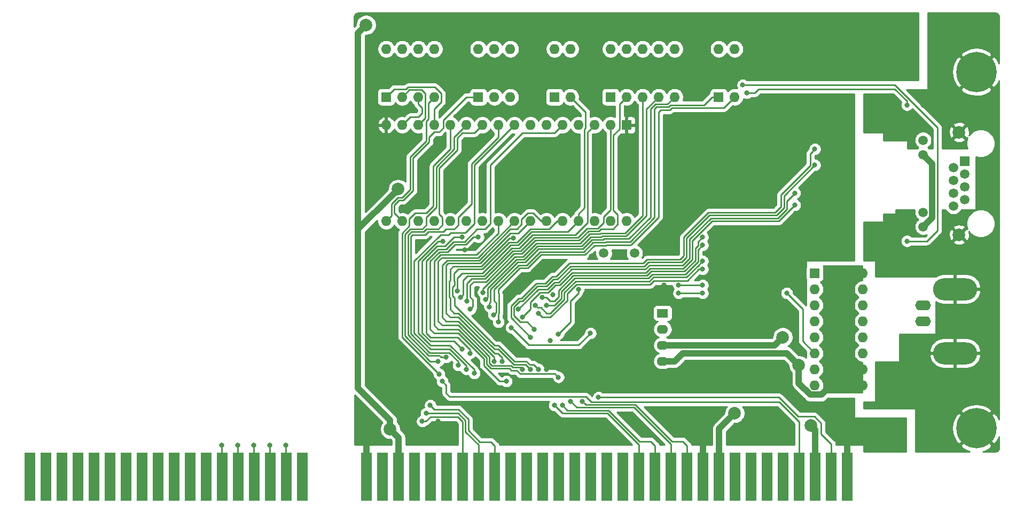
<source format=gbr>
G04 #@! TF.GenerationSoftware,KiCad,Pcbnew,(5.1.5)-3*
G04 #@! TF.CreationDate,2021-04-16T15:35:43+02:00*
G04 #@! TF.ProjectId,NE2000,4e453230-3030-42e6-9b69-6361645f7063,rev?*
G04 #@! TF.SameCoordinates,Original*
G04 #@! TF.FileFunction,Copper,L2,Bot*
G04 #@! TF.FilePolarity,Positive*
%FSLAX46Y46*%
G04 Gerber Fmt 4.6, Leading zero omitted, Abs format (unit mm)*
G04 Created by KiCad (PCBNEW (5.1.5)-3) date 2021-04-16 15:35:43*
%MOMM*%
%LPD*%
G04 APERTURE LIST*
%ADD10R,1.780000X7.620000*%
%ADD11O,1.600000X1.600000*%
%ADD12R,1.600000X1.600000*%
%ADD13O,2.500000X1.600000*%
%ADD14O,7.000000X3.500000*%
%ADD15C,0.800000*%
%ADD16C,6.400000*%
%ADD17R,1.800000X1.400000*%
%ADD18O,1.800000X1.400000*%
%ADD19C,1.500000*%
%ADD20C,2.000000*%
%ADD21R,1.500000X1.500000*%
%ADD22C,1.000000*%
%ADD23C,0.250000*%
%ADD24C,0.254000*%
G04 APERTURE END LIST*
D10*
X66100000Y-123740000D03*
X68640000Y-123740000D03*
X71180000Y-123740000D03*
X73720000Y-123740000D03*
X76260000Y-123740000D03*
X78800000Y-123740000D03*
X81340000Y-123740000D03*
X83880000Y-123740000D03*
X86420000Y-123740000D03*
X88960000Y-123740000D03*
X91500000Y-123740000D03*
X94040000Y-123740000D03*
X96580000Y-123740000D03*
X99120000Y-123740000D03*
X101660000Y-123740000D03*
X104200000Y-123740000D03*
X106740000Y-123740000D03*
X109280000Y-123740000D03*
X119440000Y-123740000D03*
X121980000Y-123740000D03*
X124520000Y-123740000D03*
X127060000Y-123740000D03*
X129600000Y-123740000D03*
X132140000Y-123740000D03*
X134680000Y-123740000D03*
X137220000Y-123740000D03*
X139760000Y-123740000D03*
X142300000Y-123740000D03*
X144840000Y-123740000D03*
X147380000Y-123740000D03*
X149920000Y-123740000D03*
X152460000Y-123740000D03*
X155000000Y-123740000D03*
X157540000Y-123740000D03*
X160080000Y-123740000D03*
X162620000Y-123740000D03*
X165160000Y-123740000D03*
X167700000Y-123740000D03*
X170240000Y-123740000D03*
X172780000Y-123740000D03*
X175320000Y-123740000D03*
X177860000Y-123740000D03*
X180400000Y-123740000D03*
X182940000Y-123740000D03*
X185480000Y-123740000D03*
X188020000Y-123740000D03*
X190560000Y-123740000D03*
X193100000Y-123740000D03*
X195640000Y-123740000D03*
D11*
X158115000Y-67945000D03*
X125095000Y-83185000D03*
X155575000Y-67945000D03*
X127635000Y-83185000D03*
X153035000Y-67945000D03*
X135255000Y-83185000D03*
X140335000Y-67945000D03*
X130175000Y-83185000D03*
X150495000Y-67945000D03*
X132715000Y-83185000D03*
X145415000Y-67945000D03*
X140335000Y-83185000D03*
X142875000Y-83185000D03*
X145415000Y-83185000D03*
X135255000Y-67945000D03*
X142875000Y-67945000D03*
X147955000Y-83185000D03*
X137795000Y-67945000D03*
X132715000Y-67945000D03*
X122555000Y-83185000D03*
X137795000Y-83185000D03*
X150495000Y-83185000D03*
D12*
X160655000Y-67945000D03*
D11*
X147955000Y-67945000D03*
X130175000Y-67945000D03*
X155575000Y-83185000D03*
X127635000Y-67945000D03*
X125095000Y-67945000D03*
X158115000Y-83185000D03*
X122555000Y-67945000D03*
X153035000Y-83185000D03*
X160655000Y-83185000D03*
D13*
X207645000Y-96520000D03*
X207645000Y-99060000D03*
D14*
X212725000Y-104140000D03*
X212725000Y-93980000D03*
D11*
X175260000Y-55880000D03*
X177800000Y-63500000D03*
X177800000Y-55880000D03*
D12*
X175260000Y-63500000D03*
D11*
X122555000Y-55880000D03*
X130175000Y-63500000D03*
X125095000Y-55880000D03*
X127635000Y-63500000D03*
X127635000Y-55880000D03*
X125095000Y-63500000D03*
X130175000Y-55880000D03*
D12*
X122555000Y-63500000D03*
D11*
X158115000Y-55880000D03*
X168275000Y-63500000D03*
X160655000Y-55880000D03*
X165735000Y-63500000D03*
X163195000Y-55880000D03*
X163195000Y-63500000D03*
X165735000Y-55880000D03*
X160655000Y-63500000D03*
X168275000Y-55880000D03*
D12*
X158115000Y-63500000D03*
D11*
X137160000Y-55880000D03*
X142240000Y-63500000D03*
X139700000Y-55880000D03*
X139700000Y-63500000D03*
X142240000Y-55880000D03*
D12*
X137160000Y-63500000D03*
D11*
X149225000Y-55880000D03*
X151765000Y-63500000D03*
X151765000Y-55880000D03*
D12*
X149225000Y-63500000D03*
D15*
X217788056Y-57842944D03*
X216091000Y-57140000D03*
X214393944Y-57842944D03*
X213691000Y-59540000D03*
X214393944Y-61237056D03*
X216091000Y-61940000D03*
X217788056Y-61237056D03*
X218491000Y-59540000D03*
D16*
X216091000Y-59540000D03*
D15*
X217788056Y-114357944D03*
X216091000Y-113655000D03*
X214393944Y-114357944D03*
X213691000Y-116055000D03*
X214393944Y-117752056D03*
X216091000Y-118455000D03*
X217788056Y-117752056D03*
X218491000Y-116055000D03*
D16*
X216091000Y-116055000D03*
D11*
X198120000Y-91440000D03*
X190500000Y-109220000D03*
X198120000Y-93980000D03*
X190500000Y-106680000D03*
X198120000Y-96520000D03*
X190500000Y-104140000D03*
X198120000Y-99060000D03*
X190500000Y-101600000D03*
X198120000Y-101600000D03*
X190500000Y-99060000D03*
X198120000Y-104140000D03*
X190500000Y-96520000D03*
X198120000Y-106680000D03*
X190500000Y-93980000D03*
X198120000Y-109220000D03*
D12*
X190500000Y-91440000D03*
D17*
X166370000Y-97790000D03*
D18*
X166370000Y-100330000D03*
X166370000Y-102870000D03*
X166370000Y-105410000D03*
D19*
X157045000Y-88265000D03*
X161925000Y-88265000D03*
X207649000Y-84080000D03*
X207649000Y-81790000D03*
X207649000Y-72650000D03*
X207649000Y-70360000D03*
D20*
X213359000Y-69090000D03*
X213359000Y-85350000D03*
D19*
X212469000Y-80800000D03*
X212469000Y-78760000D03*
X212469000Y-76720000D03*
X212469000Y-74680000D03*
X214249000Y-79780000D03*
X214249000Y-77740000D03*
X214249000Y-75700000D03*
D21*
X214249000Y-73660000D03*
D15*
X163830000Y-97663000D03*
X156972000Y-95504000D03*
X156845000Y-102235000D03*
D20*
X195580000Y-115570000D03*
D15*
X161290000Y-73660000D03*
X121920000Y-110490000D03*
X120015000Y-113665000D03*
X120015000Y-114935000D03*
X125730000Y-110490000D03*
X123825000Y-96520000D03*
X130810000Y-70485000D03*
X123190000Y-75565000D03*
X120015000Y-106045000D03*
X147955000Y-112395000D03*
X130810000Y-114935000D03*
X142240000Y-117475000D03*
X138430000Y-116840000D03*
X120015000Y-99695000D03*
X137795000Y-98425000D03*
X139065000Y-99695000D03*
X147955000Y-106680000D03*
X147320000Y-104775000D03*
X148590000Y-104775000D03*
X154940000Y-109855000D03*
X126365000Y-114300000D03*
X155575000Y-73660000D03*
X152400000Y-73660000D03*
X149225000Y-74930000D03*
X149225000Y-76835000D03*
X142875000Y-74295000D03*
X142875000Y-76200000D03*
X150495000Y-65405000D03*
X176530000Y-59690000D03*
X163195000Y-59690000D03*
X150495000Y-59690000D03*
X139700000Y-59690000D03*
X126365000Y-59055000D03*
X168275000Y-67310000D03*
X137795000Y-76835000D03*
X123825000Y-89535000D03*
X175895000Y-113030000D03*
X174625000Y-113030000D03*
X179705000Y-109855000D03*
X180975000Y-109855000D03*
X180975000Y-108585000D03*
X179705000Y-108585000D03*
X126365000Y-80645000D03*
X133985000Y-78740000D03*
X133985000Y-77470000D03*
X183515000Y-113030000D03*
X139065000Y-85090000D03*
X128270000Y-75565000D03*
X127635000Y-86995000D03*
X148971000Y-94869000D03*
X172085000Y-109220000D03*
X187960000Y-54610000D03*
X191770000Y-54610000D03*
X195580000Y-54610000D03*
X199390000Y-54610000D03*
X189865000Y-58420000D03*
X193675000Y-58420000D03*
X197485000Y-58420000D03*
X178435000Y-86995000D03*
X178435000Y-89535000D03*
X175260000Y-74930000D03*
X180975000Y-74930000D03*
X180975000Y-69850000D03*
X180340000Y-99060000D03*
X120650000Y-94869000D03*
X135001000Y-87757000D03*
X159512000Y-88773000D03*
X167386000Y-85598000D03*
X170561000Y-78359000D03*
X168275000Y-71120000D03*
X166624000Y-93345000D03*
X186563000Y-115951000D03*
X179959000Y-114681000D03*
X138811000Y-108585000D03*
X186690000Y-91567000D03*
X155067000Y-88773000D03*
X148209000Y-89789000D03*
X125349000Y-70485000D03*
X133604000Y-59182000D03*
X120396000Y-59563000D03*
X148590000Y-102108000D03*
X123825000Y-88138000D03*
X123825000Y-86741000D03*
X144145000Y-103378000D03*
X146939000Y-108712000D03*
X155575000Y-114808000D03*
X165608000Y-107823000D03*
X176911000Y-105664000D03*
X183261000Y-105664000D03*
X172085000Y-98679000D03*
X178562000Y-93345000D03*
X188214000Y-65405000D03*
X188214000Y-68834000D03*
X171704000Y-53975000D03*
X154940000Y-53848000D03*
X145796000Y-53848000D03*
X133604000Y-53848000D03*
X120396000Y-54737000D03*
X141351000Y-94488000D03*
X159385000Y-104140000D03*
X168910000Y-107950000D03*
X168910000Y-96520000D03*
X178435000Y-79375000D03*
X203835000Y-58420000D03*
X199390000Y-117475000D03*
X135890000Y-71120000D03*
X144145000Y-65405000D03*
X193040000Y-112395000D03*
X186055000Y-109855000D03*
X165735000Y-114300000D03*
X168275000Y-116840000D03*
X161290000Y-114935000D03*
X163830000Y-116840000D03*
X151130000Y-109855000D03*
X184785000Y-58420000D03*
X171450000Y-59690000D03*
X191135000Y-85090000D03*
X194945000Y-75565000D03*
D20*
X119380000Y-52070000D03*
X124460000Y-78105000D03*
X189865000Y-115570000D03*
X123190000Y-116205000D03*
D15*
X96520000Y-118745000D03*
X99060000Y-118745000D03*
X101600000Y-118745000D03*
X104140000Y-118745000D03*
X106680000Y-118745000D03*
X130937000Y-107442000D03*
X130810000Y-105410000D03*
X132080000Y-104775000D03*
X133985000Y-106045000D03*
X135255000Y-106680000D03*
X131572000Y-86360000D03*
X136525000Y-107315000D03*
X134620000Y-85725000D03*
X134620000Y-103505000D03*
X135890000Y-104140000D03*
X139700000Y-105410000D03*
X140970000Y-105410000D03*
X137160000Y-85725000D03*
X141605000Y-108585000D03*
X144145000Y-106680000D03*
X145415000Y-106680000D03*
X142748000Y-85852000D03*
X146685000Y-106680000D03*
X128270000Y-114935000D03*
X128905000Y-113665000D03*
X129540000Y-112395000D03*
X149225000Y-112395000D03*
X150495000Y-112395000D03*
X149860000Y-107950000D03*
X151765000Y-111760000D03*
X149860000Y-101092000D03*
X153670000Y-111760000D03*
X153035000Y-93980000D03*
X131445000Y-108585000D03*
X156210000Y-111125000D03*
X205105000Y-64770000D03*
X179705000Y-62865000D03*
X205105000Y-86360000D03*
X179070000Y-61595000D03*
X187325000Y-78740000D03*
X143510000Y-97155000D03*
X187325000Y-80645000D03*
X144145000Y-98425000D03*
X190500000Y-74295000D03*
X146050000Y-100330000D03*
X190500000Y-71755000D03*
X145415000Y-101600000D03*
X138938000Y-96774000D03*
X138303000Y-95631000D03*
X137922000Y-94488000D03*
X135890000Y-97155000D03*
X135382000Y-95885000D03*
X133858000Y-94234000D03*
X139573000Y-98044000D03*
X140335000Y-99187000D03*
X134366000Y-95250000D03*
D20*
X177800000Y-113665000D03*
X185420000Y-101600000D03*
D15*
X172720000Y-94615000D03*
X168910000Y-94615000D03*
X168910000Y-93345000D03*
X172720000Y-93345000D03*
X172720000Y-90805000D03*
X146685000Y-97790000D03*
X172720000Y-89535000D03*
X146177000Y-96520000D03*
X172720000Y-86995000D03*
X147955000Y-96520000D03*
X172720000Y-85725000D03*
X147320000Y-95250000D03*
D20*
X187960000Y-106045000D03*
D15*
X186055000Y-94615000D03*
X207645000Y-64770000D03*
X205740000Y-66040000D03*
X200660000Y-65405000D03*
X200660000Y-67310000D03*
X207645000Y-63500000D03*
X208915000Y-64135000D03*
X200660000Y-63500000D03*
X211455000Y-52070000D03*
X217170000Y-52070000D03*
X210820000Y-57785000D03*
X216535000Y-65405000D03*
X218440000Y-76835000D03*
X206375000Y-89535000D03*
X215900000Y-89535000D03*
X216535000Y-99060000D03*
X209550000Y-114300000D03*
X212090000Y-109855000D03*
X216535000Y-109855000D03*
X205105000Y-106045000D03*
X142367000Y-100076000D03*
X154940000Y-100965000D03*
D22*
X119440000Y-115510000D02*
X120015000Y-114935000D01*
X119440000Y-123740000D02*
X119440000Y-115510000D01*
D23*
X123825000Y-111760000D02*
X126365000Y-114300000D01*
X123825000Y-110490000D02*
X123825000Y-111760000D01*
X126365000Y-114300000D02*
X126365000Y-115570000D01*
X126365000Y-115570000D02*
X127635000Y-116840000D01*
X128905000Y-116840000D02*
X130810000Y-114935000D01*
X127635000Y-116840000D02*
X128905000Y-116840000D01*
D22*
X172780000Y-114875000D02*
X174625000Y-113030000D01*
X172780000Y-123740000D02*
X172780000Y-114875000D01*
X195640000Y-115630000D02*
X195580000Y-115570000D01*
X195640000Y-123740000D02*
X195640000Y-115630000D01*
X190500000Y-123680000D02*
X190560000Y-123740000D01*
X123460001Y-79104999D02*
X118110000Y-84455000D01*
X124460000Y-78105000D02*
X123460001Y-79104999D01*
X118110000Y-53340000D02*
X119380000Y-52070000D01*
X118110000Y-84455000D02*
X118110000Y-53340000D01*
X124520000Y-117535000D02*
X123190000Y-116205000D01*
X124520000Y-123740000D02*
X124520000Y-117535000D01*
X118110000Y-98425000D02*
X118110000Y-84455000D01*
X118110000Y-109710787D02*
X118110000Y-98425000D01*
X123190000Y-114790787D02*
X118110000Y-109710787D01*
X123190000Y-116205000D02*
X123190000Y-114790787D01*
X190560000Y-116265000D02*
X189865000Y-115570000D01*
X190560000Y-123740000D02*
X190560000Y-116265000D01*
X209099001Y-82629999D02*
X208398999Y-83330001D01*
X209099001Y-74100001D02*
X209099001Y-82629999D01*
X208398999Y-83330001D02*
X207649000Y-84080000D01*
X207649000Y-72650000D02*
X209099001Y-74100001D01*
D23*
X96520000Y-123680000D02*
X96580000Y-123740000D01*
X96520000Y-118745000D02*
X96520000Y-123680000D01*
X99060000Y-123680000D02*
X99120000Y-123740000D01*
X99060000Y-118745000D02*
X99060000Y-123680000D01*
X101600000Y-123680000D02*
X101660000Y-123740000D01*
X101600000Y-118745000D02*
X101600000Y-123680000D01*
X104140000Y-123680000D02*
X104200000Y-123740000D01*
X104140000Y-118745000D02*
X104140000Y-123680000D01*
X106680000Y-118745000D02*
X106680000Y-123680000D01*
X106680000Y-123680000D02*
X106740000Y-123740000D01*
X128903590Y-81915000D02*
X130042490Y-80776100D01*
X132715000Y-69850000D02*
X132715000Y-67945000D01*
X130937000Y-107442000D02*
X125095000Y-101600000D01*
X125095000Y-101600000D02*
X125095000Y-85090000D01*
X130042490Y-74426100D02*
X132715000Y-71753590D01*
X130042490Y-80776100D02*
X130042490Y-74426100D01*
X132715000Y-71753590D02*
X132715000Y-69850000D01*
X126220001Y-82821999D02*
X127127000Y-81915000D01*
X126220001Y-83964999D02*
X126220001Y-82821999D01*
X125095000Y-85090000D02*
X126220001Y-83964999D01*
X127127000Y-81915000D02*
X128903590Y-81915000D01*
X130492500Y-80962500D02*
X130492500Y-74612500D01*
X128914638Y-82540362D02*
X130492500Y-80962500D01*
X130810000Y-105410000D02*
X129541410Y-105410000D01*
X128905000Y-83820000D02*
X128914638Y-82540362D01*
X129541410Y-105410000D02*
X125545010Y-101413600D01*
X125545010Y-101413600D02*
X125545010Y-85276400D01*
X125545010Y-85276400D02*
X126366410Y-84455000D01*
X126366410Y-84455000D02*
X128270000Y-84455000D01*
X128270000Y-84455000D02*
X128905000Y-83820000D01*
X133350000Y-71755000D02*
X133350000Y-69850000D01*
X130492500Y-74612500D02*
X133350000Y-71755000D01*
X133350000Y-69850000D02*
X135255000Y-67945000D01*
X132080000Y-104775000D02*
X131248002Y-104775000D01*
X130973011Y-104500009D02*
X129540000Y-104500009D01*
X131248002Y-104775000D02*
X130973011Y-104500009D01*
X131248002Y-104775000D02*
X131158001Y-104684999D01*
X136525000Y-69215000D02*
X137795000Y-67945000D01*
X134621410Y-69215000D02*
X136525000Y-69215000D01*
X133800009Y-70036401D02*
X134621410Y-69215000D01*
X133800009Y-71941401D02*
X133800009Y-70036401D01*
X130942510Y-74798900D02*
X133800009Y-71941401D01*
X126552810Y-84905010D02*
X128456401Y-84905009D01*
X125995020Y-85462800D02*
X126552810Y-84905010D01*
X128456401Y-84905009D02*
X128906410Y-84455000D01*
X129267829Y-104500009D02*
X125995020Y-101227200D01*
X125995020Y-101227200D02*
X125995020Y-85462800D01*
X130535009Y-104500009D02*
X129267829Y-104500009D01*
X128906410Y-84455000D02*
X130810000Y-84455000D01*
X130810000Y-84455000D02*
X131445000Y-83820000D01*
X131445000Y-83820000D02*
X131445000Y-82550000D01*
X131445000Y-82550000D02*
X130942510Y-82047510D01*
X130942510Y-82047510D02*
X130942510Y-74798900D01*
X136074990Y-80460010D02*
X136074991Y-74108599D01*
X133985000Y-82550000D02*
X136074990Y-80460010D01*
X133985000Y-83820000D02*
X133985000Y-82550000D01*
X126445030Y-101040800D02*
X126445030Y-85649200D01*
X140335000Y-69848590D02*
X140335000Y-67945000D01*
X132555684Y-104049999D02*
X129454229Y-104049999D01*
X129454229Y-104049999D02*
X126445030Y-101040800D01*
X128766982Y-85355018D02*
X129216990Y-84905010D01*
X133350000Y-84455000D02*
X133985000Y-83820000D01*
X129216990Y-84905010D02*
X131629990Y-84905010D01*
X133985000Y-105479315D02*
X132555684Y-104049999D01*
X133985000Y-106045000D02*
X133985000Y-105479315D01*
X136074991Y-74108599D02*
X140335000Y-69848590D01*
X126445030Y-85649200D02*
X126739212Y-85355018D01*
X132080000Y-84455000D02*
X133350000Y-84455000D01*
X126739212Y-85355018D02*
X128766982Y-85355018D01*
X131629990Y-84905010D02*
X132080000Y-84455000D01*
X135255000Y-106112905D02*
X135255000Y-106680000D01*
X142875000Y-67945000D02*
X136525000Y-74295000D01*
X136525000Y-74295000D02*
X136525000Y-83580002D01*
X129545640Y-103505000D02*
X132647095Y-103505000D01*
X135105003Y-84999999D02*
X132805001Y-84999999D01*
X132805001Y-84999999D02*
X132449980Y-85355020D01*
X132647095Y-103505000D02*
X135255000Y-106112905D01*
X132449980Y-85355020D02*
X131174340Y-85355020D01*
X131174340Y-85355020D02*
X127000000Y-89529360D01*
X136525000Y-83580002D02*
X135105003Y-84999999D01*
X127000000Y-89529360D02*
X127000000Y-100959360D01*
X127000000Y-100959360D02*
X129545640Y-103505000D01*
X136525000Y-106746495D02*
X136525000Y-107315000D01*
X132648505Y-102870000D02*
X136525000Y-106746495D01*
X131572000Y-86360000D02*
X130805770Y-86360000D01*
X130805770Y-86360000D02*
X127635000Y-89530770D01*
X127635000Y-100957950D02*
X129547050Y-102870000D01*
X127635000Y-89530770D02*
X127635000Y-100957950D01*
X129547050Y-102870000D02*
X132648505Y-102870000D01*
X133350000Y-102235000D02*
X134620000Y-103505000D01*
X129548460Y-102235000D02*
X133350000Y-102235000D01*
X128270000Y-100956540D02*
X129548460Y-102235000D01*
X128270000Y-89532180D02*
X128270000Y-100956540D01*
X130622189Y-87179991D02*
X128270000Y-89532180D01*
X133350000Y-85725000D02*
X131895010Y-87179990D01*
X131895010Y-87179990D02*
X130622189Y-87179991D01*
X134620000Y-85725000D02*
X133350000Y-85725000D01*
X135890000Y-103574315D02*
X135890000Y-104140000D01*
X129549870Y-101600000D02*
X133915685Y-101600000D01*
X128905000Y-100955130D02*
X129549870Y-101600000D01*
X128905000Y-89533590D02*
X128905000Y-100955130D01*
X130808590Y-87630000D02*
X128905000Y-89533590D01*
X139065000Y-74295000D02*
X139065000Y-83580002D01*
X144145000Y-69215000D02*
X139065000Y-74295000D01*
X138190002Y-84455000D02*
X136963002Y-84455000D01*
X133915685Y-101600000D02*
X135890000Y-103574315D01*
X150495000Y-67945000D02*
X149225000Y-69215000D01*
X139065000Y-83580002D02*
X138190002Y-84455000D01*
X149225000Y-69215000D02*
X144145000Y-69215000D01*
X132081410Y-87630000D02*
X130808590Y-87630000D01*
X136963002Y-84455000D02*
X134968001Y-86450001D01*
X134968001Y-86450001D02*
X133261409Y-86450001D01*
X133261409Y-86450001D02*
X132081410Y-87630000D01*
X145019998Y-81915000D02*
X144000001Y-82934997D01*
X147080002Y-83185000D02*
X145810002Y-81915000D01*
X144000001Y-83725001D02*
X143270002Y-84455000D01*
X145810002Y-81915000D02*
X145019998Y-81915000D01*
X147955000Y-83185000D02*
X147080002Y-83185000D01*
X144000001Y-82934997D02*
X144000001Y-83725001D01*
X143270002Y-84455000D02*
X142241410Y-84455000D01*
X132184960Y-89430040D02*
X137266370Y-89430040D01*
X131445000Y-90170000D02*
X132184960Y-89430040D01*
X131445000Y-98425000D02*
X131445000Y-90170000D01*
X132080000Y-99060000D02*
X131445000Y-98425000D01*
X137266370Y-89430040D02*
X137795705Y-88900705D01*
X139700000Y-105410000D02*
X139700000Y-104770770D01*
X139700000Y-104770770D02*
X133989230Y-99060000D01*
X142241410Y-84455000D02*
X137795705Y-88900705D01*
X133989230Y-99060000D02*
X132080000Y-99060000D01*
X143508590Y-85091410D02*
X145415000Y-83185000D01*
X139705640Y-104140000D02*
X133990640Y-98425000D01*
X132715000Y-98425000D02*
X132080000Y-97790000D01*
X140970000Y-104844315D02*
X140265685Y-104140000D01*
X140265685Y-104140000D02*
X139705640Y-104140000D01*
X137452770Y-89880050D02*
X142241410Y-85091410D01*
X133990640Y-98425000D02*
X132715000Y-98425000D01*
X140970000Y-105410000D02*
X140970000Y-104844315D01*
X132080000Y-97790000D02*
X132080000Y-90171410D01*
X132371360Y-89880050D02*
X137452770Y-89880050D01*
X132080000Y-90171410D02*
X132371360Y-89880050D01*
X142241410Y-85091410D02*
X143508590Y-85091410D01*
X136329412Y-85725000D02*
X137160000Y-85725000D01*
X133447809Y-86900011D02*
X135154401Y-86900011D01*
X132267810Y-88080010D02*
X133447809Y-86900011D01*
X135154401Y-86900011D02*
X136329412Y-85725000D01*
X130994990Y-88080010D02*
X132267810Y-88080010D01*
X129540000Y-89535000D02*
X130994990Y-88080010D01*
X140529178Y-108585000D02*
X138037980Y-106093802D01*
X141605000Y-108585000D02*
X140529178Y-108585000D01*
X129540000Y-100330000D02*
X129540000Y-89535000D01*
X138037980Y-106093802D02*
X138037980Y-105017980D01*
X138037980Y-105017980D02*
X133985000Y-100965000D01*
X133985000Y-100965000D02*
X130175000Y-100965000D01*
X130175000Y-100965000D02*
X129540000Y-100330000D01*
X137079970Y-88980030D02*
X142875000Y-83185000D01*
X130810000Y-89537820D02*
X131367790Y-88980030D01*
X131445000Y-99695000D02*
X130810000Y-99060000D01*
X133987820Y-99695000D02*
X131445000Y-99695000D01*
X131367790Y-88980030D02*
X137079970Y-88980030D01*
X138938000Y-104645180D02*
X133987820Y-99695000D01*
X138938000Y-105721002D02*
X138938000Y-104645180D01*
X144145000Y-106680000D02*
X144145000Y-106553000D01*
X144145000Y-106553000D02*
X143997009Y-106405009D01*
X143997009Y-106405009D02*
X142598599Y-106405009D01*
X142598599Y-106405009D02*
X142328591Y-106135001D01*
X142328591Y-106135001D02*
X139351999Y-106135001D01*
X130810000Y-99060000D02*
X130810000Y-89537820D01*
X139351999Y-106135001D02*
X138938000Y-105721002D01*
X137639170Y-90330060D02*
X142117230Y-85852000D01*
X132715000Y-90805000D02*
X133189940Y-90330060D01*
X133189940Y-90330060D02*
X137639170Y-90330060D01*
X132588000Y-92710000D02*
X132715000Y-92583000D01*
X132588000Y-95250000D02*
X132588000Y-92710000D01*
X132715000Y-95377000D02*
X132588000Y-95250000D01*
X132715000Y-92583000D02*
X132715000Y-90805000D01*
X132715000Y-97155000D02*
X132715000Y-95377000D01*
X133350000Y-97790000D02*
X132715000Y-97155000D01*
X142117230Y-85852000D02*
X142748000Y-85852000D01*
X145415000Y-106680000D02*
X144689999Y-105954999D01*
X144689999Y-105954999D02*
X142784999Y-105954999D01*
X142784999Y-105954999D02*
X140335000Y-103505000D01*
X140335000Y-103505000D02*
X139707050Y-103505000D01*
X139707050Y-103505000D02*
X133992050Y-97790000D01*
X133992050Y-97790000D02*
X133350000Y-97790000D01*
X148350002Y-84455000D02*
X149620002Y-83185000D01*
X142028639Y-86577001D02*
X143292999Y-86577001D01*
X137800640Y-90805000D02*
X142028639Y-86577001D01*
X140336410Y-102870000D02*
X139708460Y-102870000D01*
X142875705Y-105409295D02*
X140336410Y-102870000D01*
X144780705Y-105409295D02*
X142875705Y-105409295D01*
X145326409Y-105954999D02*
X144780705Y-105409295D01*
X146685000Y-106680000D02*
X145959999Y-105954999D01*
X145415000Y-84455000D02*
X148350002Y-84455000D01*
X145959999Y-105954999D02*
X145326409Y-105954999D01*
X149620002Y-83185000D02*
X150495000Y-83185000D01*
X139708460Y-102870000D02*
X133358460Y-96520000D01*
X133358460Y-96520000D02*
X133358460Y-95384050D01*
X133358460Y-95384050D02*
X133038010Y-95063600D01*
X133038010Y-95063600D02*
X133038010Y-93673910D01*
X143292999Y-86577001D02*
X145415000Y-84455000D01*
X133038010Y-93673910D02*
X133358460Y-93353460D01*
X133358460Y-93353460D02*
X133358460Y-92718460D01*
X133358460Y-92718460D02*
X133350000Y-92710000D01*
X133350000Y-92710000D02*
X133350000Y-91440000D01*
X133350000Y-91440000D02*
X133985000Y-90805000D01*
X133985000Y-90805000D02*
X137800640Y-90805000D01*
X134680000Y-123740000D02*
X134680000Y-114995000D01*
X128835685Y-114935000D02*
X128270000Y-114935000D01*
X129560686Y-114209999D02*
X128835685Y-114935000D01*
X133894999Y-114209999D02*
X129560686Y-114209999D01*
X134680000Y-114995000D02*
X133894999Y-114209999D01*
X132715000Y-113665000D02*
X128905000Y-113665000D01*
X133986410Y-113665000D02*
X132715000Y-113665000D01*
X135130009Y-114808599D02*
X133986410Y-113665000D01*
X135130010Y-116588010D02*
X135130009Y-114808599D01*
X137220000Y-118678000D02*
X135130010Y-116588010D01*
X137220000Y-123740000D02*
X137220000Y-118678000D01*
X130175000Y-113030000D02*
X129540000Y-112395000D01*
X133987820Y-113030000D02*
X130175000Y-113030000D01*
X139760000Y-123740000D02*
X139760000Y-118805000D01*
X139155001Y-118200001D02*
X137378411Y-118200001D01*
X137378411Y-118200001D02*
X135580018Y-116401608D01*
X139760000Y-118805000D02*
X139155001Y-118200001D01*
X135580018Y-116401608D02*
X135580018Y-114622198D01*
X135580018Y-114622198D02*
X133987820Y-113030000D01*
X149624999Y-112794999D02*
X149225000Y-112395000D01*
X150480041Y-113650041D02*
X149624999Y-112794999D01*
X157592041Y-113650041D02*
X150480041Y-113650041D01*
X162620000Y-118678000D02*
X157592041Y-113650041D01*
X162620000Y-123740000D02*
X162620000Y-118678000D01*
X151300031Y-113200031D02*
X150495000Y-112395000D01*
X165160000Y-123740000D02*
X165160000Y-118805000D01*
X157778441Y-113200031D02*
X151300031Y-113200031D01*
X165160000Y-118805000D02*
X164465000Y-118110000D01*
X164465000Y-118110000D02*
X162688410Y-118110000D01*
X162688410Y-118110000D02*
X157778441Y-113200031D01*
X152755021Y-112750021D02*
X151765000Y-111760000D01*
X161842019Y-112750021D02*
X152755021Y-112750021D01*
X167700000Y-123740000D02*
X167700000Y-118608002D01*
X167700000Y-118608002D02*
X161842019Y-112750021D01*
X136893570Y-88530020D02*
X140335000Y-85088590D01*
X131181390Y-88530020D02*
X136893570Y-88530020D01*
X133986410Y-100330000D02*
X130810000Y-100330000D01*
X138487990Y-105907402D02*
X138487990Y-104831580D01*
X140335000Y-85088590D02*
X140335000Y-83185000D01*
X139165598Y-106585010D02*
X138487990Y-105907402D01*
X149315001Y-107405001D02*
X143796999Y-107405001D01*
X130175000Y-89536410D02*
X131181390Y-88530020D01*
X138487990Y-104831580D02*
X133986410Y-100330000D01*
X143796999Y-107405001D02*
X143247017Y-106855019D01*
X143247017Y-106855019D02*
X142412198Y-106855018D01*
X130810000Y-100330000D02*
X130175000Y-99695000D01*
X142412198Y-106855018D02*
X142142191Y-106585011D01*
X130175000Y-99695000D02*
X130175000Y-89536410D01*
X149860000Y-107950000D02*
X149315001Y-107405001D01*
X142142191Y-106585011D02*
X139165598Y-106585010D01*
X153035000Y-93980000D02*
X153035000Y-94615000D01*
X153035000Y-94615000D02*
X151765000Y-95885000D01*
X150259999Y-100692001D02*
X151765000Y-99187000D01*
X149860000Y-101092000D02*
X150259999Y-100692001D01*
X151765000Y-95885000D02*
X151765000Y-99187000D01*
X154069999Y-112159999D02*
X153670000Y-111760000D01*
X154210011Y-112300011D02*
X154069999Y-112159999D01*
X170240000Y-123740000D02*
X170240000Y-118805000D01*
X170240000Y-118805000D02*
X169545000Y-118110000D01*
X162028419Y-112300011D02*
X154210011Y-112300011D01*
X169545000Y-118110000D02*
X167838408Y-118110000D01*
X167838408Y-118110000D02*
X162028419Y-112300011D01*
X132080000Y-110490000D02*
X132624999Y-111034999D01*
X132624999Y-111034999D02*
X154214999Y-111034999D01*
X154214999Y-111034999D02*
X155030001Y-111850001D01*
X155030001Y-111850001D02*
X184875001Y-111850001D01*
X188020000Y-114995000D02*
X188020000Y-123740000D01*
X184875001Y-111850001D02*
X188020000Y-114995000D01*
X132080000Y-109220000D02*
X131445000Y-108585000D01*
X132080000Y-110490000D02*
X132080000Y-109220000D01*
X183515000Y-111125000D02*
X156210000Y-111125000D01*
X184786410Y-111125000D02*
X183515000Y-111125000D01*
X193100000Y-123740000D02*
X193100000Y-118551000D01*
X193100000Y-118551000D02*
X191516000Y-116967000D01*
X191516000Y-116967000D02*
X191516000Y-115259998D01*
X190429002Y-114173000D02*
X187834410Y-114173000D01*
X191516000Y-115259998D02*
X190429002Y-114173000D01*
X187834410Y-114173000D02*
X184786410Y-111125000D01*
X180975000Y-62865000D02*
X181610000Y-62230000D01*
X203198590Y-62230000D02*
X205105000Y-64136410D01*
X179705000Y-62865000D02*
X180975000Y-62865000D01*
X181610000Y-62230000D02*
X203198590Y-62230000D01*
X205105000Y-64770000D02*
X205105000Y-64136410D01*
X179070000Y-61595000D02*
X203200000Y-61595000D01*
X209924011Y-68319011D02*
X209924011Y-84715989D01*
X203200000Y-61595000D02*
X209924011Y-68319011D01*
X208280000Y-86360000D02*
X205105000Y-86360000D01*
X209924011Y-84715989D02*
X208280000Y-86360000D01*
X186054295Y-80010705D02*
X187325000Y-78740000D01*
X186054295Y-81279295D02*
X186054295Y-80010705D01*
X184598600Y-82734990D02*
X186054295Y-81279295D01*
X174000598Y-82734990D02*
X184598600Y-82734990D01*
X169537950Y-90170000D02*
X170644970Y-89062980D01*
X170644971Y-86090617D02*
X174000598Y-82734990D01*
X170644970Y-89062980D02*
X170644971Y-86090617D01*
X164277948Y-90170000D02*
X169537950Y-90170000D01*
X143510000Y-97155000D02*
X146685000Y-93980000D01*
X163642948Y-90805000D02*
X164277948Y-90170000D01*
X148152588Y-93980000D02*
X149237598Y-92894990D01*
X146685000Y-93980000D02*
X148152588Y-93980000D01*
X149237598Y-92894990D02*
X149864958Y-92894990D01*
X149864958Y-92894990D02*
X151954948Y-90805000D01*
X151954948Y-90805000D02*
X163642948Y-90805000D01*
X174186998Y-83185000D02*
X184785000Y-83185000D01*
X171094980Y-86277018D02*
X174186998Y-83185000D01*
X169619390Y-90724970D02*
X171094980Y-89249380D01*
X164359388Y-90724970D02*
X169619390Y-90724970D01*
X163724388Y-91359970D02*
X164359388Y-90724970D01*
X152036388Y-91359970D02*
X163724388Y-91359970D01*
X150051358Y-93345000D02*
X152036388Y-91359970D01*
X184785000Y-83185000D02*
X187325000Y-80645000D01*
X149423998Y-93345000D02*
X150051358Y-93345000D01*
X148245999Y-94522999D02*
X149423998Y-93345000D01*
X146973999Y-94522999D02*
X148245999Y-94522999D01*
X145451999Y-96044999D02*
X146973999Y-94522999D01*
X145451999Y-97118001D02*
X145451999Y-96044999D01*
X171094980Y-89249380D02*
X171094980Y-86277018D01*
X144145000Y-98425000D02*
X145451999Y-97118001D01*
X185604286Y-79190714D02*
X190500000Y-74295000D01*
X170180000Y-85919178D02*
X173814198Y-82284980D01*
X173814198Y-82284980D02*
X184412200Y-82284980D01*
X143706998Y-95885000D02*
X144143590Y-95885000D01*
X170180000Y-88891540D02*
X170180000Y-85919178D01*
X142784999Y-96806999D02*
X143706998Y-95885000D01*
X185604285Y-81092895D02*
X185604286Y-79190714D01*
X144870001Y-99150001D02*
X143796999Y-99150001D01*
X142784999Y-98138001D02*
X142784999Y-96806999D01*
X149051198Y-92444980D02*
X149678558Y-92444980D01*
X143796999Y-99150001D02*
X142784999Y-98138001D01*
X149678558Y-92444980D02*
X151768548Y-90354990D01*
X151768548Y-90354990D02*
X163456548Y-90354990D01*
X146050000Y-100330000D02*
X144870001Y-99150001D01*
X146498600Y-93529990D02*
X147966188Y-93529990D01*
X147966188Y-93529990D02*
X149051198Y-92444980D01*
X144143590Y-95885000D02*
X146498600Y-93529990D01*
X163456548Y-90354990D02*
X164091548Y-89719990D01*
X184412200Y-82284980D02*
X185604285Y-81092895D01*
X164091548Y-89719990D02*
X169351550Y-89719990D01*
X169351550Y-89719990D02*
X170180000Y-88891540D01*
X189774999Y-72480001D02*
X190100001Y-72154999D01*
X189774999Y-74383591D02*
X189774999Y-72480001D01*
X185154277Y-79004313D02*
X189774999Y-74383591D01*
X190100001Y-72154999D02*
X190500000Y-71755000D01*
X185154276Y-80906494D02*
X185154277Y-79004313D01*
X184225800Y-81834970D02*
X185154276Y-80906494D01*
X146312200Y-93079980D02*
X147779788Y-93079980D01*
X143957190Y-95434990D02*
X146312200Y-93079980D01*
X143520598Y-95434990D02*
X143957190Y-95434990D01*
X142334990Y-96620598D02*
X143520598Y-95434990D01*
X145415000Y-101600000D02*
X142334990Y-98519990D01*
X142334990Y-98519990D02*
X142334990Y-96620598D01*
X147779788Y-93079980D02*
X148864798Y-91994970D01*
X148864798Y-91994970D02*
X149492158Y-91994970D01*
X169165150Y-89269980D02*
X169729990Y-88705140D01*
X149492158Y-91994970D02*
X151582148Y-89904980D01*
X169729991Y-85732777D02*
X173627798Y-81834970D01*
X163270148Y-89904980D02*
X163905148Y-89269980D01*
X163905148Y-89269980D02*
X169165150Y-89269980D01*
X169729990Y-88705140D02*
X169729991Y-85732777D01*
X151582148Y-89904980D02*
X163270148Y-89904980D01*
X173627798Y-81834970D02*
X184225800Y-81834970D01*
X129210011Y-66345011D02*
X129210011Y-64464989D01*
X129223205Y-66358205D02*
X129210011Y-66345011D01*
X129223205Y-66993205D02*
X129223205Y-66358205D01*
X128905000Y-70483590D02*
X128905000Y-67311410D01*
X126365000Y-73023590D02*
X128905000Y-70483590D01*
X122555000Y-83185000D02*
X123374990Y-82365010D01*
X123374990Y-82365010D02*
X123374991Y-80460009D01*
X123374991Y-80460009D02*
X124404999Y-79430001D01*
X129210011Y-64464989D02*
X130175000Y-63500000D01*
X124404999Y-79430001D02*
X125096001Y-79430001D01*
X128905000Y-67311410D02*
X129223205Y-66993205D01*
X125096001Y-79430001D02*
X126365000Y-78161002D01*
X126365000Y-78161002D02*
X126365000Y-73023590D01*
X127635000Y-64631370D02*
X128270000Y-65266370D01*
X127635000Y-63500000D02*
X127635000Y-64631370D01*
X128270000Y-65266370D02*
X128270000Y-66040000D01*
X128270000Y-66040000D02*
X127635000Y-66675000D01*
X126365000Y-66675000D02*
X125095000Y-67945000D01*
X127635000Y-66675000D02*
X126365000Y-66675000D01*
X128434999Y-67145001D02*
X127635000Y-67945000D01*
X128760001Y-62959999D02*
X128760001Y-66819999D01*
X128175001Y-62374999D02*
X128760001Y-62959999D01*
X128760001Y-66819999D02*
X128434999Y-67145001D01*
X126220001Y-62374999D02*
X128175001Y-62374999D01*
X125095000Y-63500000D02*
X126220001Y-62374999D01*
X130175000Y-67945000D02*
X130175000Y-65405000D01*
X131300001Y-62959999D02*
X131007501Y-62667499D01*
X130175000Y-65405000D02*
X131300001Y-64279999D01*
X131300001Y-64279999D02*
X131300001Y-62959999D01*
X126033601Y-61924989D02*
X130264991Y-61924989D01*
X130264991Y-61924989D02*
X131300001Y-62959999D01*
X125728590Y-62230000D02*
X126033601Y-61924989D01*
X123825000Y-62230000D02*
X125728590Y-62230000D01*
X122555000Y-63500000D02*
X123825000Y-62230000D01*
X165228410Y-64643000D02*
X167132000Y-64643000D01*
X164465000Y-65406410D02*
X165228410Y-64643000D01*
X157110020Y-85990020D02*
X161024980Y-85990020D01*
X156964999Y-86135041D02*
X157110020Y-85990020D01*
X155170599Y-86135041D02*
X156964999Y-86135041D01*
X153700572Y-87605068D02*
X155170599Y-86135041D01*
X167132000Y-64643000D02*
X168275000Y-63500000D01*
X146719802Y-87605068D02*
X153700572Y-87605068D01*
X138938000Y-96774000D02*
X138938000Y-96208315D01*
X138938000Y-96208315D02*
X139097011Y-96049304D01*
X164465000Y-82550000D02*
X164465000Y-65406410D01*
X139097011Y-96049304D02*
X139097011Y-93991985D01*
X139097011Y-93991985D02*
X143361931Y-89727065D01*
X143361931Y-89727065D02*
X144597805Y-89727065D01*
X161024980Y-85990020D02*
X164465000Y-82550000D01*
X144597805Y-89727065D02*
X146719802Y-87605068D01*
X163830000Y-65405000D02*
X165735000Y-63500000D01*
X163830000Y-82311412D02*
X163830000Y-65405000D01*
X156794222Y-85540010D02*
X160601402Y-85540010D01*
X154984199Y-85685031D02*
X156649201Y-85685031D01*
X156649201Y-85685031D02*
X156794222Y-85540010D01*
X138303000Y-95631000D02*
X138647001Y-95286999D01*
X153514172Y-87155058D02*
X154984199Y-85685031D01*
X138647001Y-95286999D02*
X138647001Y-93805585D01*
X138647001Y-93805585D02*
X143175531Y-89277055D01*
X160601402Y-85540010D02*
X163830000Y-82311412D01*
X143175531Y-89277055D02*
X144411405Y-89277055D01*
X144411405Y-89277055D02*
X146533402Y-87155058D01*
X146533402Y-87155058D02*
X153514172Y-87155058D01*
X163195000Y-64631370D02*
X163195000Y-63500000D01*
X163195000Y-82310002D02*
X163195000Y-64631370D01*
X160415002Y-85090000D02*
X163195000Y-82310002D01*
X156462801Y-85235021D02*
X156607822Y-85090000D01*
X137922000Y-94488000D02*
X137922000Y-93894176D01*
X137922000Y-93894176D02*
X142989129Y-88827047D01*
X142989129Y-88827047D02*
X144225004Y-88827046D01*
X144225004Y-88827046D02*
X146347002Y-86705048D01*
X156607822Y-85090000D02*
X160415002Y-85090000D01*
X146347002Y-86705048D02*
X153327772Y-86705048D01*
X154797799Y-85235021D02*
X156462801Y-85235021D01*
X153327772Y-86705048D02*
X154797799Y-85235021D01*
X158565010Y-69562988D02*
X159529999Y-68597999D01*
X158565010Y-81476010D02*
X158565010Y-69562988D01*
X159240001Y-82151001D02*
X158565010Y-81476010D01*
X136444972Y-92790028D02*
X138389738Y-92790028D01*
X135890000Y-93345000D02*
X136444972Y-92790028D01*
X136289999Y-95649999D02*
X135890000Y-95250000D01*
X135890000Y-95250000D02*
X135890000Y-93345000D01*
X156606412Y-84455000D02*
X158510002Y-84455000D01*
X135890000Y-97155000D02*
X136289999Y-96755001D01*
X159529999Y-68597999D02*
X159529999Y-64625001D01*
X138389738Y-92790028D02*
X142802729Y-88377037D01*
X142802729Y-88377037D02*
X144038603Y-88377037D01*
X144038603Y-88377037D02*
X146160602Y-86255038D01*
X146160602Y-86255038D02*
X153141372Y-86255038D01*
X158510002Y-84455000D02*
X159240001Y-83725001D01*
X136289999Y-96755001D02*
X136289999Y-95649999D01*
X153141372Y-86255038D02*
X154611399Y-84785011D01*
X154611399Y-84785011D02*
X156276401Y-84785011D01*
X159240001Y-83725001D02*
X159240001Y-82151001D01*
X159529999Y-64625001D02*
X160655000Y-63500000D01*
X156276401Y-84785011D02*
X156606412Y-84455000D01*
X158115000Y-81407000D02*
X158115000Y-67945000D01*
X156989999Y-82532001D02*
X158115000Y-81407000D01*
X154424999Y-84335001D02*
X156090001Y-84335001D01*
X152954972Y-85805028D02*
X154424999Y-84335001D01*
X135382000Y-95885000D02*
X135382000Y-93091000D01*
X145974202Y-85805028D02*
X152954972Y-85805028D01*
X135382000Y-93091000D02*
X136132982Y-92340018D01*
X136132982Y-92340018D02*
X138203338Y-92340018D01*
X138203338Y-92340018D02*
X142616327Y-87927029D01*
X156989999Y-83435003D02*
X156989999Y-82532001D01*
X142616327Y-87927029D02*
X143852202Y-87927028D01*
X156090001Y-84335001D02*
X156989999Y-83435003D01*
X143852202Y-87927028D02*
X145974202Y-85805028D01*
X136110000Y-63500000D02*
X137160000Y-63500000D01*
X129355010Y-69907990D02*
X130192999Y-69070001D01*
X131589999Y-67166411D02*
X135256410Y-63500000D01*
X126815010Y-73209990D02*
X129355010Y-70669990D01*
X126815010Y-78347402D02*
X126815010Y-73209990D01*
X130954999Y-69070001D02*
X131589999Y-68435001D01*
X129355010Y-70669990D02*
X129355010Y-69907990D01*
X125282402Y-79880010D02*
X126815010Y-78347402D01*
X135256410Y-63500000D02*
X136110000Y-63500000D01*
X131589999Y-68435001D02*
X131589999Y-67166411D01*
X124591399Y-79880011D02*
X125282402Y-79880010D01*
X123825000Y-80646410D02*
X124591399Y-79880011D01*
X130192999Y-69070001D02*
X130954999Y-69070001D01*
X123825000Y-81915000D02*
X123825000Y-80646410D01*
X125095000Y-83185000D02*
X123825000Y-81915000D01*
X134620000Y-91440000D02*
X133858000Y-92202000D01*
X151314990Y-84905010D02*
X145601400Y-84905010D01*
X153035000Y-83185000D02*
X151314990Y-84905010D01*
X145601400Y-84905010D02*
X143479400Y-87027010D01*
X143479400Y-87027010D02*
X142243525Y-87027011D01*
X142243525Y-87027011D02*
X137830536Y-91440000D01*
X133858000Y-92202000D02*
X133858000Y-94234000D01*
X137830536Y-91440000D02*
X134620000Y-91440000D01*
X153035000Y-82053630D02*
X153999989Y-81088641D01*
X153035000Y-83185000D02*
X153035000Y-82053630D01*
X152564999Y-64299999D02*
X151765000Y-63500000D01*
X154160001Y-65895001D02*
X152564999Y-64299999D01*
X154160001Y-68485001D02*
X154160001Y-65895001D01*
X153999989Y-68645013D02*
X154160001Y-68485001D01*
X153999989Y-81088641D02*
X153999989Y-68645013D01*
X174210000Y-63500000D02*
X175260000Y-63500000D01*
X172940000Y-64770000D02*
X174210000Y-63500000D01*
X167641410Y-64770000D02*
X172940000Y-64770000D01*
X167318400Y-65093010D02*
X167641410Y-64770000D01*
X155356999Y-86585051D02*
X157254949Y-86585051D01*
X165414810Y-65093010D02*
X167318400Y-65093010D01*
X139700000Y-94025406D02*
X143548331Y-90177075D01*
X139972999Y-97644001D02*
X139972999Y-96157999D01*
X143548331Y-90177075D02*
X144784206Y-90177074D01*
X139573000Y-98044000D02*
X139972999Y-97644001D01*
X146906202Y-88055078D02*
X153886972Y-88055078D01*
X139972999Y-96157999D02*
X139700000Y-95885000D01*
X144784206Y-90177074D02*
X146906202Y-88055078D01*
X157254949Y-86585051D02*
X157399970Y-86440030D01*
X157399970Y-86440030D02*
X161211381Y-86440029D01*
X161211381Y-86440029D02*
X165100000Y-82551410D01*
X153886972Y-88055078D02*
X155356999Y-86585051D01*
X165100000Y-82551410D02*
X165100000Y-65407820D01*
X139700000Y-95885000D02*
X139700000Y-94025406D01*
X165100000Y-65407820D02*
X165414810Y-65093010D01*
X176079990Y-65220010D02*
X177800000Y-63500000D01*
X165735000Y-65913000D02*
X166104980Y-65543020D01*
X165735000Y-82552820D02*
X165735000Y-65913000D01*
X140335000Y-94026816D02*
X143734732Y-90627084D01*
X143734732Y-90627084D02*
X144970607Y-90627083D01*
X140335000Y-94615000D02*
X140335000Y-94026816D01*
X140423009Y-94703009D02*
X140335000Y-94615000D01*
X140423009Y-97830401D02*
X140423009Y-94703009D01*
X140335000Y-97918410D02*
X140423009Y-97830401D01*
X140335000Y-99187000D02*
X140335000Y-97918410D01*
X167827810Y-65220010D02*
X176079990Y-65220010D01*
X161290000Y-86995000D02*
X161394962Y-86890038D01*
X161397782Y-86890038D02*
X165735000Y-82552820D01*
X144970607Y-90627083D02*
X147092602Y-88505088D01*
X147092602Y-88505088D02*
X154073372Y-88505088D01*
X154073372Y-88505088D02*
X155543399Y-87035061D01*
X166104980Y-65543020D02*
X167504800Y-65543020D01*
X155543399Y-87035061D02*
X157439939Y-87035061D01*
X161394962Y-86890038D02*
X161397782Y-86890038D01*
X157439939Y-87035061D02*
X157480000Y-86995000D01*
X167504800Y-65543020D02*
X167827810Y-65220010D01*
X157480000Y-86995000D02*
X161290000Y-86995000D01*
X154775001Y-68744999D02*
X155575000Y-67945000D01*
X154449999Y-69070001D02*
X154775001Y-68744999D01*
X154449999Y-83435003D02*
X154449999Y-69070001D01*
X145787801Y-85355019D02*
X152529983Y-85355019D01*
X143665801Y-87477019D02*
X145787801Y-85355019D01*
X134765999Y-94850001D02*
X134765999Y-92564001D01*
X152529983Y-85355019D02*
X154449999Y-83435003D01*
X134366000Y-95250000D02*
X134765999Y-94850001D01*
X134765999Y-92564001D02*
X135439990Y-91890010D01*
X135439990Y-91890010D02*
X138016937Y-91890009D01*
X138016937Y-91890009D02*
X142429927Y-87477019D01*
X142429927Y-87477019D02*
X143665801Y-87477019D01*
D22*
X175320000Y-116145000D02*
X177800000Y-113665000D01*
X175320000Y-123740000D02*
X175320000Y-116145000D01*
X184150000Y-102870000D02*
X185420000Y-101600000D01*
X166370000Y-102870000D02*
X184150000Y-102870000D01*
D23*
X168910000Y-94615000D02*
X172720000Y-94615000D01*
X168910000Y-93345000D02*
X172720000Y-93345000D01*
X147320000Y-98425000D02*
X146685000Y-97790000D01*
X151228499Y-94713499D02*
X151228499Y-95786501D01*
X148590000Y-98425000D02*
X147320000Y-98425000D01*
X172720000Y-90805000D02*
X172085000Y-90805000D01*
X172085000Y-90805000D02*
X170270001Y-92619999D01*
X170270001Y-92619999D02*
X165009999Y-92619999D01*
X165009999Y-92619999D02*
X164374999Y-93254999D01*
X151228499Y-95786501D02*
X148590000Y-98425000D01*
X164374999Y-93254999D02*
X152686999Y-93254999D01*
X152686999Y-93254999D02*
X151228499Y-94713499D01*
X172086410Y-90168590D02*
X172720000Y-89535000D01*
X172085000Y-90168590D02*
X172086410Y-90168590D01*
X164918588Y-92075000D02*
X170178590Y-92075000D01*
X164283588Y-92710000D02*
X164918588Y-92075000D01*
X152595588Y-92710000D02*
X164283588Y-92710000D01*
X170178590Y-92075000D02*
X172085000Y-90168590D01*
X147955000Y-97790000D02*
X148588590Y-97790000D01*
X148588590Y-97790000D02*
X150778489Y-95600101D01*
X150778489Y-95600101D02*
X150778490Y-94527098D01*
X150778490Y-94527098D02*
X152595588Y-92710000D01*
X146576999Y-96919999D02*
X146177000Y-96520000D01*
X147084999Y-96919999D02*
X146576999Y-96919999D01*
X147955000Y-97790000D02*
X147084999Y-96919999D01*
X147955000Y-96520000D02*
X149222180Y-96520000D01*
X149222180Y-96520000D02*
X150328480Y-95413700D01*
X150328480Y-95413700D02*
X150328481Y-94340697D01*
X150328481Y-94340697D02*
X152409188Y-92259990D01*
X164097188Y-92259990D02*
X164732188Y-91624990D01*
X152409188Y-92259990D02*
X164097188Y-92259990D01*
X164732188Y-91624990D02*
X169992190Y-91624990D01*
X169992190Y-91624990D02*
X171994999Y-89622181D01*
X171994999Y-87720001D02*
X172720000Y-86995000D01*
X171994999Y-89622181D02*
X171994999Y-87720001D01*
X171994999Y-86450001D02*
X172720000Y-85725000D01*
X171544990Y-87533600D02*
X171994999Y-87083591D01*
X171544989Y-89435781D02*
X171544990Y-87533600D01*
X169805790Y-91174980D02*
X171544989Y-89435781D01*
X163910788Y-91809980D02*
X164545788Y-91174980D01*
X152222788Y-91809980D02*
X163910788Y-91809980D01*
X147320000Y-95250000D02*
X147955000Y-95250000D01*
X171994999Y-87083591D02*
X171994999Y-86450001D01*
X148590000Y-95885000D02*
X149220770Y-95885000D01*
X164545788Y-91174980D02*
X169805790Y-91174980D01*
X149220770Y-95885000D02*
X149878471Y-95227299D01*
X147955000Y-95250000D02*
X148590000Y-95885000D01*
X149878471Y-95227299D02*
X149878472Y-94154296D01*
X149878472Y-94154296D02*
X152222788Y-91809980D01*
D22*
X168270000Y-105410000D02*
X169540000Y-104140000D01*
X166370000Y-105410000D02*
X168270000Y-105410000D01*
X186055000Y-104140000D02*
X187960000Y-106045000D01*
X169540000Y-104140000D02*
X186055000Y-104140000D01*
X189779999Y-110720001D02*
X191539999Y-110720001D01*
X187960000Y-106045000D02*
X187960000Y-108900002D01*
X187960000Y-108900002D02*
X189779999Y-110720001D01*
X193040000Y-109220000D02*
X198120000Y-109220000D01*
X191539999Y-110720001D02*
X193040000Y-109220000D01*
D23*
X190500000Y-104140000D02*
X188595000Y-102235000D01*
X188595000Y-97155000D02*
X186055000Y-94615000D01*
X188595000Y-102235000D02*
X188595000Y-97155000D01*
X142367000Y-100076000D02*
X142766999Y-100475999D01*
X145124001Y-102833001D02*
X148241999Y-102833001D01*
X142766999Y-100475999D02*
X145124001Y-102833001D01*
X148241999Y-102833001D02*
X153071999Y-102833001D01*
X153071999Y-102833001D02*
X154813000Y-101092000D01*
X154813000Y-101092000D02*
X154940000Y-100965000D01*
X154940000Y-100965000D02*
X154940000Y-100965000D01*
D24*
G36*
X197993000Y-92545000D02*
G01*
X197978665Y-92545000D01*
X197701426Y-92600147D01*
X197440273Y-92708320D01*
X197205241Y-92865363D01*
X197005363Y-93065241D01*
X196848320Y-93300273D01*
X196740147Y-93561426D01*
X196685000Y-93838665D01*
X196685000Y-94121335D01*
X196740147Y-94398574D01*
X196848320Y-94659727D01*
X197005363Y-94894759D01*
X197205241Y-95094637D01*
X197437759Y-95250000D01*
X197205241Y-95405363D01*
X197005363Y-95605241D01*
X196848320Y-95840273D01*
X196740147Y-96101426D01*
X196685000Y-96378665D01*
X196685000Y-96661335D01*
X196740147Y-96938574D01*
X196848320Y-97199727D01*
X197005363Y-97434759D01*
X197205241Y-97634637D01*
X197437759Y-97790000D01*
X197205241Y-97945363D01*
X197005363Y-98145241D01*
X196848320Y-98380273D01*
X196740147Y-98641426D01*
X196685000Y-98918665D01*
X196685000Y-99201335D01*
X196740147Y-99478574D01*
X196848320Y-99739727D01*
X197005363Y-99974759D01*
X197205241Y-100174637D01*
X197437759Y-100330000D01*
X197205241Y-100485363D01*
X197005363Y-100685241D01*
X196848320Y-100920273D01*
X196740147Y-101181426D01*
X196685000Y-101458665D01*
X196685000Y-101741335D01*
X196740147Y-102018574D01*
X196848320Y-102279727D01*
X197005363Y-102514759D01*
X197205241Y-102714637D01*
X197437759Y-102870000D01*
X197205241Y-103025363D01*
X197005363Y-103225241D01*
X196848320Y-103460273D01*
X196740147Y-103721426D01*
X196685000Y-103998665D01*
X196685000Y-104281335D01*
X196740147Y-104558574D01*
X196848320Y-104819727D01*
X197005363Y-105054759D01*
X197205241Y-105254637D01*
X197440273Y-105411680D01*
X197701426Y-105519853D01*
X197978665Y-105575000D01*
X197993000Y-105575000D01*
X197993000Y-110363000D01*
X191372311Y-110363000D01*
X191414759Y-110334637D01*
X191614637Y-110134759D01*
X191771680Y-109899727D01*
X191879853Y-109638574D01*
X191935000Y-109361335D01*
X191935000Y-109078665D01*
X191879853Y-108801426D01*
X191771680Y-108540273D01*
X191614637Y-108305241D01*
X191414759Y-108105363D01*
X191182241Y-107950000D01*
X191414759Y-107794637D01*
X191614637Y-107594759D01*
X191771680Y-107359727D01*
X191879853Y-107098574D01*
X191935000Y-106821335D01*
X191935000Y-106538665D01*
X191879853Y-106261426D01*
X191771680Y-106000273D01*
X191614637Y-105765241D01*
X191414759Y-105565363D01*
X191182241Y-105410000D01*
X191414759Y-105254637D01*
X191614637Y-105054759D01*
X191771680Y-104819727D01*
X191879853Y-104558574D01*
X191935000Y-104281335D01*
X191935000Y-103998665D01*
X191879853Y-103721426D01*
X191771680Y-103460273D01*
X191614637Y-103225241D01*
X191414759Y-103025363D01*
X191182241Y-102870000D01*
X191414759Y-102714637D01*
X191614637Y-102514759D01*
X191771680Y-102279727D01*
X191879853Y-102018574D01*
X191935000Y-101741335D01*
X191935000Y-101458665D01*
X191879853Y-101181426D01*
X191771680Y-100920273D01*
X191614637Y-100685241D01*
X191414759Y-100485363D01*
X191182241Y-100330000D01*
X191414759Y-100174637D01*
X191614637Y-99974759D01*
X191771680Y-99739727D01*
X191879853Y-99478574D01*
X191935000Y-99201335D01*
X191935000Y-98918665D01*
X191879853Y-98641426D01*
X191771680Y-98380273D01*
X191614637Y-98145241D01*
X191414759Y-97945363D01*
X191182241Y-97790000D01*
X191414759Y-97634637D01*
X191614637Y-97434759D01*
X191771680Y-97199727D01*
X191879853Y-96938574D01*
X191935000Y-96661335D01*
X191935000Y-96378665D01*
X191879853Y-96101426D01*
X191771680Y-95840273D01*
X191614637Y-95605241D01*
X191414759Y-95405363D01*
X191182241Y-95250000D01*
X191414759Y-95094637D01*
X191614637Y-94894759D01*
X191771680Y-94659727D01*
X191879853Y-94398574D01*
X191935000Y-94121335D01*
X191935000Y-93838665D01*
X191879853Y-93561426D01*
X191771680Y-93300273D01*
X191614637Y-93065241D01*
X191416039Y-92866643D01*
X191424482Y-92865812D01*
X191544180Y-92829502D01*
X191654494Y-92770537D01*
X191751185Y-92691185D01*
X191830537Y-92594494D01*
X191889502Y-92484180D01*
X191925812Y-92364482D01*
X191938072Y-92240000D01*
X191938072Y-90640000D01*
X191925812Y-90515518D01*
X191889502Y-90395820D01*
X191836681Y-90297000D01*
X197993000Y-90297000D01*
X197993000Y-92545000D01*
G37*
X197993000Y-92545000D02*
X197978665Y-92545000D01*
X197701426Y-92600147D01*
X197440273Y-92708320D01*
X197205241Y-92865363D01*
X197005363Y-93065241D01*
X196848320Y-93300273D01*
X196740147Y-93561426D01*
X196685000Y-93838665D01*
X196685000Y-94121335D01*
X196740147Y-94398574D01*
X196848320Y-94659727D01*
X197005363Y-94894759D01*
X197205241Y-95094637D01*
X197437759Y-95250000D01*
X197205241Y-95405363D01*
X197005363Y-95605241D01*
X196848320Y-95840273D01*
X196740147Y-96101426D01*
X196685000Y-96378665D01*
X196685000Y-96661335D01*
X196740147Y-96938574D01*
X196848320Y-97199727D01*
X197005363Y-97434759D01*
X197205241Y-97634637D01*
X197437759Y-97790000D01*
X197205241Y-97945363D01*
X197005363Y-98145241D01*
X196848320Y-98380273D01*
X196740147Y-98641426D01*
X196685000Y-98918665D01*
X196685000Y-99201335D01*
X196740147Y-99478574D01*
X196848320Y-99739727D01*
X197005363Y-99974759D01*
X197205241Y-100174637D01*
X197437759Y-100330000D01*
X197205241Y-100485363D01*
X197005363Y-100685241D01*
X196848320Y-100920273D01*
X196740147Y-101181426D01*
X196685000Y-101458665D01*
X196685000Y-101741335D01*
X196740147Y-102018574D01*
X196848320Y-102279727D01*
X197005363Y-102514759D01*
X197205241Y-102714637D01*
X197437759Y-102870000D01*
X197205241Y-103025363D01*
X197005363Y-103225241D01*
X196848320Y-103460273D01*
X196740147Y-103721426D01*
X196685000Y-103998665D01*
X196685000Y-104281335D01*
X196740147Y-104558574D01*
X196848320Y-104819727D01*
X197005363Y-105054759D01*
X197205241Y-105254637D01*
X197440273Y-105411680D01*
X197701426Y-105519853D01*
X197978665Y-105575000D01*
X197993000Y-105575000D01*
X197993000Y-110363000D01*
X191372311Y-110363000D01*
X191414759Y-110334637D01*
X191614637Y-110134759D01*
X191771680Y-109899727D01*
X191879853Y-109638574D01*
X191935000Y-109361335D01*
X191935000Y-109078665D01*
X191879853Y-108801426D01*
X191771680Y-108540273D01*
X191614637Y-108305241D01*
X191414759Y-108105363D01*
X191182241Y-107950000D01*
X191414759Y-107794637D01*
X191614637Y-107594759D01*
X191771680Y-107359727D01*
X191879853Y-107098574D01*
X191935000Y-106821335D01*
X191935000Y-106538665D01*
X191879853Y-106261426D01*
X191771680Y-106000273D01*
X191614637Y-105765241D01*
X191414759Y-105565363D01*
X191182241Y-105410000D01*
X191414759Y-105254637D01*
X191614637Y-105054759D01*
X191771680Y-104819727D01*
X191879853Y-104558574D01*
X191935000Y-104281335D01*
X191935000Y-103998665D01*
X191879853Y-103721426D01*
X191771680Y-103460273D01*
X191614637Y-103225241D01*
X191414759Y-103025363D01*
X191182241Y-102870000D01*
X191414759Y-102714637D01*
X191614637Y-102514759D01*
X191771680Y-102279727D01*
X191879853Y-102018574D01*
X191935000Y-101741335D01*
X191935000Y-101458665D01*
X191879853Y-101181426D01*
X191771680Y-100920273D01*
X191614637Y-100685241D01*
X191414759Y-100485363D01*
X191182241Y-100330000D01*
X191414759Y-100174637D01*
X191614637Y-99974759D01*
X191771680Y-99739727D01*
X191879853Y-99478574D01*
X191935000Y-99201335D01*
X191935000Y-98918665D01*
X191879853Y-98641426D01*
X191771680Y-98380273D01*
X191614637Y-98145241D01*
X191414759Y-97945363D01*
X191182241Y-97790000D01*
X191414759Y-97634637D01*
X191614637Y-97434759D01*
X191771680Y-97199727D01*
X191879853Y-96938574D01*
X191935000Y-96661335D01*
X191935000Y-96378665D01*
X191879853Y-96101426D01*
X191771680Y-95840273D01*
X191614637Y-95605241D01*
X191414759Y-95405363D01*
X191182241Y-95250000D01*
X191414759Y-95094637D01*
X191614637Y-94894759D01*
X191771680Y-94659727D01*
X191879853Y-94398574D01*
X191935000Y-94121335D01*
X191935000Y-93838665D01*
X191879853Y-93561426D01*
X191771680Y-93300273D01*
X191614637Y-93065241D01*
X191416039Y-92866643D01*
X191424482Y-92865812D01*
X191544180Y-92829502D01*
X191654494Y-92770537D01*
X191751185Y-92691185D01*
X191830537Y-92594494D01*
X191889502Y-92484180D01*
X191925812Y-92364482D01*
X191938072Y-92240000D01*
X191938072Y-90640000D01*
X191925812Y-90515518D01*
X191889502Y-90395820D01*
X191836681Y-90297000D01*
X197993000Y-90297000D01*
X197993000Y-92545000D01*
G36*
X196723000Y-89408000D02*
G01*
X189230000Y-89408000D01*
X189205224Y-89410440D01*
X189181399Y-89417667D01*
X189159443Y-89429403D01*
X189140197Y-89445197D01*
X189124403Y-89464443D01*
X189112667Y-89486399D01*
X189105440Y-89510224D01*
X189103000Y-89535000D01*
X189103000Y-90420538D01*
X189074188Y-90515518D01*
X189061928Y-90640000D01*
X189061928Y-92240000D01*
X189074188Y-92364482D01*
X189103000Y-92459462D01*
X189103000Y-93647629D01*
X189065000Y-93838665D01*
X189065000Y-94121335D01*
X189103000Y-94312371D01*
X189103000Y-96187629D01*
X189065000Y-96378665D01*
X189065000Y-96550197D01*
X187090000Y-94575199D01*
X187090000Y-94513061D01*
X187050226Y-94313102D01*
X186972205Y-94124744D01*
X186858937Y-93955226D01*
X186714774Y-93811063D01*
X186545256Y-93697795D01*
X186356898Y-93619774D01*
X186156939Y-93580000D01*
X185953061Y-93580000D01*
X185753102Y-93619774D01*
X185564744Y-93697795D01*
X185395226Y-93811063D01*
X185251063Y-93955226D01*
X185137795Y-94124744D01*
X185059774Y-94313102D01*
X185020000Y-94513061D01*
X185020000Y-94716939D01*
X185059774Y-94916898D01*
X185137795Y-95105256D01*
X185251063Y-95274774D01*
X185395226Y-95418937D01*
X185564744Y-95532205D01*
X185753102Y-95610226D01*
X185953061Y-95650000D01*
X186015199Y-95650000D01*
X187835001Y-97469804D01*
X187835000Y-102197677D01*
X187831324Y-102235000D01*
X187835000Y-102272322D01*
X187835000Y-102272332D01*
X187845997Y-102383985D01*
X187872089Y-102470000D01*
X187889454Y-102527246D01*
X187960026Y-102659276D01*
X187980329Y-102684015D01*
X188054999Y-102775001D01*
X188084003Y-102798804D01*
X189101312Y-103816114D01*
X189065000Y-103998665D01*
X189065000Y-104281335D01*
X189103000Y-104472371D01*
X189103000Y-104875761D01*
X189002252Y-104775013D01*
X188734463Y-104596082D01*
X188436912Y-104472832D01*
X188121033Y-104410000D01*
X187930132Y-104410000D01*
X186896996Y-103376865D01*
X186861449Y-103333551D01*
X186688623Y-103191716D01*
X186491447Y-103086324D01*
X186277499Y-103021423D01*
X186240993Y-103017828D01*
X186462252Y-102869987D01*
X186689987Y-102642252D01*
X186868918Y-102374463D01*
X186992168Y-102076912D01*
X187055000Y-101761033D01*
X187055000Y-101438967D01*
X186992168Y-101123088D01*
X186868918Y-100825537D01*
X186689987Y-100557748D01*
X186462252Y-100330013D01*
X186194463Y-100151082D01*
X185896912Y-100027832D01*
X185581033Y-99965000D01*
X185258967Y-99965000D01*
X184943088Y-100027832D01*
X184645537Y-100151082D01*
X184377748Y-100330013D01*
X184150013Y-100557748D01*
X183971082Y-100825537D01*
X183847832Y-101123088D01*
X183785000Y-101438967D01*
X183785000Y-101629869D01*
X183679869Y-101735000D01*
X167278572Y-101735000D01*
X167083354Y-101630653D01*
X166982304Y-101600000D01*
X167083354Y-101569347D01*
X167315275Y-101445382D01*
X167518555Y-101278555D01*
X167685382Y-101075275D01*
X167809347Y-100843354D01*
X167885683Y-100591706D01*
X167911459Y-100330000D01*
X167885683Y-100068294D01*
X167809347Y-99816646D01*
X167685382Y-99584725D01*
X167518555Y-99381445D01*
X167315275Y-99214618D01*
X167153360Y-99128072D01*
X167270000Y-99128072D01*
X167394482Y-99115812D01*
X167514180Y-99079502D01*
X167624494Y-99020537D01*
X167721185Y-98941185D01*
X167800537Y-98844494D01*
X167859502Y-98734180D01*
X167895812Y-98614482D01*
X167908072Y-98490000D01*
X167908072Y-97090000D01*
X167895812Y-96965518D01*
X167859502Y-96845820D01*
X167800537Y-96735506D01*
X167721185Y-96638815D01*
X167624494Y-96559463D01*
X167514180Y-96500498D01*
X167394482Y-96464188D01*
X167270000Y-96451928D01*
X165470000Y-96451928D01*
X165345518Y-96464188D01*
X165225820Y-96500498D01*
X165115506Y-96559463D01*
X165018815Y-96638815D01*
X164939463Y-96735506D01*
X164880498Y-96845820D01*
X164844188Y-96965518D01*
X164831928Y-97090000D01*
X164831928Y-98490000D01*
X164844188Y-98614482D01*
X164880498Y-98734180D01*
X164939463Y-98844494D01*
X165018815Y-98941185D01*
X165115506Y-99020537D01*
X165225820Y-99079502D01*
X165345518Y-99115812D01*
X165470000Y-99128072D01*
X165586640Y-99128072D01*
X165424725Y-99214618D01*
X165221445Y-99381445D01*
X165054618Y-99584725D01*
X164930653Y-99816646D01*
X164854317Y-100068294D01*
X164828541Y-100330000D01*
X164854317Y-100591706D01*
X164930653Y-100843354D01*
X165054618Y-101075275D01*
X165221445Y-101278555D01*
X165424725Y-101445382D01*
X165656646Y-101569347D01*
X165757696Y-101600000D01*
X165656646Y-101630653D01*
X165424725Y-101754618D01*
X165221445Y-101921445D01*
X165054618Y-102124725D01*
X164930653Y-102356646D01*
X164854317Y-102608294D01*
X164828541Y-102870000D01*
X164854317Y-103131706D01*
X164930653Y-103383354D01*
X165054618Y-103615275D01*
X165221445Y-103818555D01*
X165424725Y-103985382D01*
X165656646Y-104109347D01*
X165757696Y-104140000D01*
X165656646Y-104170653D01*
X165424725Y-104294618D01*
X165221445Y-104461445D01*
X165054618Y-104664725D01*
X164930653Y-104896646D01*
X164854317Y-105148294D01*
X164828541Y-105410000D01*
X164854317Y-105671706D01*
X164930653Y-105923354D01*
X165054618Y-106155275D01*
X165221445Y-106358555D01*
X165424725Y-106525382D01*
X165656646Y-106649347D01*
X165908294Y-106725683D01*
X166104421Y-106745000D01*
X166635579Y-106745000D01*
X166831706Y-106725683D01*
X167083354Y-106649347D01*
X167278572Y-106545000D01*
X168214249Y-106545000D01*
X168270000Y-106550491D01*
X168325751Y-106545000D01*
X168325752Y-106545000D01*
X168492499Y-106528577D01*
X168706447Y-106463676D01*
X168903623Y-106358284D01*
X169076449Y-106216449D01*
X169111996Y-106173135D01*
X170010132Y-105275000D01*
X185584869Y-105275000D01*
X186325000Y-106015132D01*
X186325000Y-106206033D01*
X186387832Y-106521912D01*
X186511082Y-106819463D01*
X186690013Y-107087252D01*
X186825000Y-107222239D01*
X186825001Y-108844241D01*
X186819509Y-108900002D01*
X186841423Y-109122500D01*
X186906324Y-109336448D01*
X186923716Y-109368986D01*
X187011717Y-109533625D01*
X187153552Y-109706451D01*
X187196860Y-109741993D01*
X188938008Y-111483141D01*
X188973550Y-111526450D01*
X189146376Y-111668285D01*
X189343552Y-111773677D01*
X189557500Y-111838578D01*
X189724247Y-111855001D01*
X189724256Y-111855001D01*
X189779998Y-111860491D01*
X189835740Y-111855001D01*
X191484248Y-111855001D01*
X191539999Y-111860492D01*
X191595750Y-111855001D01*
X191595751Y-111855001D01*
X191762498Y-111838578D01*
X191976446Y-111773677D01*
X192173622Y-111668285D01*
X192346448Y-111526450D01*
X192381995Y-111483136D01*
X192613131Y-111252000D01*
X196723000Y-111252000D01*
X196723000Y-114300000D01*
X196725440Y-114324776D01*
X196732667Y-114348601D01*
X196744403Y-114370557D01*
X196760197Y-114389803D01*
X196779443Y-114405597D01*
X196801399Y-114417333D01*
X196825224Y-114424560D01*
X196850000Y-114427000D01*
X204978000Y-114427000D01*
X204978000Y-119736000D01*
X198279419Y-119736000D01*
X198247000Y-119732807D01*
X198247000Y-118745000D01*
X198244560Y-118720224D01*
X198237333Y-118696399D01*
X198225597Y-118674443D01*
X198209803Y-118655197D01*
X198190557Y-118639403D01*
X198168601Y-118627667D01*
X198144776Y-118620440D01*
X198120000Y-118618000D01*
X193860000Y-118618000D01*
X193860000Y-118588322D01*
X193863676Y-118550999D01*
X193860000Y-118513676D01*
X193860000Y-118513667D01*
X193849003Y-118402014D01*
X193805546Y-118258753D01*
X193734974Y-118126724D01*
X193640001Y-118010999D01*
X193611003Y-117987201D01*
X192276000Y-116652199D01*
X192276000Y-115297320D01*
X192279676Y-115259997D01*
X192276000Y-115222674D01*
X192276000Y-115222665D01*
X192265003Y-115111012D01*
X192221546Y-114967751D01*
X192150974Y-114835722D01*
X192056001Y-114719997D01*
X192027003Y-114696199D01*
X190992806Y-113662002D01*
X190969003Y-113632999D01*
X190853278Y-113538026D01*
X190721249Y-113467454D01*
X190577988Y-113423997D01*
X190466335Y-113413000D01*
X190466324Y-113413000D01*
X190429002Y-113409324D01*
X190391680Y-113413000D01*
X188149212Y-113413000D01*
X185350214Y-110614003D01*
X185326411Y-110584999D01*
X185210686Y-110490026D01*
X185078657Y-110419454D01*
X184935396Y-110375997D01*
X184823743Y-110365000D01*
X184823732Y-110365000D01*
X184786410Y-110361324D01*
X184749088Y-110365000D01*
X156913711Y-110365000D01*
X156869774Y-110321063D01*
X156700256Y-110207795D01*
X156511898Y-110129774D01*
X156311939Y-110090000D01*
X156108061Y-110090000D01*
X155908102Y-110129774D01*
X155719744Y-110207795D01*
X155550226Y-110321063D01*
X155406063Y-110465226D01*
X155292795Y-110634744D01*
X155214774Y-110823102D01*
X155192066Y-110937264D01*
X154778802Y-110524001D01*
X154755000Y-110494998D01*
X154639275Y-110400025D01*
X154507246Y-110329453D01*
X154363985Y-110285996D01*
X154252332Y-110274999D01*
X154252321Y-110274999D01*
X154214999Y-110271323D01*
X154177677Y-110274999D01*
X132939801Y-110274999D01*
X132840000Y-110175199D01*
X132840000Y-109257333D01*
X132843677Y-109220000D01*
X132829003Y-109071014D01*
X132785546Y-108927753D01*
X132714974Y-108795724D01*
X132643799Y-108708997D01*
X132620001Y-108679999D01*
X132591002Y-108656200D01*
X132480000Y-108545198D01*
X132480000Y-108483061D01*
X132440226Y-108283102D01*
X132362205Y-108094744D01*
X132248937Y-107925226D01*
X132104774Y-107781063D01*
X131945943Y-107674936D01*
X131972000Y-107543939D01*
X131972000Y-107340061D01*
X131932226Y-107140102D01*
X131854205Y-106951744D01*
X131740937Y-106782226D01*
X131596774Y-106638063D01*
X131427256Y-106524795D01*
X131238898Y-106446774D01*
X131070959Y-106413369D01*
X131111898Y-106405226D01*
X131300256Y-106327205D01*
X131469774Y-106213937D01*
X131613937Y-106069774D01*
X131727205Y-105900256D01*
X131780840Y-105770771D01*
X131978061Y-105810000D01*
X132181939Y-105810000D01*
X132381898Y-105770226D01*
X132570256Y-105692205D01*
X132739774Y-105578937D01*
X132874797Y-105443914D01*
X133043729Y-105612845D01*
X132989774Y-105743102D01*
X132950000Y-105943061D01*
X132950000Y-106146939D01*
X132989774Y-106346898D01*
X133067795Y-106535256D01*
X133181063Y-106704774D01*
X133325226Y-106848937D01*
X133494744Y-106962205D01*
X133683102Y-107040226D01*
X133883061Y-107080000D01*
X134086939Y-107080000D01*
X134284160Y-107040771D01*
X134337795Y-107170256D01*
X134451063Y-107339774D01*
X134595226Y-107483937D01*
X134764744Y-107597205D01*
X134953102Y-107675226D01*
X135153061Y-107715000D01*
X135356939Y-107715000D01*
X135554160Y-107675771D01*
X135607795Y-107805256D01*
X135721063Y-107974774D01*
X135865226Y-108118937D01*
X136034744Y-108232205D01*
X136223102Y-108310226D01*
X136423061Y-108350000D01*
X136626939Y-108350000D01*
X136826898Y-108310226D01*
X137015256Y-108232205D01*
X137184774Y-108118937D01*
X137328937Y-107974774D01*
X137442205Y-107805256D01*
X137520226Y-107616898D01*
X137560000Y-107416939D01*
X137560000Y-107213061D01*
X137520226Y-107013102D01*
X137442205Y-106824744D01*
X137328937Y-106655226D01*
X137274307Y-106600596D01*
X137274003Y-106597509D01*
X137230546Y-106454248D01*
X137159974Y-106322219D01*
X137065001Y-106206494D01*
X137036004Y-106182697D01*
X136022273Y-105168966D01*
X136191898Y-105135226D01*
X136380256Y-105057205D01*
X136549774Y-104943937D01*
X136693937Y-104799774D01*
X136714379Y-104769181D01*
X137277981Y-105332783D01*
X137277980Y-106056479D01*
X137274304Y-106093802D01*
X137277980Y-106131124D01*
X137277980Y-106131134D01*
X137288977Y-106242787D01*
X137332434Y-106386048D01*
X137403006Y-106518078D01*
X137413622Y-106531013D01*
X137497979Y-106633803D01*
X137526983Y-106657606D01*
X139965378Y-109096002D01*
X139989177Y-109125001D01*
X140018175Y-109148799D01*
X140104901Y-109219974D01*
X140206614Y-109274341D01*
X140236931Y-109290546D01*
X140380192Y-109334003D01*
X140491845Y-109345000D01*
X140491855Y-109345000D01*
X140529178Y-109348676D01*
X140566500Y-109345000D01*
X140901289Y-109345000D01*
X140945226Y-109388937D01*
X141114744Y-109502205D01*
X141303102Y-109580226D01*
X141503061Y-109620000D01*
X141706939Y-109620000D01*
X141906898Y-109580226D01*
X142095256Y-109502205D01*
X142264774Y-109388937D01*
X142408937Y-109244774D01*
X142522205Y-109075256D01*
X142600226Y-108886898D01*
X142640000Y-108686939D01*
X142640000Y-108483061D01*
X142600226Y-108283102D01*
X142522205Y-108094744D01*
X142408937Y-107925226D01*
X142264774Y-107781063D01*
X142095256Y-107667795D01*
X141906898Y-107589774D01*
X141706939Y-107550000D01*
X141503061Y-107550000D01*
X141303102Y-107589774D01*
X141114744Y-107667795D01*
X140945226Y-107781063D01*
X140901289Y-107825000D01*
X140843980Y-107825000D01*
X140363990Y-107345010D01*
X141827390Y-107345011D01*
X141848399Y-107366020D01*
X141872197Y-107395018D01*
X141901195Y-107418816D01*
X141901196Y-107418817D01*
X141987923Y-107489992D01*
X142119952Y-107560564D01*
X142263212Y-107604021D01*
X142412198Y-107618695D01*
X142449539Y-107615017D01*
X142932215Y-107615018D01*
X143233199Y-107916003D01*
X143256998Y-107945002D01*
X143285996Y-107968800D01*
X143372722Y-108039975D01*
X143504752Y-108110547D01*
X143648013Y-108154004D01*
X143759666Y-108165001D01*
X143759676Y-108165001D01*
X143796998Y-108168677D01*
X143834321Y-108165001D01*
X148847489Y-108165001D01*
X148864774Y-108251898D01*
X148942795Y-108440256D01*
X149056063Y-108609774D01*
X149200226Y-108753937D01*
X149369744Y-108867205D01*
X149558102Y-108945226D01*
X149758061Y-108985000D01*
X149961939Y-108985000D01*
X150161898Y-108945226D01*
X150350256Y-108867205D01*
X150519774Y-108753937D01*
X150663937Y-108609774D01*
X150777205Y-108440256D01*
X150855226Y-108251898D01*
X150895000Y-108051939D01*
X150895000Y-107848061D01*
X150855226Y-107648102D01*
X150777205Y-107459744D01*
X150663937Y-107290226D01*
X150519774Y-107146063D01*
X150350256Y-107032795D01*
X150161898Y-106954774D01*
X149961939Y-106915000D01*
X149899801Y-106915000D01*
X149878804Y-106894003D01*
X149855002Y-106865000D01*
X149739277Y-106770027D01*
X149607248Y-106699455D01*
X149463987Y-106655998D01*
X149352334Y-106645001D01*
X149352323Y-106645001D01*
X149315001Y-106641325D01*
X149277679Y-106645001D01*
X147720000Y-106645001D01*
X147720000Y-106578061D01*
X147680226Y-106378102D01*
X147602205Y-106189744D01*
X147488937Y-106020226D01*
X147344774Y-105876063D01*
X147175256Y-105762795D01*
X146986898Y-105684774D01*
X146786939Y-105645000D01*
X146724801Y-105645000D01*
X146523802Y-105444001D01*
X146500000Y-105414998D01*
X146384275Y-105320025D01*
X146252246Y-105249453D01*
X146108985Y-105205996D01*
X145997332Y-105194999D01*
X145997321Y-105194999D01*
X145959999Y-105191323D01*
X145922677Y-105194999D01*
X145641211Y-105194999D01*
X145344508Y-104898297D01*
X145320706Y-104869294D01*
X145204981Y-104774321D01*
X145072952Y-104703749D01*
X144929691Y-104660292D01*
X144818038Y-104649295D01*
X144818027Y-104649295D01*
X144780705Y-104645619D01*
X144743383Y-104649295D01*
X143190508Y-104649295D01*
X140900214Y-102359003D01*
X140876411Y-102329999D01*
X140760686Y-102235026D01*
X140628657Y-102164454D01*
X140485396Y-102120997D01*
X140373743Y-102110000D01*
X140373732Y-102110000D01*
X140336410Y-102106324D01*
X140299088Y-102110000D01*
X140023262Y-102110000D01*
X136084792Y-98171531D01*
X136191898Y-98150226D01*
X136380256Y-98072205D01*
X136549774Y-97958937D01*
X136693937Y-97814774D01*
X136807205Y-97645256D01*
X136885226Y-97456898D01*
X136925000Y-97256939D01*
X136925000Y-97179226D01*
X136995545Y-97047248D01*
X137039002Y-96903987D01*
X137049999Y-96792334D01*
X137049999Y-96792324D01*
X137053675Y-96755002D01*
X137049999Y-96717679D01*
X137049999Y-95687321D01*
X137053675Y-95649998D01*
X137049999Y-95612676D01*
X137049999Y-95612666D01*
X137039002Y-95501013D01*
X136995545Y-95357752D01*
X136924973Y-95225723D01*
X136830000Y-95109998D01*
X136800996Y-95086195D01*
X136650000Y-94935199D01*
X136650000Y-93659801D01*
X136759774Y-93550028D01*
X137244196Y-93550028D01*
X137216454Y-93601929D01*
X137172997Y-93745190D01*
X137169927Y-93776362D01*
X137118063Y-93828226D01*
X137004795Y-93997744D01*
X136926774Y-94186102D01*
X136887000Y-94386061D01*
X136887000Y-94589939D01*
X136926774Y-94789898D01*
X137004795Y-94978256D01*
X137118063Y-95147774D01*
X137262226Y-95291937D01*
X137309958Y-95323830D01*
X137307774Y-95329102D01*
X137268000Y-95529061D01*
X137268000Y-95732939D01*
X137307774Y-95932898D01*
X137385795Y-96121256D01*
X137499063Y-96290774D01*
X137643226Y-96434937D01*
X137812744Y-96548205D01*
X137918891Y-96592173D01*
X137903000Y-96672061D01*
X137903000Y-96875939D01*
X137942774Y-97075898D01*
X138020795Y-97264256D01*
X138134063Y-97433774D01*
X138278226Y-97577937D01*
X138447744Y-97691205D01*
X138577229Y-97744840D01*
X138538000Y-97942061D01*
X138538000Y-98145939D01*
X138577774Y-98345898D01*
X138655795Y-98534256D01*
X138769063Y-98703774D01*
X138913226Y-98847937D01*
X139082744Y-98961205D01*
X139271102Y-99039226D01*
X139307670Y-99046500D01*
X139300000Y-99085061D01*
X139300000Y-99288939D01*
X139339774Y-99488898D01*
X139417795Y-99677256D01*
X139531063Y-99846774D01*
X139675226Y-99990937D01*
X139844744Y-100104205D01*
X140033102Y-100182226D01*
X140233061Y-100222000D01*
X140436939Y-100222000D01*
X140636898Y-100182226D01*
X140825256Y-100104205D01*
X140994774Y-99990937D01*
X141138937Y-99846774D01*
X141252205Y-99677256D01*
X141330226Y-99488898D01*
X141370000Y-99288939D01*
X141370000Y-99085061D01*
X141330226Y-98885102D01*
X141252205Y-98696744D01*
X141138937Y-98527226D01*
X141095000Y-98483289D01*
X141095000Y-98185424D01*
X141128555Y-98122648D01*
X141172012Y-97979387D01*
X141183009Y-97867734D01*
X141183009Y-97867733D01*
X141186686Y-97830401D01*
X141183009Y-97793068D01*
X141183009Y-94740342D01*
X141186686Y-94703009D01*
X141180458Y-94639774D01*
X141172012Y-94554023D01*
X141128555Y-94410762D01*
X141095000Y-94347986D01*
X141095000Y-94341617D01*
X144049534Y-91387083D01*
X144933276Y-91387082D01*
X144970607Y-91390759D01*
X145007940Y-91387082D01*
X145119593Y-91376085D01*
X145172804Y-91359944D01*
X145262853Y-91332629D01*
X145394883Y-91262057D01*
X145481609Y-91190882D01*
X145481610Y-91190881D01*
X145510608Y-91167083D01*
X145534406Y-91138085D01*
X147407404Y-89265088D01*
X151167073Y-89265088D01*
X151157872Y-89270006D01*
X151042147Y-89364979D01*
X151018349Y-89393977D01*
X149177357Y-91234970D01*
X148902121Y-91234970D01*
X148864798Y-91231294D01*
X148827475Y-91234970D01*
X148827465Y-91234970D01*
X148715812Y-91245967D01*
X148572551Y-91289424D01*
X148440522Y-91359996D01*
X148324797Y-91454969D01*
X148300999Y-91483967D01*
X147464987Y-92319980D01*
X146349522Y-92319980D01*
X146312199Y-92316304D01*
X146274876Y-92319980D01*
X146274867Y-92319980D01*
X146163214Y-92330977D01*
X146043649Y-92367246D01*
X146019953Y-92374434D01*
X145887923Y-92445006D01*
X145827925Y-92494246D01*
X145772199Y-92539979D01*
X145748401Y-92568977D01*
X143642389Y-94674990D01*
X143557921Y-94674990D01*
X143520598Y-94671314D01*
X143483275Y-94674990D01*
X143483265Y-94674990D01*
X143371612Y-94685987D01*
X143245454Y-94724256D01*
X143228351Y-94729444D01*
X143096321Y-94800016D01*
X143035537Y-94849901D01*
X142980597Y-94894989D01*
X142956799Y-94923987D01*
X141823988Y-96056799D01*
X141794990Y-96080597D01*
X141771192Y-96109595D01*
X141771191Y-96109596D01*
X141700016Y-96196322D01*
X141629444Y-96328352D01*
X141608923Y-96396004D01*
X141585988Y-96471612D01*
X141577545Y-96557332D01*
X141571314Y-96620598D01*
X141574991Y-96657930D01*
X141574990Y-98482667D01*
X141571314Y-98519990D01*
X141574990Y-98557312D01*
X141574990Y-98557322D01*
X141585987Y-98668975D01*
X141621251Y-98785226D01*
X141629444Y-98812236D01*
X141700016Y-98944266D01*
X141736564Y-98988799D01*
X141794989Y-99059991D01*
X141823993Y-99083794D01*
X141892477Y-99152278D01*
X141876744Y-99158795D01*
X141707226Y-99272063D01*
X141563063Y-99416226D01*
X141449795Y-99585744D01*
X141371774Y-99774102D01*
X141332000Y-99974061D01*
X141332000Y-100177939D01*
X141371774Y-100377898D01*
X141449795Y-100566256D01*
X141563063Y-100735774D01*
X141707226Y-100879937D01*
X141876744Y-100993205D01*
X142065102Y-101071226D01*
X142265061Y-101111000D01*
X142327199Y-101111000D01*
X144560202Y-103344004D01*
X144584000Y-103373002D01*
X144699725Y-103467975D01*
X144831754Y-103538547D01*
X144975015Y-103582004D01*
X145086668Y-103593001D01*
X145086677Y-103593001D01*
X145124000Y-103596677D01*
X145161323Y-103593001D01*
X153034677Y-103593001D01*
X153071999Y-103596677D01*
X153109321Y-103593001D01*
X153109332Y-103593001D01*
X153220985Y-103582004D01*
X153364246Y-103538547D01*
X153496275Y-103467975D01*
X153612000Y-103373002D01*
X153635803Y-103343998D01*
X154979802Y-102000000D01*
X155041939Y-102000000D01*
X155241898Y-101960226D01*
X155430256Y-101882205D01*
X155599774Y-101768937D01*
X155743937Y-101624774D01*
X155857205Y-101455256D01*
X155935226Y-101266898D01*
X155975000Y-101066939D01*
X155975000Y-100863061D01*
X155935226Y-100663102D01*
X155857205Y-100474744D01*
X155743937Y-100305226D01*
X155599774Y-100161063D01*
X155430256Y-100047795D01*
X155241898Y-99969774D01*
X155041939Y-99930000D01*
X154838061Y-99930000D01*
X154638102Y-99969774D01*
X154449744Y-100047795D01*
X154280226Y-100161063D01*
X154136063Y-100305226D01*
X154022795Y-100474744D01*
X153944774Y-100663102D01*
X153905000Y-100863061D01*
X153905000Y-100925198D01*
X152757198Y-102073001D01*
X150196240Y-102073001D01*
X150350256Y-102009205D01*
X150519774Y-101895937D01*
X150663937Y-101751774D01*
X150777205Y-101582256D01*
X150855226Y-101393898D01*
X150895000Y-101193939D01*
X150895000Y-101131801D01*
X152276003Y-99750799D01*
X152305001Y-99727001D01*
X152399974Y-99611276D01*
X152470546Y-99479247D01*
X152514003Y-99335986D01*
X152525000Y-99224333D01*
X152525000Y-99224323D01*
X152528676Y-99187000D01*
X152525000Y-99149677D01*
X152525000Y-96199801D01*
X153546003Y-95178799D01*
X153575001Y-95155001D01*
X153669974Y-95039276D01*
X153740546Y-94907247D01*
X153784003Y-94763986D01*
X153791572Y-94687139D01*
X153838937Y-94639774D01*
X153952205Y-94470256D01*
X154030226Y-94281898D01*
X154070000Y-94081939D01*
X154070000Y-94014999D01*
X164337677Y-94014999D01*
X164374999Y-94018675D01*
X164412321Y-94014999D01*
X164412332Y-94014999D01*
X164523985Y-94004002D01*
X164667246Y-93960545D01*
X164799275Y-93889973D01*
X164915000Y-93795000D01*
X164938802Y-93765997D01*
X165324801Y-93379999D01*
X167875000Y-93379999D01*
X167875000Y-93446939D01*
X167914774Y-93646898D01*
X167992795Y-93835256D01*
X168089510Y-93980000D01*
X167992795Y-94124744D01*
X167914774Y-94313102D01*
X167875000Y-94513061D01*
X167875000Y-94716939D01*
X167914774Y-94916898D01*
X167992795Y-95105256D01*
X168106063Y-95274774D01*
X168250226Y-95418937D01*
X168419744Y-95532205D01*
X168608102Y-95610226D01*
X168808061Y-95650000D01*
X169011939Y-95650000D01*
X169211898Y-95610226D01*
X169400256Y-95532205D01*
X169569774Y-95418937D01*
X169613711Y-95375000D01*
X172016289Y-95375000D01*
X172060226Y-95418937D01*
X172229744Y-95532205D01*
X172418102Y-95610226D01*
X172618061Y-95650000D01*
X172821939Y-95650000D01*
X173021898Y-95610226D01*
X173210256Y-95532205D01*
X173379774Y-95418937D01*
X173523937Y-95274774D01*
X173637205Y-95105256D01*
X173715226Y-94916898D01*
X173755000Y-94716939D01*
X173755000Y-94513061D01*
X173715226Y-94313102D01*
X173637205Y-94124744D01*
X173540490Y-93980000D01*
X173637205Y-93835256D01*
X173715226Y-93646898D01*
X173755000Y-93446939D01*
X173755000Y-93243061D01*
X173715226Y-93043102D01*
X173637205Y-92854744D01*
X173523937Y-92685226D01*
X173379774Y-92541063D01*
X173210256Y-92427795D01*
X173021898Y-92349774D01*
X172821939Y-92310000D01*
X172618061Y-92310000D01*
X172418102Y-92349774D01*
X172229744Y-92427795D01*
X172060226Y-92541063D01*
X172016289Y-92585000D01*
X171379801Y-92585000D01*
X172238832Y-91725970D01*
X172418102Y-91800226D01*
X172618061Y-91840000D01*
X172821939Y-91840000D01*
X173021898Y-91800226D01*
X173210256Y-91722205D01*
X173379774Y-91608937D01*
X173523937Y-91464774D01*
X173637205Y-91295256D01*
X173715226Y-91106898D01*
X173755000Y-90906939D01*
X173755000Y-90703061D01*
X173715226Y-90503102D01*
X173637205Y-90314744D01*
X173540490Y-90170000D01*
X173637205Y-90025256D01*
X173715226Y-89836898D01*
X173755000Y-89636939D01*
X173755000Y-89433061D01*
X173715226Y-89233102D01*
X173637205Y-89044744D01*
X173523937Y-88875226D01*
X173379774Y-88731063D01*
X173210256Y-88617795D01*
X173021898Y-88539774D01*
X172821939Y-88500000D01*
X172754999Y-88500000D01*
X172754999Y-88034802D01*
X172759801Y-88030000D01*
X172821939Y-88030000D01*
X173021898Y-87990226D01*
X173210256Y-87912205D01*
X173379774Y-87798937D01*
X173523937Y-87654774D01*
X173637205Y-87485256D01*
X173715226Y-87296898D01*
X173755000Y-87096939D01*
X173755000Y-86893061D01*
X173715226Y-86693102D01*
X173637205Y-86504744D01*
X173540490Y-86360000D01*
X173637205Y-86215256D01*
X173715226Y-86026898D01*
X173755000Y-85826939D01*
X173755000Y-85623061D01*
X173715226Y-85423102D01*
X173637205Y-85234744D01*
X173523937Y-85065226D01*
X173452755Y-84994044D01*
X174501800Y-83945000D01*
X184747678Y-83945000D01*
X184785000Y-83948676D01*
X184822322Y-83945000D01*
X184822333Y-83945000D01*
X184933986Y-83934003D01*
X185077247Y-83890546D01*
X185209276Y-83819974D01*
X185325001Y-83725001D01*
X185348804Y-83695997D01*
X187364803Y-81680000D01*
X187426939Y-81680000D01*
X187626898Y-81640226D01*
X187815256Y-81562205D01*
X187984774Y-81448937D01*
X188128937Y-81304774D01*
X188242205Y-81135256D01*
X188320226Y-80946898D01*
X188360000Y-80746939D01*
X188360000Y-80543061D01*
X188320226Y-80343102D01*
X188242205Y-80154744D01*
X188128937Y-79985226D01*
X187984774Y-79841063D01*
X187815256Y-79727795D01*
X187730047Y-79692500D01*
X187815256Y-79657205D01*
X187984774Y-79543937D01*
X188128937Y-79399774D01*
X188242205Y-79230256D01*
X188320226Y-79041898D01*
X188360000Y-78841939D01*
X188360000Y-78638061D01*
X188320226Y-78438102D01*
X188242205Y-78249744D01*
X188128937Y-78080226D01*
X187984774Y-77936063D01*
X187954180Y-77915621D01*
X190539802Y-75330000D01*
X190601939Y-75330000D01*
X190801898Y-75290226D01*
X190990256Y-75212205D01*
X191159774Y-75098937D01*
X191303937Y-74954774D01*
X191417205Y-74785256D01*
X191495226Y-74596898D01*
X191535000Y-74396939D01*
X191535000Y-74193061D01*
X191495226Y-73993102D01*
X191417205Y-73804744D01*
X191303937Y-73635226D01*
X191159774Y-73491063D01*
X190990256Y-73377795D01*
X190801898Y-73299774D01*
X190601939Y-73260000D01*
X190534999Y-73260000D01*
X190534999Y-72794802D01*
X190539801Y-72790000D01*
X190601939Y-72790000D01*
X190801898Y-72750226D01*
X190990256Y-72672205D01*
X191159774Y-72558937D01*
X191303937Y-72414774D01*
X191417205Y-72245256D01*
X191495226Y-72056898D01*
X191535000Y-71856939D01*
X191535000Y-71653061D01*
X191495226Y-71453102D01*
X191417205Y-71264744D01*
X191303937Y-71095226D01*
X191159774Y-70951063D01*
X190990256Y-70837795D01*
X190801898Y-70759774D01*
X190601939Y-70720000D01*
X190398061Y-70720000D01*
X190198102Y-70759774D01*
X190009744Y-70837795D01*
X189840226Y-70951063D01*
X189696063Y-71095226D01*
X189582795Y-71264744D01*
X189504774Y-71453102D01*
X189465000Y-71653061D01*
X189465000Y-71715199D01*
X189263997Y-71916202D01*
X189234999Y-71940000D01*
X189211201Y-71968998D01*
X189211200Y-71968999D01*
X189140025Y-72055725D01*
X189069453Y-72187755D01*
X189025997Y-72331016D01*
X189011323Y-72480001D01*
X189015000Y-72517333D01*
X189014999Y-74068789D01*
X184643275Y-78440514D01*
X184614277Y-78464312D01*
X184590479Y-78493310D01*
X184590478Y-78493311D01*
X184519303Y-78580037D01*
X184448731Y-78712067D01*
X184405275Y-78855328D01*
X184390601Y-79004313D01*
X184394278Y-79041645D01*
X184394276Y-80591692D01*
X183910999Y-81074970D01*
X173665131Y-81074970D01*
X173627798Y-81071293D01*
X173590465Y-81074970D01*
X173478812Y-81085967D01*
X173335551Y-81129424D01*
X173203522Y-81199996D01*
X173087797Y-81294969D01*
X173063999Y-81323967D01*
X169218989Y-85168978D01*
X169189991Y-85192776D01*
X169166193Y-85221774D01*
X169166192Y-85221775D01*
X169095017Y-85308501D01*
X169024445Y-85440531D01*
X169003774Y-85508676D01*
X168980989Y-85583791D01*
X168971872Y-85676354D01*
X168966315Y-85732777D01*
X168969992Y-85770109D01*
X168969990Y-88390338D01*
X168850348Y-88509980D01*
X163942481Y-88509980D01*
X163905148Y-88506303D01*
X163867815Y-88509980D01*
X163756162Y-88520977D01*
X163612901Y-88564434D01*
X163480872Y-88635006D01*
X163365147Y-88729979D01*
X163341348Y-88758978D01*
X163098178Y-89002149D01*
X163152371Y-88921043D01*
X163256775Y-88668989D01*
X163310000Y-88401411D01*
X163310000Y-88128589D01*
X163256775Y-87861011D01*
X163152371Y-87608957D01*
X163000799Y-87382114D01*
X162807886Y-87189201D01*
X162581043Y-87037629D01*
X162399988Y-86962634D01*
X166246004Y-83116618D01*
X166275001Y-83092821D01*
X166369974Y-82977096D01*
X166440546Y-82845067D01*
X166484003Y-82701806D01*
X166495000Y-82590153D01*
X166495000Y-82590152D01*
X166498677Y-82552820D01*
X166495000Y-82515487D01*
X166495000Y-66303020D01*
X167467478Y-66303020D01*
X167504800Y-66306696D01*
X167542122Y-66303020D01*
X167542133Y-66303020D01*
X167653786Y-66292023D01*
X167797047Y-66248566D01*
X167929076Y-66177994D01*
X168044801Y-66083021D01*
X168068604Y-66054017D01*
X168142611Y-65980010D01*
X176042668Y-65980010D01*
X176079990Y-65983686D01*
X176117312Y-65980010D01*
X176117323Y-65980010D01*
X176228976Y-65969013D01*
X176372237Y-65925556D01*
X176504266Y-65854984D01*
X176619991Y-65760011D01*
X176643793Y-65731008D01*
X177476114Y-64898688D01*
X177658665Y-64935000D01*
X177941335Y-64935000D01*
X178218574Y-64879853D01*
X178479727Y-64771680D01*
X178714759Y-64614637D01*
X178914637Y-64414759D01*
X179071680Y-64179727D01*
X179179853Y-63918574D01*
X179207890Y-63777625D01*
X179214744Y-63782205D01*
X179403102Y-63860226D01*
X179603061Y-63900000D01*
X179806939Y-63900000D01*
X180006898Y-63860226D01*
X180195256Y-63782205D01*
X180364774Y-63668937D01*
X180408711Y-63625000D01*
X180937678Y-63625000D01*
X180975000Y-63628676D01*
X181012322Y-63625000D01*
X181012333Y-63625000D01*
X181123986Y-63614003D01*
X181267247Y-63570546D01*
X181399276Y-63499974D01*
X181515001Y-63405001D01*
X181538803Y-63375998D01*
X181924802Y-62990000D01*
X196723000Y-62990000D01*
X196723000Y-89408000D01*
G37*
X196723000Y-89408000D02*
X189230000Y-89408000D01*
X189205224Y-89410440D01*
X189181399Y-89417667D01*
X189159443Y-89429403D01*
X189140197Y-89445197D01*
X189124403Y-89464443D01*
X189112667Y-89486399D01*
X189105440Y-89510224D01*
X189103000Y-89535000D01*
X189103000Y-90420538D01*
X189074188Y-90515518D01*
X189061928Y-90640000D01*
X189061928Y-92240000D01*
X189074188Y-92364482D01*
X189103000Y-92459462D01*
X189103000Y-93647629D01*
X189065000Y-93838665D01*
X189065000Y-94121335D01*
X189103000Y-94312371D01*
X189103000Y-96187629D01*
X189065000Y-96378665D01*
X189065000Y-96550197D01*
X187090000Y-94575199D01*
X187090000Y-94513061D01*
X187050226Y-94313102D01*
X186972205Y-94124744D01*
X186858937Y-93955226D01*
X186714774Y-93811063D01*
X186545256Y-93697795D01*
X186356898Y-93619774D01*
X186156939Y-93580000D01*
X185953061Y-93580000D01*
X185753102Y-93619774D01*
X185564744Y-93697795D01*
X185395226Y-93811063D01*
X185251063Y-93955226D01*
X185137795Y-94124744D01*
X185059774Y-94313102D01*
X185020000Y-94513061D01*
X185020000Y-94716939D01*
X185059774Y-94916898D01*
X185137795Y-95105256D01*
X185251063Y-95274774D01*
X185395226Y-95418937D01*
X185564744Y-95532205D01*
X185753102Y-95610226D01*
X185953061Y-95650000D01*
X186015199Y-95650000D01*
X187835001Y-97469804D01*
X187835000Y-102197677D01*
X187831324Y-102235000D01*
X187835000Y-102272322D01*
X187835000Y-102272332D01*
X187845997Y-102383985D01*
X187872089Y-102470000D01*
X187889454Y-102527246D01*
X187960026Y-102659276D01*
X187980329Y-102684015D01*
X188054999Y-102775001D01*
X188084003Y-102798804D01*
X189101312Y-103816114D01*
X189065000Y-103998665D01*
X189065000Y-104281335D01*
X189103000Y-104472371D01*
X189103000Y-104875761D01*
X189002252Y-104775013D01*
X188734463Y-104596082D01*
X188436912Y-104472832D01*
X188121033Y-104410000D01*
X187930132Y-104410000D01*
X186896996Y-103376865D01*
X186861449Y-103333551D01*
X186688623Y-103191716D01*
X186491447Y-103086324D01*
X186277499Y-103021423D01*
X186240993Y-103017828D01*
X186462252Y-102869987D01*
X186689987Y-102642252D01*
X186868918Y-102374463D01*
X186992168Y-102076912D01*
X187055000Y-101761033D01*
X187055000Y-101438967D01*
X186992168Y-101123088D01*
X186868918Y-100825537D01*
X186689987Y-100557748D01*
X186462252Y-100330013D01*
X186194463Y-100151082D01*
X185896912Y-100027832D01*
X185581033Y-99965000D01*
X185258967Y-99965000D01*
X184943088Y-100027832D01*
X184645537Y-100151082D01*
X184377748Y-100330013D01*
X184150013Y-100557748D01*
X183971082Y-100825537D01*
X183847832Y-101123088D01*
X183785000Y-101438967D01*
X183785000Y-101629869D01*
X183679869Y-101735000D01*
X167278572Y-101735000D01*
X167083354Y-101630653D01*
X166982304Y-101600000D01*
X167083354Y-101569347D01*
X167315275Y-101445382D01*
X167518555Y-101278555D01*
X167685382Y-101075275D01*
X167809347Y-100843354D01*
X167885683Y-100591706D01*
X167911459Y-100330000D01*
X167885683Y-100068294D01*
X167809347Y-99816646D01*
X167685382Y-99584725D01*
X167518555Y-99381445D01*
X167315275Y-99214618D01*
X167153360Y-99128072D01*
X167270000Y-99128072D01*
X167394482Y-99115812D01*
X167514180Y-99079502D01*
X167624494Y-99020537D01*
X167721185Y-98941185D01*
X167800537Y-98844494D01*
X167859502Y-98734180D01*
X167895812Y-98614482D01*
X167908072Y-98490000D01*
X167908072Y-97090000D01*
X167895812Y-96965518D01*
X167859502Y-96845820D01*
X167800537Y-96735506D01*
X167721185Y-96638815D01*
X167624494Y-96559463D01*
X167514180Y-96500498D01*
X167394482Y-96464188D01*
X167270000Y-96451928D01*
X165470000Y-96451928D01*
X165345518Y-96464188D01*
X165225820Y-96500498D01*
X165115506Y-96559463D01*
X165018815Y-96638815D01*
X164939463Y-96735506D01*
X164880498Y-96845820D01*
X164844188Y-96965518D01*
X164831928Y-97090000D01*
X164831928Y-98490000D01*
X164844188Y-98614482D01*
X164880498Y-98734180D01*
X164939463Y-98844494D01*
X165018815Y-98941185D01*
X165115506Y-99020537D01*
X165225820Y-99079502D01*
X165345518Y-99115812D01*
X165470000Y-99128072D01*
X165586640Y-99128072D01*
X165424725Y-99214618D01*
X165221445Y-99381445D01*
X165054618Y-99584725D01*
X164930653Y-99816646D01*
X164854317Y-100068294D01*
X164828541Y-100330000D01*
X164854317Y-100591706D01*
X164930653Y-100843354D01*
X165054618Y-101075275D01*
X165221445Y-101278555D01*
X165424725Y-101445382D01*
X165656646Y-101569347D01*
X165757696Y-101600000D01*
X165656646Y-101630653D01*
X165424725Y-101754618D01*
X165221445Y-101921445D01*
X165054618Y-102124725D01*
X164930653Y-102356646D01*
X164854317Y-102608294D01*
X164828541Y-102870000D01*
X164854317Y-103131706D01*
X164930653Y-103383354D01*
X165054618Y-103615275D01*
X165221445Y-103818555D01*
X165424725Y-103985382D01*
X165656646Y-104109347D01*
X165757696Y-104140000D01*
X165656646Y-104170653D01*
X165424725Y-104294618D01*
X165221445Y-104461445D01*
X165054618Y-104664725D01*
X164930653Y-104896646D01*
X164854317Y-105148294D01*
X164828541Y-105410000D01*
X164854317Y-105671706D01*
X164930653Y-105923354D01*
X165054618Y-106155275D01*
X165221445Y-106358555D01*
X165424725Y-106525382D01*
X165656646Y-106649347D01*
X165908294Y-106725683D01*
X166104421Y-106745000D01*
X166635579Y-106745000D01*
X166831706Y-106725683D01*
X167083354Y-106649347D01*
X167278572Y-106545000D01*
X168214249Y-106545000D01*
X168270000Y-106550491D01*
X168325751Y-106545000D01*
X168325752Y-106545000D01*
X168492499Y-106528577D01*
X168706447Y-106463676D01*
X168903623Y-106358284D01*
X169076449Y-106216449D01*
X169111996Y-106173135D01*
X170010132Y-105275000D01*
X185584869Y-105275000D01*
X186325000Y-106015132D01*
X186325000Y-106206033D01*
X186387832Y-106521912D01*
X186511082Y-106819463D01*
X186690013Y-107087252D01*
X186825000Y-107222239D01*
X186825001Y-108844241D01*
X186819509Y-108900002D01*
X186841423Y-109122500D01*
X186906324Y-109336448D01*
X186923716Y-109368986D01*
X187011717Y-109533625D01*
X187153552Y-109706451D01*
X187196860Y-109741993D01*
X188938008Y-111483141D01*
X188973550Y-111526450D01*
X189146376Y-111668285D01*
X189343552Y-111773677D01*
X189557500Y-111838578D01*
X189724247Y-111855001D01*
X189724256Y-111855001D01*
X189779998Y-111860491D01*
X189835740Y-111855001D01*
X191484248Y-111855001D01*
X191539999Y-111860492D01*
X191595750Y-111855001D01*
X191595751Y-111855001D01*
X191762498Y-111838578D01*
X191976446Y-111773677D01*
X192173622Y-111668285D01*
X192346448Y-111526450D01*
X192381995Y-111483136D01*
X192613131Y-111252000D01*
X196723000Y-111252000D01*
X196723000Y-114300000D01*
X196725440Y-114324776D01*
X196732667Y-114348601D01*
X196744403Y-114370557D01*
X196760197Y-114389803D01*
X196779443Y-114405597D01*
X196801399Y-114417333D01*
X196825224Y-114424560D01*
X196850000Y-114427000D01*
X204978000Y-114427000D01*
X204978000Y-119736000D01*
X198279419Y-119736000D01*
X198247000Y-119732807D01*
X198247000Y-118745000D01*
X198244560Y-118720224D01*
X198237333Y-118696399D01*
X198225597Y-118674443D01*
X198209803Y-118655197D01*
X198190557Y-118639403D01*
X198168601Y-118627667D01*
X198144776Y-118620440D01*
X198120000Y-118618000D01*
X193860000Y-118618000D01*
X193860000Y-118588322D01*
X193863676Y-118550999D01*
X193860000Y-118513676D01*
X193860000Y-118513667D01*
X193849003Y-118402014D01*
X193805546Y-118258753D01*
X193734974Y-118126724D01*
X193640001Y-118010999D01*
X193611003Y-117987201D01*
X192276000Y-116652199D01*
X192276000Y-115297320D01*
X192279676Y-115259997D01*
X192276000Y-115222674D01*
X192276000Y-115222665D01*
X192265003Y-115111012D01*
X192221546Y-114967751D01*
X192150974Y-114835722D01*
X192056001Y-114719997D01*
X192027003Y-114696199D01*
X190992806Y-113662002D01*
X190969003Y-113632999D01*
X190853278Y-113538026D01*
X190721249Y-113467454D01*
X190577988Y-113423997D01*
X190466335Y-113413000D01*
X190466324Y-113413000D01*
X190429002Y-113409324D01*
X190391680Y-113413000D01*
X188149212Y-113413000D01*
X185350214Y-110614003D01*
X185326411Y-110584999D01*
X185210686Y-110490026D01*
X185078657Y-110419454D01*
X184935396Y-110375997D01*
X184823743Y-110365000D01*
X184823732Y-110365000D01*
X184786410Y-110361324D01*
X184749088Y-110365000D01*
X156913711Y-110365000D01*
X156869774Y-110321063D01*
X156700256Y-110207795D01*
X156511898Y-110129774D01*
X156311939Y-110090000D01*
X156108061Y-110090000D01*
X155908102Y-110129774D01*
X155719744Y-110207795D01*
X155550226Y-110321063D01*
X155406063Y-110465226D01*
X155292795Y-110634744D01*
X155214774Y-110823102D01*
X155192066Y-110937264D01*
X154778802Y-110524001D01*
X154755000Y-110494998D01*
X154639275Y-110400025D01*
X154507246Y-110329453D01*
X154363985Y-110285996D01*
X154252332Y-110274999D01*
X154252321Y-110274999D01*
X154214999Y-110271323D01*
X154177677Y-110274999D01*
X132939801Y-110274999D01*
X132840000Y-110175199D01*
X132840000Y-109257333D01*
X132843677Y-109220000D01*
X132829003Y-109071014D01*
X132785546Y-108927753D01*
X132714974Y-108795724D01*
X132643799Y-108708997D01*
X132620001Y-108679999D01*
X132591002Y-108656200D01*
X132480000Y-108545198D01*
X132480000Y-108483061D01*
X132440226Y-108283102D01*
X132362205Y-108094744D01*
X132248937Y-107925226D01*
X132104774Y-107781063D01*
X131945943Y-107674936D01*
X131972000Y-107543939D01*
X131972000Y-107340061D01*
X131932226Y-107140102D01*
X131854205Y-106951744D01*
X131740937Y-106782226D01*
X131596774Y-106638063D01*
X131427256Y-106524795D01*
X131238898Y-106446774D01*
X131070959Y-106413369D01*
X131111898Y-106405226D01*
X131300256Y-106327205D01*
X131469774Y-106213937D01*
X131613937Y-106069774D01*
X131727205Y-105900256D01*
X131780840Y-105770771D01*
X131978061Y-105810000D01*
X132181939Y-105810000D01*
X132381898Y-105770226D01*
X132570256Y-105692205D01*
X132739774Y-105578937D01*
X132874797Y-105443914D01*
X133043729Y-105612845D01*
X132989774Y-105743102D01*
X132950000Y-105943061D01*
X132950000Y-106146939D01*
X132989774Y-106346898D01*
X133067795Y-106535256D01*
X133181063Y-106704774D01*
X133325226Y-106848937D01*
X133494744Y-106962205D01*
X133683102Y-107040226D01*
X133883061Y-107080000D01*
X134086939Y-107080000D01*
X134284160Y-107040771D01*
X134337795Y-107170256D01*
X134451063Y-107339774D01*
X134595226Y-107483937D01*
X134764744Y-107597205D01*
X134953102Y-107675226D01*
X135153061Y-107715000D01*
X135356939Y-107715000D01*
X135554160Y-107675771D01*
X135607795Y-107805256D01*
X135721063Y-107974774D01*
X135865226Y-108118937D01*
X136034744Y-108232205D01*
X136223102Y-108310226D01*
X136423061Y-108350000D01*
X136626939Y-108350000D01*
X136826898Y-108310226D01*
X137015256Y-108232205D01*
X137184774Y-108118937D01*
X137328937Y-107974774D01*
X137442205Y-107805256D01*
X137520226Y-107616898D01*
X137560000Y-107416939D01*
X137560000Y-107213061D01*
X137520226Y-107013102D01*
X137442205Y-106824744D01*
X137328937Y-106655226D01*
X137274307Y-106600596D01*
X137274003Y-106597509D01*
X137230546Y-106454248D01*
X137159974Y-106322219D01*
X137065001Y-106206494D01*
X137036004Y-106182697D01*
X136022273Y-105168966D01*
X136191898Y-105135226D01*
X136380256Y-105057205D01*
X136549774Y-104943937D01*
X136693937Y-104799774D01*
X136714379Y-104769181D01*
X137277981Y-105332783D01*
X137277980Y-106056479D01*
X137274304Y-106093802D01*
X137277980Y-106131124D01*
X137277980Y-106131134D01*
X137288977Y-106242787D01*
X137332434Y-106386048D01*
X137403006Y-106518078D01*
X137413622Y-106531013D01*
X137497979Y-106633803D01*
X137526983Y-106657606D01*
X139965378Y-109096002D01*
X139989177Y-109125001D01*
X140018175Y-109148799D01*
X140104901Y-109219974D01*
X140206614Y-109274341D01*
X140236931Y-109290546D01*
X140380192Y-109334003D01*
X140491845Y-109345000D01*
X140491855Y-109345000D01*
X140529178Y-109348676D01*
X140566500Y-109345000D01*
X140901289Y-109345000D01*
X140945226Y-109388937D01*
X141114744Y-109502205D01*
X141303102Y-109580226D01*
X141503061Y-109620000D01*
X141706939Y-109620000D01*
X141906898Y-109580226D01*
X142095256Y-109502205D01*
X142264774Y-109388937D01*
X142408937Y-109244774D01*
X142522205Y-109075256D01*
X142600226Y-108886898D01*
X142640000Y-108686939D01*
X142640000Y-108483061D01*
X142600226Y-108283102D01*
X142522205Y-108094744D01*
X142408937Y-107925226D01*
X142264774Y-107781063D01*
X142095256Y-107667795D01*
X141906898Y-107589774D01*
X141706939Y-107550000D01*
X141503061Y-107550000D01*
X141303102Y-107589774D01*
X141114744Y-107667795D01*
X140945226Y-107781063D01*
X140901289Y-107825000D01*
X140843980Y-107825000D01*
X140363990Y-107345010D01*
X141827390Y-107345011D01*
X141848399Y-107366020D01*
X141872197Y-107395018D01*
X141901195Y-107418816D01*
X141901196Y-107418817D01*
X141987923Y-107489992D01*
X142119952Y-107560564D01*
X142263212Y-107604021D01*
X142412198Y-107618695D01*
X142449539Y-107615017D01*
X142932215Y-107615018D01*
X143233199Y-107916003D01*
X143256998Y-107945002D01*
X143285996Y-107968800D01*
X143372722Y-108039975D01*
X143504752Y-108110547D01*
X143648013Y-108154004D01*
X143759666Y-108165001D01*
X143759676Y-108165001D01*
X143796998Y-108168677D01*
X143834321Y-108165001D01*
X148847489Y-108165001D01*
X148864774Y-108251898D01*
X148942795Y-108440256D01*
X149056063Y-108609774D01*
X149200226Y-108753937D01*
X149369744Y-108867205D01*
X149558102Y-108945226D01*
X149758061Y-108985000D01*
X149961939Y-108985000D01*
X150161898Y-108945226D01*
X150350256Y-108867205D01*
X150519774Y-108753937D01*
X150663937Y-108609774D01*
X150777205Y-108440256D01*
X150855226Y-108251898D01*
X150895000Y-108051939D01*
X150895000Y-107848061D01*
X150855226Y-107648102D01*
X150777205Y-107459744D01*
X150663937Y-107290226D01*
X150519774Y-107146063D01*
X150350256Y-107032795D01*
X150161898Y-106954774D01*
X149961939Y-106915000D01*
X149899801Y-106915000D01*
X149878804Y-106894003D01*
X149855002Y-106865000D01*
X149739277Y-106770027D01*
X149607248Y-106699455D01*
X149463987Y-106655998D01*
X149352334Y-106645001D01*
X149352323Y-106645001D01*
X149315001Y-106641325D01*
X149277679Y-106645001D01*
X147720000Y-106645001D01*
X147720000Y-106578061D01*
X147680226Y-106378102D01*
X147602205Y-106189744D01*
X147488937Y-106020226D01*
X147344774Y-105876063D01*
X147175256Y-105762795D01*
X146986898Y-105684774D01*
X146786939Y-105645000D01*
X146724801Y-105645000D01*
X146523802Y-105444001D01*
X146500000Y-105414998D01*
X146384275Y-105320025D01*
X146252246Y-105249453D01*
X146108985Y-105205996D01*
X145997332Y-105194999D01*
X145997321Y-105194999D01*
X145959999Y-105191323D01*
X145922677Y-105194999D01*
X145641211Y-105194999D01*
X145344508Y-104898297D01*
X145320706Y-104869294D01*
X145204981Y-104774321D01*
X145072952Y-104703749D01*
X144929691Y-104660292D01*
X144818038Y-104649295D01*
X144818027Y-104649295D01*
X144780705Y-104645619D01*
X144743383Y-104649295D01*
X143190508Y-104649295D01*
X140900214Y-102359003D01*
X140876411Y-102329999D01*
X140760686Y-102235026D01*
X140628657Y-102164454D01*
X140485396Y-102120997D01*
X140373743Y-102110000D01*
X140373732Y-102110000D01*
X140336410Y-102106324D01*
X140299088Y-102110000D01*
X140023262Y-102110000D01*
X136084792Y-98171531D01*
X136191898Y-98150226D01*
X136380256Y-98072205D01*
X136549774Y-97958937D01*
X136693937Y-97814774D01*
X136807205Y-97645256D01*
X136885226Y-97456898D01*
X136925000Y-97256939D01*
X136925000Y-97179226D01*
X136995545Y-97047248D01*
X137039002Y-96903987D01*
X137049999Y-96792334D01*
X137049999Y-96792324D01*
X137053675Y-96755002D01*
X137049999Y-96717679D01*
X137049999Y-95687321D01*
X137053675Y-95649998D01*
X137049999Y-95612676D01*
X137049999Y-95612666D01*
X137039002Y-95501013D01*
X136995545Y-95357752D01*
X136924973Y-95225723D01*
X136830000Y-95109998D01*
X136800996Y-95086195D01*
X136650000Y-94935199D01*
X136650000Y-93659801D01*
X136759774Y-93550028D01*
X137244196Y-93550028D01*
X137216454Y-93601929D01*
X137172997Y-93745190D01*
X137169927Y-93776362D01*
X137118063Y-93828226D01*
X137004795Y-93997744D01*
X136926774Y-94186102D01*
X136887000Y-94386061D01*
X136887000Y-94589939D01*
X136926774Y-94789898D01*
X137004795Y-94978256D01*
X137118063Y-95147774D01*
X137262226Y-95291937D01*
X137309958Y-95323830D01*
X137307774Y-95329102D01*
X137268000Y-95529061D01*
X137268000Y-95732939D01*
X137307774Y-95932898D01*
X137385795Y-96121256D01*
X137499063Y-96290774D01*
X137643226Y-96434937D01*
X137812744Y-96548205D01*
X137918891Y-96592173D01*
X137903000Y-96672061D01*
X137903000Y-96875939D01*
X137942774Y-97075898D01*
X138020795Y-97264256D01*
X138134063Y-97433774D01*
X138278226Y-97577937D01*
X138447744Y-97691205D01*
X138577229Y-97744840D01*
X138538000Y-97942061D01*
X138538000Y-98145939D01*
X138577774Y-98345898D01*
X138655795Y-98534256D01*
X138769063Y-98703774D01*
X138913226Y-98847937D01*
X139082744Y-98961205D01*
X139271102Y-99039226D01*
X139307670Y-99046500D01*
X139300000Y-99085061D01*
X139300000Y-99288939D01*
X139339774Y-99488898D01*
X139417795Y-99677256D01*
X139531063Y-99846774D01*
X139675226Y-99990937D01*
X139844744Y-100104205D01*
X140033102Y-100182226D01*
X140233061Y-100222000D01*
X140436939Y-100222000D01*
X140636898Y-100182226D01*
X140825256Y-100104205D01*
X140994774Y-99990937D01*
X141138937Y-99846774D01*
X141252205Y-99677256D01*
X141330226Y-99488898D01*
X141370000Y-99288939D01*
X141370000Y-99085061D01*
X141330226Y-98885102D01*
X141252205Y-98696744D01*
X141138937Y-98527226D01*
X141095000Y-98483289D01*
X141095000Y-98185424D01*
X141128555Y-98122648D01*
X141172012Y-97979387D01*
X141183009Y-97867734D01*
X141183009Y-97867733D01*
X141186686Y-97830401D01*
X141183009Y-97793068D01*
X141183009Y-94740342D01*
X141186686Y-94703009D01*
X141180458Y-94639774D01*
X141172012Y-94554023D01*
X141128555Y-94410762D01*
X141095000Y-94347986D01*
X141095000Y-94341617D01*
X144049534Y-91387083D01*
X144933276Y-91387082D01*
X144970607Y-91390759D01*
X145007940Y-91387082D01*
X145119593Y-91376085D01*
X145172804Y-91359944D01*
X145262853Y-91332629D01*
X145394883Y-91262057D01*
X145481609Y-91190882D01*
X145481610Y-91190881D01*
X145510608Y-91167083D01*
X145534406Y-91138085D01*
X147407404Y-89265088D01*
X151167073Y-89265088D01*
X151157872Y-89270006D01*
X151042147Y-89364979D01*
X151018349Y-89393977D01*
X149177357Y-91234970D01*
X148902121Y-91234970D01*
X148864798Y-91231294D01*
X148827475Y-91234970D01*
X148827465Y-91234970D01*
X148715812Y-91245967D01*
X148572551Y-91289424D01*
X148440522Y-91359996D01*
X148324797Y-91454969D01*
X148300999Y-91483967D01*
X147464987Y-92319980D01*
X146349522Y-92319980D01*
X146312199Y-92316304D01*
X146274876Y-92319980D01*
X146274867Y-92319980D01*
X146163214Y-92330977D01*
X146043649Y-92367246D01*
X146019953Y-92374434D01*
X145887923Y-92445006D01*
X145827925Y-92494246D01*
X145772199Y-92539979D01*
X145748401Y-92568977D01*
X143642389Y-94674990D01*
X143557921Y-94674990D01*
X143520598Y-94671314D01*
X143483275Y-94674990D01*
X143483265Y-94674990D01*
X143371612Y-94685987D01*
X143245454Y-94724256D01*
X143228351Y-94729444D01*
X143096321Y-94800016D01*
X143035537Y-94849901D01*
X142980597Y-94894989D01*
X142956799Y-94923987D01*
X141823988Y-96056799D01*
X141794990Y-96080597D01*
X141771192Y-96109595D01*
X141771191Y-96109596D01*
X141700016Y-96196322D01*
X141629444Y-96328352D01*
X141608923Y-96396004D01*
X141585988Y-96471612D01*
X141577545Y-96557332D01*
X141571314Y-96620598D01*
X141574991Y-96657930D01*
X141574990Y-98482667D01*
X141571314Y-98519990D01*
X141574990Y-98557312D01*
X141574990Y-98557322D01*
X141585987Y-98668975D01*
X141621251Y-98785226D01*
X141629444Y-98812236D01*
X141700016Y-98944266D01*
X141736564Y-98988799D01*
X141794989Y-99059991D01*
X141823993Y-99083794D01*
X141892477Y-99152278D01*
X141876744Y-99158795D01*
X141707226Y-99272063D01*
X141563063Y-99416226D01*
X141449795Y-99585744D01*
X141371774Y-99774102D01*
X141332000Y-99974061D01*
X141332000Y-100177939D01*
X141371774Y-100377898D01*
X141449795Y-100566256D01*
X141563063Y-100735774D01*
X141707226Y-100879937D01*
X141876744Y-100993205D01*
X142065102Y-101071226D01*
X142265061Y-101111000D01*
X142327199Y-101111000D01*
X144560202Y-103344004D01*
X144584000Y-103373002D01*
X144699725Y-103467975D01*
X144831754Y-103538547D01*
X144975015Y-103582004D01*
X145086668Y-103593001D01*
X145086677Y-103593001D01*
X145124000Y-103596677D01*
X145161323Y-103593001D01*
X153034677Y-103593001D01*
X153071999Y-103596677D01*
X153109321Y-103593001D01*
X153109332Y-103593001D01*
X153220985Y-103582004D01*
X153364246Y-103538547D01*
X153496275Y-103467975D01*
X153612000Y-103373002D01*
X153635803Y-103343998D01*
X154979802Y-102000000D01*
X155041939Y-102000000D01*
X155241898Y-101960226D01*
X155430256Y-101882205D01*
X155599774Y-101768937D01*
X155743937Y-101624774D01*
X155857205Y-101455256D01*
X155935226Y-101266898D01*
X155975000Y-101066939D01*
X155975000Y-100863061D01*
X155935226Y-100663102D01*
X155857205Y-100474744D01*
X155743937Y-100305226D01*
X155599774Y-100161063D01*
X155430256Y-100047795D01*
X155241898Y-99969774D01*
X155041939Y-99930000D01*
X154838061Y-99930000D01*
X154638102Y-99969774D01*
X154449744Y-100047795D01*
X154280226Y-100161063D01*
X154136063Y-100305226D01*
X154022795Y-100474744D01*
X153944774Y-100663102D01*
X153905000Y-100863061D01*
X153905000Y-100925198D01*
X152757198Y-102073001D01*
X150196240Y-102073001D01*
X150350256Y-102009205D01*
X150519774Y-101895937D01*
X150663937Y-101751774D01*
X150777205Y-101582256D01*
X150855226Y-101393898D01*
X150895000Y-101193939D01*
X150895000Y-101131801D01*
X152276003Y-99750799D01*
X152305001Y-99727001D01*
X152399974Y-99611276D01*
X152470546Y-99479247D01*
X152514003Y-99335986D01*
X152525000Y-99224333D01*
X152525000Y-99224323D01*
X152528676Y-99187000D01*
X152525000Y-99149677D01*
X152525000Y-96199801D01*
X153546003Y-95178799D01*
X153575001Y-95155001D01*
X153669974Y-95039276D01*
X153740546Y-94907247D01*
X153784003Y-94763986D01*
X153791572Y-94687139D01*
X153838937Y-94639774D01*
X153952205Y-94470256D01*
X154030226Y-94281898D01*
X154070000Y-94081939D01*
X154070000Y-94014999D01*
X164337677Y-94014999D01*
X164374999Y-94018675D01*
X164412321Y-94014999D01*
X164412332Y-94014999D01*
X164523985Y-94004002D01*
X164667246Y-93960545D01*
X164799275Y-93889973D01*
X164915000Y-93795000D01*
X164938802Y-93765997D01*
X165324801Y-93379999D01*
X167875000Y-93379999D01*
X167875000Y-93446939D01*
X167914774Y-93646898D01*
X167992795Y-93835256D01*
X168089510Y-93980000D01*
X167992795Y-94124744D01*
X167914774Y-94313102D01*
X167875000Y-94513061D01*
X167875000Y-94716939D01*
X167914774Y-94916898D01*
X167992795Y-95105256D01*
X168106063Y-95274774D01*
X168250226Y-95418937D01*
X168419744Y-95532205D01*
X168608102Y-95610226D01*
X168808061Y-95650000D01*
X169011939Y-95650000D01*
X169211898Y-95610226D01*
X169400256Y-95532205D01*
X169569774Y-95418937D01*
X169613711Y-95375000D01*
X172016289Y-95375000D01*
X172060226Y-95418937D01*
X172229744Y-95532205D01*
X172418102Y-95610226D01*
X172618061Y-95650000D01*
X172821939Y-95650000D01*
X173021898Y-95610226D01*
X173210256Y-95532205D01*
X173379774Y-95418937D01*
X173523937Y-95274774D01*
X173637205Y-95105256D01*
X173715226Y-94916898D01*
X173755000Y-94716939D01*
X173755000Y-94513061D01*
X173715226Y-94313102D01*
X173637205Y-94124744D01*
X173540490Y-93980000D01*
X173637205Y-93835256D01*
X173715226Y-93646898D01*
X173755000Y-93446939D01*
X173755000Y-93243061D01*
X173715226Y-93043102D01*
X173637205Y-92854744D01*
X173523937Y-92685226D01*
X173379774Y-92541063D01*
X173210256Y-92427795D01*
X173021898Y-92349774D01*
X172821939Y-92310000D01*
X172618061Y-92310000D01*
X172418102Y-92349774D01*
X172229744Y-92427795D01*
X172060226Y-92541063D01*
X172016289Y-92585000D01*
X171379801Y-92585000D01*
X172238832Y-91725970D01*
X172418102Y-91800226D01*
X172618061Y-91840000D01*
X172821939Y-91840000D01*
X173021898Y-91800226D01*
X173210256Y-91722205D01*
X173379774Y-91608937D01*
X173523937Y-91464774D01*
X173637205Y-91295256D01*
X173715226Y-91106898D01*
X173755000Y-90906939D01*
X173755000Y-90703061D01*
X173715226Y-90503102D01*
X173637205Y-90314744D01*
X173540490Y-90170000D01*
X173637205Y-90025256D01*
X173715226Y-89836898D01*
X173755000Y-89636939D01*
X173755000Y-89433061D01*
X173715226Y-89233102D01*
X173637205Y-89044744D01*
X173523937Y-88875226D01*
X173379774Y-88731063D01*
X173210256Y-88617795D01*
X173021898Y-88539774D01*
X172821939Y-88500000D01*
X172754999Y-88500000D01*
X172754999Y-88034802D01*
X172759801Y-88030000D01*
X172821939Y-88030000D01*
X173021898Y-87990226D01*
X173210256Y-87912205D01*
X173379774Y-87798937D01*
X173523937Y-87654774D01*
X173637205Y-87485256D01*
X173715226Y-87296898D01*
X173755000Y-87096939D01*
X173755000Y-86893061D01*
X173715226Y-86693102D01*
X173637205Y-86504744D01*
X173540490Y-86360000D01*
X173637205Y-86215256D01*
X173715226Y-86026898D01*
X173755000Y-85826939D01*
X173755000Y-85623061D01*
X173715226Y-85423102D01*
X173637205Y-85234744D01*
X173523937Y-85065226D01*
X173452755Y-84994044D01*
X174501800Y-83945000D01*
X184747678Y-83945000D01*
X184785000Y-83948676D01*
X184822322Y-83945000D01*
X184822333Y-83945000D01*
X184933986Y-83934003D01*
X185077247Y-83890546D01*
X185209276Y-83819974D01*
X185325001Y-83725001D01*
X185348804Y-83695997D01*
X187364803Y-81680000D01*
X187426939Y-81680000D01*
X187626898Y-81640226D01*
X187815256Y-81562205D01*
X187984774Y-81448937D01*
X188128937Y-81304774D01*
X188242205Y-81135256D01*
X188320226Y-80946898D01*
X188360000Y-80746939D01*
X188360000Y-80543061D01*
X188320226Y-80343102D01*
X188242205Y-80154744D01*
X188128937Y-79985226D01*
X187984774Y-79841063D01*
X187815256Y-79727795D01*
X187730047Y-79692500D01*
X187815256Y-79657205D01*
X187984774Y-79543937D01*
X188128937Y-79399774D01*
X188242205Y-79230256D01*
X188320226Y-79041898D01*
X188360000Y-78841939D01*
X188360000Y-78638061D01*
X188320226Y-78438102D01*
X188242205Y-78249744D01*
X188128937Y-78080226D01*
X187984774Y-77936063D01*
X187954180Y-77915621D01*
X190539802Y-75330000D01*
X190601939Y-75330000D01*
X190801898Y-75290226D01*
X190990256Y-75212205D01*
X191159774Y-75098937D01*
X191303937Y-74954774D01*
X191417205Y-74785256D01*
X191495226Y-74596898D01*
X191535000Y-74396939D01*
X191535000Y-74193061D01*
X191495226Y-73993102D01*
X191417205Y-73804744D01*
X191303937Y-73635226D01*
X191159774Y-73491063D01*
X190990256Y-73377795D01*
X190801898Y-73299774D01*
X190601939Y-73260000D01*
X190534999Y-73260000D01*
X190534999Y-72794802D01*
X190539801Y-72790000D01*
X190601939Y-72790000D01*
X190801898Y-72750226D01*
X190990256Y-72672205D01*
X191159774Y-72558937D01*
X191303937Y-72414774D01*
X191417205Y-72245256D01*
X191495226Y-72056898D01*
X191535000Y-71856939D01*
X191535000Y-71653061D01*
X191495226Y-71453102D01*
X191417205Y-71264744D01*
X191303937Y-71095226D01*
X191159774Y-70951063D01*
X190990256Y-70837795D01*
X190801898Y-70759774D01*
X190601939Y-70720000D01*
X190398061Y-70720000D01*
X190198102Y-70759774D01*
X190009744Y-70837795D01*
X189840226Y-70951063D01*
X189696063Y-71095226D01*
X189582795Y-71264744D01*
X189504774Y-71453102D01*
X189465000Y-71653061D01*
X189465000Y-71715199D01*
X189263997Y-71916202D01*
X189234999Y-71940000D01*
X189211201Y-71968998D01*
X189211200Y-71968999D01*
X189140025Y-72055725D01*
X189069453Y-72187755D01*
X189025997Y-72331016D01*
X189011323Y-72480001D01*
X189015000Y-72517333D01*
X189014999Y-74068789D01*
X184643275Y-78440514D01*
X184614277Y-78464312D01*
X184590479Y-78493310D01*
X184590478Y-78493311D01*
X184519303Y-78580037D01*
X184448731Y-78712067D01*
X184405275Y-78855328D01*
X184390601Y-79004313D01*
X184394278Y-79041645D01*
X184394276Y-80591692D01*
X183910999Y-81074970D01*
X173665131Y-81074970D01*
X173627798Y-81071293D01*
X173590465Y-81074970D01*
X173478812Y-81085967D01*
X173335551Y-81129424D01*
X173203522Y-81199996D01*
X173087797Y-81294969D01*
X173063999Y-81323967D01*
X169218989Y-85168978D01*
X169189991Y-85192776D01*
X169166193Y-85221774D01*
X169166192Y-85221775D01*
X169095017Y-85308501D01*
X169024445Y-85440531D01*
X169003774Y-85508676D01*
X168980989Y-85583791D01*
X168971872Y-85676354D01*
X168966315Y-85732777D01*
X168969992Y-85770109D01*
X168969990Y-88390338D01*
X168850348Y-88509980D01*
X163942481Y-88509980D01*
X163905148Y-88506303D01*
X163867815Y-88509980D01*
X163756162Y-88520977D01*
X163612901Y-88564434D01*
X163480872Y-88635006D01*
X163365147Y-88729979D01*
X163341348Y-88758978D01*
X163098178Y-89002149D01*
X163152371Y-88921043D01*
X163256775Y-88668989D01*
X163310000Y-88401411D01*
X163310000Y-88128589D01*
X163256775Y-87861011D01*
X163152371Y-87608957D01*
X163000799Y-87382114D01*
X162807886Y-87189201D01*
X162581043Y-87037629D01*
X162399988Y-86962634D01*
X166246004Y-83116618D01*
X166275001Y-83092821D01*
X166369974Y-82977096D01*
X166440546Y-82845067D01*
X166484003Y-82701806D01*
X166495000Y-82590153D01*
X166495000Y-82590152D01*
X166498677Y-82552820D01*
X166495000Y-82515487D01*
X166495000Y-66303020D01*
X167467478Y-66303020D01*
X167504800Y-66306696D01*
X167542122Y-66303020D01*
X167542133Y-66303020D01*
X167653786Y-66292023D01*
X167797047Y-66248566D01*
X167929076Y-66177994D01*
X168044801Y-66083021D01*
X168068604Y-66054017D01*
X168142611Y-65980010D01*
X176042668Y-65980010D01*
X176079990Y-65983686D01*
X176117312Y-65980010D01*
X176117323Y-65980010D01*
X176228976Y-65969013D01*
X176372237Y-65925556D01*
X176504266Y-65854984D01*
X176619991Y-65760011D01*
X176643793Y-65731008D01*
X177476114Y-64898688D01*
X177658665Y-64935000D01*
X177941335Y-64935000D01*
X178218574Y-64879853D01*
X178479727Y-64771680D01*
X178714759Y-64614637D01*
X178914637Y-64414759D01*
X179071680Y-64179727D01*
X179179853Y-63918574D01*
X179207890Y-63777625D01*
X179214744Y-63782205D01*
X179403102Y-63860226D01*
X179603061Y-63900000D01*
X179806939Y-63900000D01*
X180006898Y-63860226D01*
X180195256Y-63782205D01*
X180364774Y-63668937D01*
X180408711Y-63625000D01*
X180937678Y-63625000D01*
X180975000Y-63628676D01*
X181012322Y-63625000D01*
X181012333Y-63625000D01*
X181123986Y-63614003D01*
X181267247Y-63570546D01*
X181399276Y-63499974D01*
X181515001Y-63405001D01*
X181538803Y-63375998D01*
X181924802Y-62990000D01*
X196723000Y-62990000D01*
X196723000Y-89408000D01*
G36*
X121120000Y-83326335D02*
G01*
X121175147Y-83603574D01*
X121283320Y-83864727D01*
X121440363Y-84099759D01*
X121640241Y-84299637D01*
X121875273Y-84456680D01*
X122136426Y-84564853D01*
X122413665Y-84620000D01*
X122696335Y-84620000D01*
X122973574Y-84564853D01*
X123234727Y-84456680D01*
X123469759Y-84299637D01*
X123669637Y-84099759D01*
X123825000Y-83867241D01*
X123980363Y-84099759D01*
X124180241Y-84299637D01*
X124415273Y-84456680D01*
X124583701Y-84526445D01*
X124555000Y-84549999D01*
X124531202Y-84578997D01*
X124531201Y-84578998D01*
X124460026Y-84665724D01*
X124389454Y-84797754D01*
X124372962Y-84852124D01*
X124345998Y-84941014D01*
X124335258Y-85050057D01*
X124331324Y-85090000D01*
X124335001Y-85127333D01*
X124335000Y-101562678D01*
X124331324Y-101600000D01*
X124335000Y-101637322D01*
X124335000Y-101637332D01*
X124345997Y-101748985D01*
X124373910Y-101841002D01*
X124389454Y-101892246D01*
X124460026Y-102024276D01*
X124470015Y-102036447D01*
X124554999Y-102140001D01*
X124584003Y-102163804D01*
X129902000Y-107481802D01*
X129902000Y-107543939D01*
X129941774Y-107743898D01*
X130019795Y-107932256D01*
X130133063Y-108101774D01*
X130277226Y-108245937D01*
X130436057Y-108352064D01*
X130410000Y-108483061D01*
X130410000Y-108686939D01*
X130449774Y-108886898D01*
X130527795Y-109075256D01*
X130641063Y-109244774D01*
X130785226Y-109388937D01*
X130954744Y-109502205D01*
X131143102Y-109580226D01*
X131320001Y-109615413D01*
X131320000Y-110452677D01*
X131316324Y-110490000D01*
X131320000Y-110527322D01*
X131320000Y-110527332D01*
X131330997Y-110638985D01*
X131355573Y-110720001D01*
X131374454Y-110782246D01*
X131445026Y-110914276D01*
X131468189Y-110942500D01*
X131539999Y-111030001D01*
X131569002Y-111053803D01*
X132061199Y-111546001D01*
X132084998Y-111575000D01*
X132113996Y-111598798D01*
X132200722Y-111669973D01*
X132322801Y-111735226D01*
X132332752Y-111740545D01*
X132476013Y-111784002D01*
X132587666Y-111794999D01*
X132587676Y-111794999D01*
X132624999Y-111798675D01*
X132662322Y-111794999D01*
X148381124Y-111794999D01*
X148307795Y-111904744D01*
X148229774Y-112093102D01*
X148190000Y-112293061D01*
X148190000Y-112496939D01*
X148229774Y-112696898D01*
X148307795Y-112885256D01*
X148421063Y-113054774D01*
X148565226Y-113198937D01*
X148734744Y-113312205D01*
X148923102Y-113390226D01*
X149123061Y-113430000D01*
X149185199Y-113430000D01*
X149916241Y-114161043D01*
X149940040Y-114190042D01*
X149969038Y-114213840D01*
X150055764Y-114285015D01*
X150139833Y-114329951D01*
X150187794Y-114355587D01*
X150331055Y-114399044D01*
X150442708Y-114410041D01*
X150442718Y-114410041D01*
X150480041Y-114413717D01*
X150517363Y-114410041D01*
X157277240Y-114410041D01*
X161485198Y-118618000D01*
X140497472Y-118618000D01*
X140465546Y-118512753D01*
X140394974Y-118380724D01*
X140300001Y-118264999D01*
X140271002Y-118241200D01*
X139718804Y-117689003D01*
X139695002Y-117660000D01*
X139579277Y-117565027D01*
X139447248Y-117494455D01*
X139303987Y-117450998D01*
X139192334Y-117440001D01*
X139192323Y-117440001D01*
X139155001Y-117436325D01*
X139117679Y-117440001D01*
X137693213Y-117440001D01*
X136340018Y-116086807D01*
X136340018Y-114659520D01*
X136343694Y-114622197D01*
X136340018Y-114584875D01*
X136340018Y-114584865D01*
X136329021Y-114473212D01*
X136285564Y-114329951D01*
X136261545Y-114285015D01*
X136214992Y-114197921D01*
X136143817Y-114111195D01*
X136120019Y-114082197D01*
X136091021Y-114058399D01*
X134551624Y-112519003D01*
X134527821Y-112489999D01*
X134412096Y-112395026D01*
X134280067Y-112324454D01*
X134136806Y-112280997D01*
X134025153Y-112270000D01*
X134025142Y-112270000D01*
X133987820Y-112266324D01*
X133950498Y-112270000D01*
X130570413Y-112270000D01*
X130535226Y-112093102D01*
X130457205Y-111904744D01*
X130343937Y-111735226D01*
X130199774Y-111591063D01*
X130030256Y-111477795D01*
X129841898Y-111399774D01*
X129641939Y-111360000D01*
X129438061Y-111360000D01*
X129238102Y-111399774D01*
X129049744Y-111477795D01*
X128880226Y-111591063D01*
X128736063Y-111735226D01*
X128622795Y-111904744D01*
X128544774Y-112093102D01*
X128505000Y-112293061D01*
X128505000Y-112496939D01*
X128544229Y-112694160D01*
X128414744Y-112747795D01*
X128245226Y-112861063D01*
X128101063Y-113005226D01*
X127987795Y-113174744D01*
X127909774Y-113363102D01*
X127870000Y-113563061D01*
X127870000Y-113766939D01*
X127909229Y-113964160D01*
X127779744Y-114017795D01*
X127610226Y-114131063D01*
X127466063Y-114275226D01*
X127352795Y-114444744D01*
X127274774Y-114633102D01*
X127235000Y-114833061D01*
X127235000Y-115036939D01*
X127274774Y-115236898D01*
X127352795Y-115425256D01*
X127466063Y-115594774D01*
X127610226Y-115738937D01*
X127779744Y-115852205D01*
X127968102Y-115930226D01*
X128168061Y-115970000D01*
X128371939Y-115970000D01*
X128571898Y-115930226D01*
X128760256Y-115852205D01*
X128929774Y-115738937D01*
X128984724Y-115683987D01*
X129127932Y-115640546D01*
X129259961Y-115569974D01*
X129375686Y-115475001D01*
X129399488Y-115445998D01*
X129875488Y-114969999D01*
X133580198Y-114969999D01*
X133920001Y-115309803D01*
X133920001Y-118618000D01*
X125655000Y-118618000D01*
X125655000Y-117590751D01*
X125660491Y-117534999D01*
X125638577Y-117312501D01*
X125573676Y-117098553D01*
X125540552Y-117036582D01*
X125468284Y-116901377D01*
X125326449Y-116728551D01*
X125283140Y-116693008D01*
X124825000Y-116234868D01*
X124825000Y-116043967D01*
X124762168Y-115728088D01*
X124638918Y-115430537D01*
X124459987Y-115162748D01*
X124325000Y-115027761D01*
X124325000Y-114846538D01*
X124330491Y-114790787D01*
X124308577Y-114568288D01*
X124243676Y-114354340D01*
X124138284Y-114157164D01*
X124092558Y-114101447D01*
X123996449Y-113984338D01*
X123953141Y-113948796D01*
X119245000Y-109240656D01*
X119245000Y-84925131D01*
X121120000Y-83050131D01*
X121120000Y-83326335D01*
G37*
X121120000Y-83326335D02*
X121175147Y-83603574D01*
X121283320Y-83864727D01*
X121440363Y-84099759D01*
X121640241Y-84299637D01*
X121875273Y-84456680D01*
X122136426Y-84564853D01*
X122413665Y-84620000D01*
X122696335Y-84620000D01*
X122973574Y-84564853D01*
X123234727Y-84456680D01*
X123469759Y-84299637D01*
X123669637Y-84099759D01*
X123825000Y-83867241D01*
X123980363Y-84099759D01*
X124180241Y-84299637D01*
X124415273Y-84456680D01*
X124583701Y-84526445D01*
X124555000Y-84549999D01*
X124531202Y-84578997D01*
X124531201Y-84578998D01*
X124460026Y-84665724D01*
X124389454Y-84797754D01*
X124372962Y-84852124D01*
X124345998Y-84941014D01*
X124335258Y-85050057D01*
X124331324Y-85090000D01*
X124335001Y-85127333D01*
X124335000Y-101562678D01*
X124331324Y-101600000D01*
X124335000Y-101637322D01*
X124335000Y-101637332D01*
X124345997Y-101748985D01*
X124373910Y-101841002D01*
X124389454Y-101892246D01*
X124460026Y-102024276D01*
X124470015Y-102036447D01*
X124554999Y-102140001D01*
X124584003Y-102163804D01*
X129902000Y-107481802D01*
X129902000Y-107543939D01*
X129941774Y-107743898D01*
X130019795Y-107932256D01*
X130133063Y-108101774D01*
X130277226Y-108245937D01*
X130436057Y-108352064D01*
X130410000Y-108483061D01*
X130410000Y-108686939D01*
X130449774Y-108886898D01*
X130527795Y-109075256D01*
X130641063Y-109244774D01*
X130785226Y-109388937D01*
X130954744Y-109502205D01*
X131143102Y-109580226D01*
X131320001Y-109615413D01*
X131320000Y-110452677D01*
X131316324Y-110490000D01*
X131320000Y-110527322D01*
X131320000Y-110527332D01*
X131330997Y-110638985D01*
X131355573Y-110720001D01*
X131374454Y-110782246D01*
X131445026Y-110914276D01*
X131468189Y-110942500D01*
X131539999Y-111030001D01*
X131569002Y-111053803D01*
X132061199Y-111546001D01*
X132084998Y-111575000D01*
X132113996Y-111598798D01*
X132200722Y-111669973D01*
X132322801Y-111735226D01*
X132332752Y-111740545D01*
X132476013Y-111784002D01*
X132587666Y-111794999D01*
X132587676Y-111794999D01*
X132624999Y-111798675D01*
X132662322Y-111794999D01*
X148381124Y-111794999D01*
X148307795Y-111904744D01*
X148229774Y-112093102D01*
X148190000Y-112293061D01*
X148190000Y-112496939D01*
X148229774Y-112696898D01*
X148307795Y-112885256D01*
X148421063Y-113054774D01*
X148565226Y-113198937D01*
X148734744Y-113312205D01*
X148923102Y-113390226D01*
X149123061Y-113430000D01*
X149185199Y-113430000D01*
X149916241Y-114161043D01*
X149940040Y-114190042D01*
X149969038Y-114213840D01*
X150055764Y-114285015D01*
X150139833Y-114329951D01*
X150187794Y-114355587D01*
X150331055Y-114399044D01*
X150442708Y-114410041D01*
X150442718Y-114410041D01*
X150480041Y-114413717D01*
X150517363Y-114410041D01*
X157277240Y-114410041D01*
X161485198Y-118618000D01*
X140497472Y-118618000D01*
X140465546Y-118512753D01*
X140394974Y-118380724D01*
X140300001Y-118264999D01*
X140271002Y-118241200D01*
X139718804Y-117689003D01*
X139695002Y-117660000D01*
X139579277Y-117565027D01*
X139447248Y-117494455D01*
X139303987Y-117450998D01*
X139192334Y-117440001D01*
X139192323Y-117440001D01*
X139155001Y-117436325D01*
X139117679Y-117440001D01*
X137693213Y-117440001D01*
X136340018Y-116086807D01*
X136340018Y-114659520D01*
X136343694Y-114622197D01*
X136340018Y-114584875D01*
X136340018Y-114584865D01*
X136329021Y-114473212D01*
X136285564Y-114329951D01*
X136261545Y-114285015D01*
X136214992Y-114197921D01*
X136143817Y-114111195D01*
X136120019Y-114082197D01*
X136091021Y-114058399D01*
X134551624Y-112519003D01*
X134527821Y-112489999D01*
X134412096Y-112395026D01*
X134280067Y-112324454D01*
X134136806Y-112280997D01*
X134025153Y-112270000D01*
X134025142Y-112270000D01*
X133987820Y-112266324D01*
X133950498Y-112270000D01*
X130570413Y-112270000D01*
X130535226Y-112093102D01*
X130457205Y-111904744D01*
X130343937Y-111735226D01*
X130199774Y-111591063D01*
X130030256Y-111477795D01*
X129841898Y-111399774D01*
X129641939Y-111360000D01*
X129438061Y-111360000D01*
X129238102Y-111399774D01*
X129049744Y-111477795D01*
X128880226Y-111591063D01*
X128736063Y-111735226D01*
X128622795Y-111904744D01*
X128544774Y-112093102D01*
X128505000Y-112293061D01*
X128505000Y-112496939D01*
X128544229Y-112694160D01*
X128414744Y-112747795D01*
X128245226Y-112861063D01*
X128101063Y-113005226D01*
X127987795Y-113174744D01*
X127909774Y-113363102D01*
X127870000Y-113563061D01*
X127870000Y-113766939D01*
X127909229Y-113964160D01*
X127779744Y-114017795D01*
X127610226Y-114131063D01*
X127466063Y-114275226D01*
X127352795Y-114444744D01*
X127274774Y-114633102D01*
X127235000Y-114833061D01*
X127235000Y-115036939D01*
X127274774Y-115236898D01*
X127352795Y-115425256D01*
X127466063Y-115594774D01*
X127610226Y-115738937D01*
X127779744Y-115852205D01*
X127968102Y-115930226D01*
X128168061Y-115970000D01*
X128371939Y-115970000D01*
X128571898Y-115930226D01*
X128760256Y-115852205D01*
X128929774Y-115738937D01*
X128984724Y-115683987D01*
X129127932Y-115640546D01*
X129259961Y-115569974D01*
X129375686Y-115475001D01*
X129399488Y-115445998D01*
X129875488Y-114969999D01*
X133580198Y-114969999D01*
X133920001Y-115309803D01*
X133920001Y-118618000D01*
X125655000Y-118618000D01*
X125655000Y-117590751D01*
X125660491Y-117534999D01*
X125638577Y-117312501D01*
X125573676Y-117098553D01*
X125540552Y-117036582D01*
X125468284Y-116901377D01*
X125326449Y-116728551D01*
X125283140Y-116693008D01*
X124825000Y-116234868D01*
X124825000Y-116043967D01*
X124762168Y-115728088D01*
X124638918Y-115430537D01*
X124459987Y-115162748D01*
X124325000Y-115027761D01*
X124325000Y-114846538D01*
X124330491Y-114790787D01*
X124308577Y-114568288D01*
X124243676Y-114354340D01*
X124138284Y-114157164D01*
X124092558Y-114101447D01*
X123996449Y-113984338D01*
X123953141Y-113948796D01*
X119245000Y-109240656D01*
X119245000Y-84925131D01*
X121120000Y-83050131D01*
X121120000Y-83326335D01*
G36*
X166635196Y-118618000D02*
G01*
X165897472Y-118618000D01*
X165865546Y-118512753D01*
X165794974Y-118380724D01*
X165762741Y-118341448D01*
X165723799Y-118293996D01*
X165723795Y-118293992D01*
X165700001Y-118264999D01*
X165671008Y-118241205D01*
X165028803Y-117599002D01*
X165005001Y-117569999D01*
X164889276Y-117475026D01*
X164757247Y-117404454D01*
X164613986Y-117360997D01*
X164502333Y-117350000D01*
X164502322Y-117350000D01*
X164465000Y-117346324D01*
X164427678Y-117350000D01*
X163003212Y-117350000D01*
X159163232Y-113510021D01*
X161527218Y-113510021D01*
X166635196Y-118618000D01*
G37*
X166635196Y-118618000D02*
X165897472Y-118618000D01*
X165865546Y-118512753D01*
X165794974Y-118380724D01*
X165762741Y-118341448D01*
X165723799Y-118293996D01*
X165723795Y-118293992D01*
X165700001Y-118264999D01*
X165671008Y-118241205D01*
X165028803Y-117599002D01*
X165005001Y-117569999D01*
X164889276Y-117475026D01*
X164757247Y-117404454D01*
X164613986Y-117360997D01*
X164502333Y-117350000D01*
X164502322Y-117350000D01*
X164465000Y-117346324D01*
X164427678Y-117350000D01*
X163003212Y-117350000D01*
X159163232Y-113510021D01*
X161527218Y-113510021D01*
X166635196Y-118618000D01*
G36*
X121938421Y-115144340D02*
G01*
X121920013Y-115162748D01*
X121741082Y-115430537D01*
X121617832Y-115728088D01*
X121555000Y-116043967D01*
X121555000Y-116366033D01*
X121617832Y-116681912D01*
X121741082Y-116979463D01*
X121920013Y-117247252D01*
X122147748Y-117474987D01*
X122415537Y-117653918D01*
X122713088Y-117777168D01*
X123028967Y-117840000D01*
X123219868Y-117840000D01*
X123385001Y-118005133D01*
X123385001Y-118618000D01*
X117600841Y-118618000D01*
X117528515Y-110734433D01*
X121938421Y-115144340D01*
G37*
X121938421Y-115144340D02*
X121920013Y-115162748D01*
X121741082Y-115430537D01*
X121617832Y-115728088D01*
X121555000Y-116043967D01*
X121555000Y-116366033D01*
X121617832Y-116681912D01*
X121741082Y-116979463D01*
X121920013Y-117247252D01*
X122147748Y-117474987D01*
X122415537Y-117653918D01*
X122713088Y-117777168D01*
X123028967Y-117840000D01*
X123219868Y-117840000D01*
X123385001Y-118005133D01*
X123385001Y-118618000D01*
X117600841Y-118618000D01*
X117528515Y-110734433D01*
X121938421Y-115144340D01*
G36*
X176530013Y-112622748D02*
G01*
X176351082Y-112890537D01*
X176227832Y-113188088D01*
X176165000Y-113503967D01*
X176165000Y-113694868D01*
X174556860Y-115303009D01*
X174513552Y-115338551D01*
X174371717Y-115511377D01*
X174340383Y-115570000D01*
X174266324Y-115708554D01*
X174201423Y-115922502D01*
X174179509Y-116145000D01*
X174185001Y-116200761D01*
X174185001Y-118618000D01*
X170977472Y-118618000D01*
X170945546Y-118512753D01*
X170874974Y-118380724D01*
X170842741Y-118341448D01*
X170803799Y-118293996D01*
X170803795Y-118293992D01*
X170780001Y-118264999D01*
X170751008Y-118241205D01*
X170108803Y-117599002D01*
X170085001Y-117569999D01*
X169969276Y-117475026D01*
X169837247Y-117404454D01*
X169693986Y-117360997D01*
X169582333Y-117350000D01*
X169582322Y-117350000D01*
X169545000Y-117346324D01*
X169507678Y-117350000D01*
X168153210Y-117350000D01*
X163413210Y-112610001D01*
X176542760Y-112610001D01*
X176530013Y-112622748D01*
G37*
X176530013Y-112622748D02*
X176351082Y-112890537D01*
X176227832Y-113188088D01*
X176165000Y-113503967D01*
X176165000Y-113694868D01*
X174556860Y-115303009D01*
X174513552Y-115338551D01*
X174371717Y-115511377D01*
X174340383Y-115570000D01*
X174266324Y-115708554D01*
X174201423Y-115922502D01*
X174179509Y-116145000D01*
X174185001Y-116200761D01*
X174185001Y-118618000D01*
X170977472Y-118618000D01*
X170945546Y-118512753D01*
X170874974Y-118380724D01*
X170842741Y-118341448D01*
X170803799Y-118293996D01*
X170803795Y-118293992D01*
X170780001Y-118264999D01*
X170751008Y-118241205D01*
X170108803Y-117599002D01*
X170085001Y-117569999D01*
X169969276Y-117475026D01*
X169837247Y-117404454D01*
X169693986Y-117360997D01*
X169582333Y-117350000D01*
X169582322Y-117350000D01*
X169545000Y-117346324D01*
X169507678Y-117350000D01*
X168153210Y-117350000D01*
X163413210Y-112610001D01*
X176542760Y-112610001D01*
X176530013Y-112622748D01*
G36*
X187260000Y-115309802D02*
G01*
X187260000Y-118618000D01*
X176455000Y-118618000D01*
X176455000Y-116615131D01*
X177770132Y-115300000D01*
X177961033Y-115300000D01*
X178276912Y-115237168D01*
X178574463Y-115113918D01*
X178842252Y-114934987D01*
X179069987Y-114707252D01*
X179248918Y-114439463D01*
X179372168Y-114141912D01*
X179435000Y-113826033D01*
X179435000Y-113503967D01*
X179372168Y-113188088D01*
X179248918Y-112890537D01*
X179069987Y-112622748D01*
X179057240Y-112610001D01*
X184560200Y-112610001D01*
X187260000Y-115309802D01*
G37*
X187260000Y-115309802D02*
X187260000Y-118618000D01*
X176455000Y-118618000D01*
X176455000Y-116615131D01*
X177770132Y-115300000D01*
X177961033Y-115300000D01*
X178276912Y-115237168D01*
X178574463Y-115113918D01*
X178842252Y-114934987D01*
X179069987Y-114707252D01*
X179248918Y-114439463D01*
X179372168Y-114141912D01*
X179435000Y-113826033D01*
X179435000Y-113503967D01*
X179372168Y-113188088D01*
X179248918Y-112890537D01*
X179069987Y-112622748D01*
X179057240Y-112610001D01*
X184560200Y-112610001D01*
X187260000Y-115309802D01*
G36*
X149118472Y-94912497D02*
G01*
X148905969Y-95125000D01*
X148904802Y-95125000D01*
X148811800Y-95031999D01*
X149118472Y-94725327D01*
X149118472Y-94912497D01*
G37*
X149118472Y-94912497D02*
X148905969Y-95125000D01*
X148904802Y-95125000D01*
X148811800Y-95031999D01*
X149118472Y-94725327D01*
X149118472Y-94912497D01*
G36*
X160593225Y-87861011D02*
G01*
X160540000Y-88128589D01*
X160540000Y-88401411D01*
X160593225Y-88668989D01*
X160697629Y-88921043D01*
X160847259Y-89144980D01*
X158122741Y-89144980D01*
X158272371Y-88921043D01*
X158376775Y-88668989D01*
X158430000Y-88401411D01*
X158430000Y-88128589D01*
X158376775Y-87861011D01*
X158332864Y-87755000D01*
X160637136Y-87755000D01*
X160593225Y-87861011D01*
G37*
X160593225Y-87861011D02*
X160540000Y-88128589D01*
X160540000Y-88401411D01*
X160593225Y-88668989D01*
X160697629Y-88921043D01*
X160847259Y-89144980D01*
X158122741Y-89144980D01*
X158272371Y-88921043D01*
X158376775Y-88668989D01*
X158430000Y-88401411D01*
X158430000Y-88128589D01*
X158376775Y-87861011D01*
X158332864Y-87755000D01*
X160637136Y-87755000D01*
X160593225Y-87861011D01*
G36*
X155660000Y-88128589D02*
G01*
X155660000Y-88401411D01*
X155713225Y-88668989D01*
X155817629Y-88921043D01*
X155967259Y-89144980D01*
X154488447Y-89144980D01*
X154497648Y-89140062D01*
X154613373Y-89045089D01*
X154637176Y-89016085D01*
X155693602Y-87959659D01*
X155660000Y-88128589D01*
G37*
X155660000Y-88128589D02*
X155660000Y-88401411D01*
X155713225Y-88668989D01*
X155817629Y-88921043D01*
X155967259Y-89144980D01*
X154488447Y-89144980D01*
X154497648Y-89140062D01*
X154613373Y-89045089D01*
X154637176Y-89016085D01*
X155693602Y-87959659D01*
X155660000Y-88128589D01*
G36*
X127205030Y-88249529D02*
G01*
X127205030Y-86115018D01*
X128729660Y-86115018D01*
X128766982Y-86118694D01*
X128804304Y-86115018D01*
X128804315Y-86115018D01*
X128915968Y-86104021D01*
X129059229Y-86060564D01*
X129191258Y-85989992D01*
X129306983Y-85895019D01*
X129330785Y-85866016D01*
X129531792Y-85665010D01*
X129789548Y-85665010D01*
X127205030Y-88249529D01*
G37*
X127205030Y-88249529D02*
X127205030Y-86115018D01*
X128729660Y-86115018D01*
X128766982Y-86118694D01*
X128804304Y-86115018D01*
X128804315Y-86115018D01*
X128915968Y-86104021D01*
X129059229Y-86060564D01*
X129191258Y-85989992D01*
X129306983Y-85895019D01*
X129330785Y-85866016D01*
X129531792Y-85665010D01*
X129789548Y-85665010D01*
X127205030Y-88249529D01*
G36*
X139420241Y-84299637D02*
G01*
X139575000Y-84403044D01*
X139575000Y-84773788D01*
X136578769Y-87770020D01*
X133652602Y-87770020D01*
X133762611Y-87660011D01*
X135117079Y-87660011D01*
X135154401Y-87663687D01*
X135191723Y-87660011D01*
X135191734Y-87660011D01*
X135303387Y-87649014D01*
X135446648Y-87605557D01*
X135578677Y-87534985D01*
X135694402Y-87440012D01*
X135718204Y-87411009D01*
X136560203Y-86569012D01*
X136669744Y-86642205D01*
X136858102Y-86720226D01*
X137058061Y-86760000D01*
X137261939Y-86760000D01*
X137461898Y-86720226D01*
X137650256Y-86642205D01*
X137819774Y-86528937D01*
X137963937Y-86384774D01*
X138077205Y-86215256D01*
X138155226Y-86026898D01*
X138195000Y-85826939D01*
X138195000Y-85623061D01*
X138155226Y-85423102D01*
X138077205Y-85234744D01*
X138064013Y-85215000D01*
X138152680Y-85215000D01*
X138190002Y-85218676D01*
X138227324Y-85215000D01*
X138227335Y-85215000D01*
X138338988Y-85204003D01*
X138482249Y-85160546D01*
X138614278Y-85089974D01*
X138730003Y-84995001D01*
X138753805Y-84965998D01*
X139420204Y-84299600D01*
X139420241Y-84299637D01*
G37*
X139420241Y-84299637D02*
X139575000Y-84403044D01*
X139575000Y-84773788D01*
X136578769Y-87770020D01*
X133652602Y-87770020D01*
X133762611Y-87660011D01*
X135117079Y-87660011D01*
X135154401Y-87663687D01*
X135191723Y-87660011D01*
X135191734Y-87660011D01*
X135303387Y-87649014D01*
X135446648Y-87605557D01*
X135578677Y-87534985D01*
X135694402Y-87440012D01*
X135718204Y-87411009D01*
X136560203Y-86569012D01*
X136669744Y-86642205D01*
X136858102Y-86720226D01*
X137058061Y-86760000D01*
X137261939Y-86760000D01*
X137461898Y-86720226D01*
X137650256Y-86642205D01*
X137819774Y-86528937D01*
X137963937Y-86384774D01*
X138077205Y-86215256D01*
X138155226Y-86026898D01*
X138195000Y-85826939D01*
X138195000Y-85623061D01*
X138155226Y-85423102D01*
X138077205Y-85234744D01*
X138064013Y-85215000D01*
X138152680Y-85215000D01*
X138190002Y-85218676D01*
X138227324Y-85215000D01*
X138227335Y-85215000D01*
X138338988Y-85204003D01*
X138482249Y-85160546D01*
X138614278Y-85089974D01*
X138730003Y-84995001D01*
X138753805Y-84965998D01*
X139420204Y-84299600D01*
X139420241Y-84299637D01*
G36*
X162080363Y-64414759D02*
G01*
X162280241Y-64614637D01*
X162435001Y-64718044D01*
X162435000Y-81995200D01*
X161925978Y-82504222D01*
X161769637Y-82270241D01*
X161569759Y-82070363D01*
X161334727Y-81913320D01*
X161073574Y-81805147D01*
X160796335Y-81750000D01*
X160513665Y-81750000D01*
X160236426Y-81805147D01*
X159975273Y-81913320D01*
X159964319Y-81920639D01*
X159945547Y-81858754D01*
X159874975Y-81726725D01*
X159855972Y-81703570D01*
X159803800Y-81639997D01*
X159803796Y-81639993D01*
X159780002Y-81611000D01*
X159751009Y-81587206D01*
X159325010Y-81161208D01*
X159325010Y-69877789D01*
X159822890Y-69379910D01*
X159855000Y-69383072D01*
X160369250Y-69380000D01*
X160528000Y-69221250D01*
X160528000Y-68072000D01*
X160782000Y-68072000D01*
X160782000Y-69221250D01*
X160940750Y-69380000D01*
X161455000Y-69383072D01*
X161579482Y-69370812D01*
X161699180Y-69334502D01*
X161809494Y-69275537D01*
X161906185Y-69196185D01*
X161985537Y-69099494D01*
X162044502Y-68989180D01*
X162080812Y-68869482D01*
X162093072Y-68745000D01*
X162090000Y-68230750D01*
X161931250Y-68072000D01*
X160782000Y-68072000D01*
X160528000Y-68072000D01*
X160508000Y-68072000D01*
X160508000Y-67818000D01*
X160528000Y-67818000D01*
X160528000Y-66668750D01*
X160782000Y-66668750D01*
X160782000Y-67818000D01*
X161931250Y-67818000D01*
X162090000Y-67659250D01*
X162093072Y-67145000D01*
X162080812Y-67020518D01*
X162044502Y-66900820D01*
X161985537Y-66790506D01*
X161906185Y-66693815D01*
X161809494Y-66614463D01*
X161699180Y-66555498D01*
X161579482Y-66519188D01*
X161455000Y-66506928D01*
X160940750Y-66510000D01*
X160782000Y-66668750D01*
X160528000Y-66668750D01*
X160369250Y-66510000D01*
X160289999Y-66509527D01*
X160289999Y-64939802D01*
X160331113Y-64898688D01*
X160513665Y-64935000D01*
X160796335Y-64935000D01*
X161073574Y-64879853D01*
X161334727Y-64771680D01*
X161569759Y-64614637D01*
X161769637Y-64414759D01*
X161925000Y-64182241D01*
X162080363Y-64414759D01*
G37*
X162080363Y-64414759D02*
X162280241Y-64614637D01*
X162435001Y-64718044D01*
X162435000Y-81995200D01*
X161925978Y-82504222D01*
X161769637Y-82270241D01*
X161569759Y-82070363D01*
X161334727Y-81913320D01*
X161073574Y-81805147D01*
X160796335Y-81750000D01*
X160513665Y-81750000D01*
X160236426Y-81805147D01*
X159975273Y-81913320D01*
X159964319Y-81920639D01*
X159945547Y-81858754D01*
X159874975Y-81726725D01*
X159855972Y-81703570D01*
X159803800Y-81639997D01*
X159803796Y-81639993D01*
X159780002Y-81611000D01*
X159751009Y-81587206D01*
X159325010Y-81161208D01*
X159325010Y-69877789D01*
X159822890Y-69379910D01*
X159855000Y-69383072D01*
X160369250Y-69380000D01*
X160528000Y-69221250D01*
X160528000Y-68072000D01*
X160782000Y-68072000D01*
X160782000Y-69221250D01*
X160940750Y-69380000D01*
X161455000Y-69383072D01*
X161579482Y-69370812D01*
X161699180Y-69334502D01*
X161809494Y-69275537D01*
X161906185Y-69196185D01*
X161985537Y-69099494D01*
X162044502Y-68989180D01*
X162080812Y-68869482D01*
X162093072Y-68745000D01*
X162090000Y-68230750D01*
X161931250Y-68072000D01*
X160782000Y-68072000D01*
X160528000Y-68072000D01*
X160508000Y-68072000D01*
X160508000Y-67818000D01*
X160528000Y-67818000D01*
X160528000Y-66668750D01*
X160782000Y-66668750D01*
X160782000Y-67818000D01*
X161931250Y-67818000D01*
X162090000Y-67659250D01*
X162093072Y-67145000D01*
X162080812Y-67020518D01*
X162044502Y-66900820D01*
X161985537Y-66790506D01*
X161906185Y-66693815D01*
X161809494Y-66614463D01*
X161699180Y-66555498D01*
X161579482Y-66519188D01*
X161455000Y-66506928D01*
X160940750Y-66510000D01*
X160782000Y-66668750D01*
X160528000Y-66668750D01*
X160369250Y-66510000D01*
X160289999Y-66509527D01*
X160289999Y-64939802D01*
X160331113Y-64898688D01*
X160513665Y-64935000D01*
X160796335Y-64935000D01*
X161073574Y-64879853D01*
X161334727Y-64771680D01*
X161569759Y-64614637D01*
X161769637Y-64414759D01*
X161925000Y-64182241D01*
X162080363Y-64414759D01*
G36*
X151920363Y-68859759D02*
G01*
X152120241Y-69059637D01*
X152355273Y-69216680D01*
X152616426Y-69324853D01*
X152893665Y-69380000D01*
X153176335Y-69380000D01*
X153239990Y-69367338D01*
X153239989Y-80773839D01*
X152523998Y-81489831D01*
X152495000Y-81513629D01*
X152471202Y-81542627D01*
X152471201Y-81542628D01*
X152400026Y-81629354D01*
X152329454Y-81761384D01*
X152307841Y-81832636D01*
X152285998Y-81904644D01*
X152280203Y-81963480D01*
X152120241Y-82070363D01*
X151920363Y-82270241D01*
X151765000Y-82502759D01*
X151609637Y-82270241D01*
X151409759Y-82070363D01*
X151174727Y-81913320D01*
X150913574Y-81805147D01*
X150636335Y-81750000D01*
X150353665Y-81750000D01*
X150076426Y-81805147D01*
X149815273Y-81913320D01*
X149580241Y-82070363D01*
X149380363Y-82270241D01*
X149225000Y-82502759D01*
X149069637Y-82270241D01*
X148869759Y-82070363D01*
X148634727Y-81913320D01*
X148373574Y-81805147D01*
X148096335Y-81750000D01*
X147813665Y-81750000D01*
X147536426Y-81805147D01*
X147275273Y-81913320D01*
X147040241Y-82070363D01*
X147040204Y-82070400D01*
X146373806Y-81404003D01*
X146350003Y-81374999D01*
X146234278Y-81280026D01*
X146102249Y-81209454D01*
X145958988Y-81165997D01*
X145847335Y-81155000D01*
X145847324Y-81155000D01*
X145810002Y-81151324D01*
X145772680Y-81155000D01*
X145057331Y-81155000D01*
X145019998Y-81151323D01*
X144982665Y-81155000D01*
X144871012Y-81165997D01*
X144727751Y-81209454D01*
X144595722Y-81280026D01*
X144479997Y-81374999D01*
X144456199Y-81403997D01*
X143789796Y-82070400D01*
X143789759Y-82070363D01*
X143554727Y-81913320D01*
X143293574Y-81805147D01*
X143016335Y-81750000D01*
X142733665Y-81750000D01*
X142456426Y-81805147D01*
X142195273Y-81913320D01*
X141960241Y-82070363D01*
X141760363Y-82270241D01*
X141605000Y-82502759D01*
X141449637Y-82270241D01*
X141249759Y-82070363D01*
X141014727Y-81913320D01*
X140753574Y-81805147D01*
X140476335Y-81750000D01*
X140193665Y-81750000D01*
X139916426Y-81805147D01*
X139825000Y-81843017D01*
X139825000Y-74609801D01*
X144459802Y-69975000D01*
X149187678Y-69975000D01*
X149225000Y-69978676D01*
X149262322Y-69975000D01*
X149262333Y-69975000D01*
X149373986Y-69964003D01*
X149517247Y-69920546D01*
X149649276Y-69849974D01*
X149765001Y-69755001D01*
X149788804Y-69725997D01*
X150171114Y-69343688D01*
X150353665Y-69380000D01*
X150636335Y-69380000D01*
X150913574Y-69324853D01*
X151174727Y-69216680D01*
X151409759Y-69059637D01*
X151609637Y-68859759D01*
X151765000Y-68627241D01*
X151920363Y-68859759D01*
G37*
X151920363Y-68859759D02*
X152120241Y-69059637D01*
X152355273Y-69216680D01*
X152616426Y-69324853D01*
X152893665Y-69380000D01*
X153176335Y-69380000D01*
X153239990Y-69367338D01*
X153239989Y-80773839D01*
X152523998Y-81489831D01*
X152495000Y-81513629D01*
X152471202Y-81542627D01*
X152471201Y-81542628D01*
X152400026Y-81629354D01*
X152329454Y-81761384D01*
X152307841Y-81832636D01*
X152285998Y-81904644D01*
X152280203Y-81963480D01*
X152120241Y-82070363D01*
X151920363Y-82270241D01*
X151765000Y-82502759D01*
X151609637Y-82270241D01*
X151409759Y-82070363D01*
X151174727Y-81913320D01*
X150913574Y-81805147D01*
X150636335Y-81750000D01*
X150353665Y-81750000D01*
X150076426Y-81805147D01*
X149815273Y-81913320D01*
X149580241Y-82070363D01*
X149380363Y-82270241D01*
X149225000Y-82502759D01*
X149069637Y-82270241D01*
X148869759Y-82070363D01*
X148634727Y-81913320D01*
X148373574Y-81805147D01*
X148096335Y-81750000D01*
X147813665Y-81750000D01*
X147536426Y-81805147D01*
X147275273Y-81913320D01*
X147040241Y-82070363D01*
X147040204Y-82070400D01*
X146373806Y-81404003D01*
X146350003Y-81374999D01*
X146234278Y-81280026D01*
X146102249Y-81209454D01*
X145958988Y-81165997D01*
X145847335Y-81155000D01*
X145847324Y-81155000D01*
X145810002Y-81151324D01*
X145772680Y-81155000D01*
X145057331Y-81155000D01*
X145019998Y-81151323D01*
X144982665Y-81155000D01*
X144871012Y-81165997D01*
X144727751Y-81209454D01*
X144595722Y-81280026D01*
X144479997Y-81374999D01*
X144456199Y-81403997D01*
X143789796Y-82070400D01*
X143789759Y-82070363D01*
X143554727Y-81913320D01*
X143293574Y-81805147D01*
X143016335Y-81750000D01*
X142733665Y-81750000D01*
X142456426Y-81805147D01*
X142195273Y-81913320D01*
X141960241Y-82070363D01*
X141760363Y-82270241D01*
X141605000Y-82502759D01*
X141449637Y-82270241D01*
X141249759Y-82070363D01*
X141014727Y-81913320D01*
X140753574Y-81805147D01*
X140476335Y-81750000D01*
X140193665Y-81750000D01*
X139916426Y-81805147D01*
X139825000Y-81843017D01*
X139825000Y-74609801D01*
X144459802Y-69975000D01*
X149187678Y-69975000D01*
X149225000Y-69978676D01*
X149262322Y-69975000D01*
X149262333Y-69975000D01*
X149373986Y-69964003D01*
X149517247Y-69920546D01*
X149649276Y-69849974D01*
X149765001Y-69755001D01*
X149788804Y-69725997D01*
X150171114Y-69343688D01*
X150353665Y-69380000D01*
X150636335Y-69380000D01*
X150913574Y-69324853D01*
X151174727Y-69216680D01*
X151409759Y-69059637D01*
X151609637Y-68859759D01*
X151765000Y-68627241D01*
X151920363Y-68859759D01*
G36*
X157000363Y-68859759D02*
G01*
X157200241Y-69059637D01*
X157355001Y-69163044D01*
X157355000Y-81092198D01*
X156478997Y-81968202D01*
X156449999Y-81992000D01*
X156426201Y-82020998D01*
X156426200Y-82020999D01*
X156422545Y-82025452D01*
X156254727Y-81913320D01*
X155993574Y-81805147D01*
X155716335Y-81750000D01*
X155433665Y-81750000D01*
X155209999Y-81794491D01*
X155209999Y-69384802D01*
X155251113Y-69343688D01*
X155433665Y-69380000D01*
X155716335Y-69380000D01*
X155993574Y-69324853D01*
X156254727Y-69216680D01*
X156489759Y-69059637D01*
X156689637Y-68859759D01*
X156845000Y-68627241D01*
X157000363Y-68859759D01*
G37*
X157000363Y-68859759D02*
X157200241Y-69059637D01*
X157355001Y-69163044D01*
X157355000Y-81092198D01*
X156478997Y-81968202D01*
X156449999Y-81992000D01*
X156426201Y-82020998D01*
X156426200Y-82020999D01*
X156422545Y-82025452D01*
X156254727Y-81913320D01*
X155993574Y-81805147D01*
X155716335Y-81750000D01*
X155433665Y-81750000D01*
X155209999Y-81794491D01*
X155209999Y-69384802D01*
X155251113Y-69343688D01*
X155433665Y-69380000D01*
X155716335Y-69380000D01*
X155993574Y-69324853D01*
X156254727Y-69216680D01*
X156489759Y-69059637D01*
X156689637Y-68859759D01*
X156845000Y-68627241D01*
X157000363Y-68859759D01*
G36*
X131955000Y-69163044D02*
G01*
X131955000Y-69887332D01*
X131955001Y-69887342D01*
X131955000Y-71438788D01*
X129531488Y-73862301D01*
X129502490Y-73886099D01*
X129478692Y-73915097D01*
X129478691Y-73915098D01*
X129407516Y-74001824D01*
X129336944Y-74133854D01*
X129306670Y-74233658D01*
X129299014Y-74258899D01*
X129293488Y-74277115D01*
X129278814Y-74426100D01*
X129282491Y-74463432D01*
X129282490Y-80461298D01*
X128588789Y-81155000D01*
X127164322Y-81155000D01*
X127126999Y-81151324D01*
X127089676Y-81155000D01*
X127089667Y-81155000D01*
X126978014Y-81165997D01*
X126834753Y-81209454D01*
X126702724Y-81280026D01*
X126586999Y-81374999D01*
X126563201Y-81403997D01*
X125942066Y-82025132D01*
X125774727Y-81913320D01*
X125513574Y-81805147D01*
X125236335Y-81750000D01*
X124953665Y-81750000D01*
X124771114Y-81786312D01*
X124585000Y-81600199D01*
X124585000Y-80961211D01*
X124906202Y-80640010D01*
X125245071Y-80640009D01*
X125282402Y-80643686D01*
X125319735Y-80640009D01*
X125319736Y-80640009D01*
X125431389Y-80629012D01*
X125518301Y-80602648D01*
X125574648Y-80585556D01*
X125706678Y-80514984D01*
X125793404Y-80443809D01*
X125793405Y-80443808D01*
X125822403Y-80420010D01*
X125846201Y-80391012D01*
X127326014Y-78911200D01*
X127355011Y-78887403D01*
X127392322Y-78841939D01*
X127449984Y-78771679D01*
X127520556Y-78639649D01*
X127521038Y-78638061D01*
X127564013Y-78496388D01*
X127575010Y-78384735D01*
X127575010Y-78384725D01*
X127578686Y-78347403D01*
X127575010Y-78310080D01*
X127575010Y-73524791D01*
X129866019Y-71233784D01*
X129895011Y-71209991D01*
X129918805Y-71180998D01*
X129918809Y-71180994D01*
X129989983Y-71094267D01*
X129989984Y-71094266D01*
X130060556Y-70962237D01*
X130104013Y-70818976D01*
X130115010Y-70707323D01*
X130115010Y-70707314D01*
X130118686Y-70669991D01*
X130115010Y-70632668D01*
X130115010Y-70222792D01*
X130507801Y-69830001D01*
X130917677Y-69830001D01*
X130954999Y-69833677D01*
X130992321Y-69830001D01*
X130992332Y-69830001D01*
X131103985Y-69819004D01*
X131247246Y-69775547D01*
X131379275Y-69704975D01*
X131495000Y-69610002D01*
X131518802Y-69580999D01*
X131944065Y-69155737D01*
X131955000Y-69163044D01*
G37*
X131955000Y-69163044D02*
X131955000Y-69887332D01*
X131955001Y-69887342D01*
X131955000Y-71438788D01*
X129531488Y-73862301D01*
X129502490Y-73886099D01*
X129478692Y-73915097D01*
X129478691Y-73915098D01*
X129407516Y-74001824D01*
X129336944Y-74133854D01*
X129306670Y-74233658D01*
X129299014Y-74258899D01*
X129293488Y-74277115D01*
X129278814Y-74426100D01*
X129282491Y-74463432D01*
X129282490Y-80461298D01*
X128588789Y-81155000D01*
X127164322Y-81155000D01*
X127126999Y-81151324D01*
X127089676Y-81155000D01*
X127089667Y-81155000D01*
X126978014Y-81165997D01*
X126834753Y-81209454D01*
X126702724Y-81280026D01*
X126586999Y-81374999D01*
X126563201Y-81403997D01*
X125942066Y-82025132D01*
X125774727Y-81913320D01*
X125513574Y-81805147D01*
X125236335Y-81750000D01*
X124953665Y-81750000D01*
X124771114Y-81786312D01*
X124585000Y-81600199D01*
X124585000Y-80961211D01*
X124906202Y-80640010D01*
X125245071Y-80640009D01*
X125282402Y-80643686D01*
X125319735Y-80640009D01*
X125319736Y-80640009D01*
X125431389Y-80629012D01*
X125518301Y-80602648D01*
X125574648Y-80585556D01*
X125706678Y-80514984D01*
X125793404Y-80443809D01*
X125793405Y-80443808D01*
X125822403Y-80420010D01*
X125846201Y-80391012D01*
X127326014Y-78911200D01*
X127355011Y-78887403D01*
X127392322Y-78841939D01*
X127449984Y-78771679D01*
X127520556Y-78639649D01*
X127521038Y-78638061D01*
X127564013Y-78496388D01*
X127575010Y-78384735D01*
X127575010Y-78384725D01*
X127578686Y-78347403D01*
X127575010Y-78310080D01*
X127575010Y-73524791D01*
X129866019Y-71233784D01*
X129895011Y-71209991D01*
X129918805Y-71180998D01*
X129918809Y-71180994D01*
X129989983Y-71094267D01*
X129989984Y-71094266D01*
X130060556Y-70962237D01*
X130104013Y-70818976D01*
X130115010Y-70707323D01*
X130115010Y-70707314D01*
X130118686Y-70669991D01*
X130115010Y-70632668D01*
X130115010Y-70222792D01*
X130507801Y-69830001D01*
X130917677Y-69830001D01*
X130954999Y-69833677D01*
X130992321Y-69830001D01*
X130992332Y-69830001D01*
X131103985Y-69819004D01*
X131247246Y-69775547D01*
X131379275Y-69704975D01*
X131495000Y-69610002D01*
X131518802Y-69580999D01*
X131944065Y-69155737D01*
X131955000Y-69163044D01*
G36*
X139220363Y-68859759D02*
G01*
X139420241Y-69059637D01*
X139575000Y-69163044D01*
X139575000Y-69533788D01*
X135563989Y-73544800D01*
X135534991Y-73568598D01*
X135511193Y-73597596D01*
X135511192Y-73597597D01*
X135440017Y-73684323D01*
X135369445Y-73816353D01*
X135348289Y-73886099D01*
X135326080Y-73959315D01*
X135325989Y-73959614D01*
X135311315Y-74108599D01*
X135314992Y-74145931D01*
X135314990Y-80145208D01*
X133485936Y-81974263D01*
X133394727Y-81913320D01*
X133133574Y-81805147D01*
X132856335Y-81750000D01*
X132573665Y-81750000D01*
X132296426Y-81805147D01*
X132035273Y-81913320D01*
X131944064Y-81974263D01*
X131702510Y-81732709D01*
X131702510Y-75113701D01*
X134311013Y-72505199D01*
X134340010Y-72481402D01*
X134434983Y-72365677D01*
X134505555Y-72233648D01*
X134549012Y-72090387D01*
X134560009Y-71978734D01*
X134560009Y-71978724D01*
X134563685Y-71941401D01*
X134560009Y-71904078D01*
X134560009Y-70351203D01*
X134936212Y-69975000D01*
X136487678Y-69975000D01*
X136525000Y-69978676D01*
X136562322Y-69975000D01*
X136562333Y-69975000D01*
X136673986Y-69964003D01*
X136817247Y-69920546D01*
X136949276Y-69849974D01*
X137065001Y-69755001D01*
X137088804Y-69725997D01*
X137471114Y-69343688D01*
X137653665Y-69380000D01*
X137936335Y-69380000D01*
X138213574Y-69324853D01*
X138474727Y-69216680D01*
X138709759Y-69059637D01*
X138909637Y-68859759D01*
X139065000Y-68627241D01*
X139220363Y-68859759D01*
G37*
X139220363Y-68859759D02*
X139420241Y-69059637D01*
X139575000Y-69163044D01*
X139575000Y-69533788D01*
X135563989Y-73544800D01*
X135534991Y-73568598D01*
X135511193Y-73597596D01*
X135511192Y-73597597D01*
X135440017Y-73684323D01*
X135369445Y-73816353D01*
X135348289Y-73886099D01*
X135326080Y-73959315D01*
X135325989Y-73959614D01*
X135311315Y-74108599D01*
X135314992Y-74145931D01*
X135314990Y-80145208D01*
X133485936Y-81974263D01*
X133394727Y-81913320D01*
X133133574Y-81805147D01*
X132856335Y-81750000D01*
X132573665Y-81750000D01*
X132296426Y-81805147D01*
X132035273Y-81913320D01*
X131944064Y-81974263D01*
X131702510Y-81732709D01*
X131702510Y-75113701D01*
X134311013Y-72505199D01*
X134340010Y-72481402D01*
X134434983Y-72365677D01*
X134505555Y-72233648D01*
X134549012Y-72090387D01*
X134560009Y-71978734D01*
X134560009Y-71978724D01*
X134563685Y-71941401D01*
X134560009Y-71904078D01*
X134560009Y-70351203D01*
X134936212Y-69975000D01*
X136487678Y-69975000D01*
X136525000Y-69978676D01*
X136562322Y-69975000D01*
X136562333Y-69975000D01*
X136673986Y-69964003D01*
X136817247Y-69920546D01*
X136949276Y-69849974D01*
X137065001Y-69755001D01*
X137088804Y-69725997D01*
X137471114Y-69343688D01*
X137653665Y-69380000D01*
X137936335Y-69380000D01*
X138213574Y-69324853D01*
X138474727Y-69216680D01*
X138709759Y-69059637D01*
X138909637Y-68859759D01*
X139065000Y-68627241D01*
X139220363Y-68859759D01*
G36*
X142733665Y-69380000D02*
G01*
X142905198Y-69380000D01*
X138554003Y-73731196D01*
X138524999Y-73754999D01*
X138495351Y-73791126D01*
X138430026Y-73870724D01*
X138382673Y-73959315D01*
X138359454Y-74002754D01*
X138315997Y-74146015D01*
X138305000Y-74257668D01*
X138305000Y-74257678D01*
X138301324Y-74295000D01*
X138305000Y-74332322D01*
X138305001Y-81843017D01*
X138213574Y-81805147D01*
X137936335Y-81750000D01*
X137653665Y-81750000D01*
X137376426Y-81805147D01*
X137285000Y-81843017D01*
X137285000Y-74609801D01*
X142551114Y-69343688D01*
X142733665Y-69380000D01*
G37*
X142733665Y-69380000D02*
X142905198Y-69380000D01*
X138554003Y-73731196D01*
X138524999Y-73754999D01*
X138495351Y-73791126D01*
X138430026Y-73870724D01*
X138382673Y-73959315D01*
X138359454Y-74002754D01*
X138315997Y-74146015D01*
X138305000Y-74257668D01*
X138305000Y-74257678D01*
X138301324Y-74295000D01*
X138305000Y-74332322D01*
X138305001Y-81843017D01*
X138213574Y-81805147D01*
X137936335Y-81750000D01*
X137653665Y-81750000D01*
X137376426Y-81805147D01*
X137285000Y-81843017D01*
X137285000Y-74609801D01*
X142551114Y-69343688D01*
X142733665Y-69380000D01*
G36*
X206883000Y-60833000D02*
G01*
X203217016Y-60833000D01*
X203200000Y-60831324D01*
X203182984Y-60833000D01*
X196850000Y-60833000D01*
X196829692Y-60835000D01*
X179773711Y-60835000D01*
X179729774Y-60791063D01*
X179560256Y-60677795D01*
X179371898Y-60599774D01*
X179171939Y-60560000D01*
X178968061Y-60560000D01*
X178768102Y-60599774D01*
X178579744Y-60677795D01*
X178410226Y-60791063D01*
X178266063Y-60935226D01*
X178152795Y-61104744D01*
X178074774Y-61293102D01*
X178035000Y-61493061D01*
X178035000Y-61696939D01*
X178074774Y-61896898D01*
X178152795Y-62085256D01*
X178169599Y-62110405D01*
X177941335Y-62065000D01*
X177658665Y-62065000D01*
X177381426Y-62120147D01*
X177120273Y-62228320D01*
X176885241Y-62385363D01*
X176686643Y-62583961D01*
X176685812Y-62575518D01*
X176649502Y-62455820D01*
X176590537Y-62345506D01*
X176511185Y-62248815D01*
X176414494Y-62169463D01*
X176304180Y-62110498D01*
X176184482Y-62074188D01*
X176060000Y-62061928D01*
X174460000Y-62061928D01*
X174335518Y-62074188D01*
X174215820Y-62110498D01*
X174105506Y-62169463D01*
X174008815Y-62248815D01*
X173929463Y-62345506D01*
X173870498Y-62455820D01*
X173834188Y-62575518D01*
X173821928Y-62700000D01*
X173821928Y-62845674D01*
X173785724Y-62865026D01*
X173669999Y-62959999D01*
X173646201Y-62988997D01*
X172625199Y-64010000D01*
X169616983Y-64010000D01*
X169654853Y-63918574D01*
X169710000Y-63641335D01*
X169710000Y-63358665D01*
X169654853Y-63081426D01*
X169546680Y-62820273D01*
X169389637Y-62585241D01*
X169189759Y-62385363D01*
X168954727Y-62228320D01*
X168693574Y-62120147D01*
X168416335Y-62065000D01*
X168133665Y-62065000D01*
X167856426Y-62120147D01*
X167595273Y-62228320D01*
X167360241Y-62385363D01*
X167160363Y-62585241D01*
X167005000Y-62817759D01*
X166849637Y-62585241D01*
X166649759Y-62385363D01*
X166414727Y-62228320D01*
X166153574Y-62120147D01*
X165876335Y-62065000D01*
X165593665Y-62065000D01*
X165316426Y-62120147D01*
X165055273Y-62228320D01*
X164820241Y-62385363D01*
X164620363Y-62585241D01*
X164465000Y-62817759D01*
X164309637Y-62585241D01*
X164109759Y-62385363D01*
X163874727Y-62228320D01*
X163613574Y-62120147D01*
X163336335Y-62065000D01*
X163053665Y-62065000D01*
X162776426Y-62120147D01*
X162515273Y-62228320D01*
X162280241Y-62385363D01*
X162080363Y-62585241D01*
X161925000Y-62817759D01*
X161769637Y-62585241D01*
X161569759Y-62385363D01*
X161334727Y-62228320D01*
X161073574Y-62120147D01*
X160796335Y-62065000D01*
X160513665Y-62065000D01*
X160236426Y-62120147D01*
X159975273Y-62228320D01*
X159740241Y-62385363D01*
X159541643Y-62583961D01*
X159540812Y-62575518D01*
X159504502Y-62455820D01*
X159445537Y-62345506D01*
X159366185Y-62248815D01*
X159269494Y-62169463D01*
X159159180Y-62110498D01*
X159039482Y-62074188D01*
X158915000Y-62061928D01*
X157315000Y-62061928D01*
X157190518Y-62074188D01*
X157070820Y-62110498D01*
X156960506Y-62169463D01*
X156863815Y-62248815D01*
X156784463Y-62345506D01*
X156725498Y-62455820D01*
X156689188Y-62575518D01*
X156676928Y-62700000D01*
X156676928Y-64300000D01*
X156689188Y-64424482D01*
X156725498Y-64544180D01*
X156784463Y-64654494D01*
X156863815Y-64751185D01*
X156960506Y-64830537D01*
X157070820Y-64889502D01*
X157190518Y-64925812D01*
X157315000Y-64938072D01*
X158770000Y-64938072D01*
X158769999Y-66663078D01*
X158533574Y-66565147D01*
X158256335Y-66510000D01*
X157973665Y-66510000D01*
X157696426Y-66565147D01*
X157435273Y-66673320D01*
X157200241Y-66830363D01*
X157000363Y-67030241D01*
X156845000Y-67262759D01*
X156689637Y-67030241D01*
X156489759Y-66830363D01*
X156254727Y-66673320D01*
X155993574Y-66565147D01*
X155716335Y-66510000D01*
X155433665Y-66510000D01*
X155156426Y-66565147D01*
X154920001Y-66663077D01*
X154920001Y-65932323D01*
X154923677Y-65895000D01*
X154920001Y-65857677D01*
X154920001Y-65857668D01*
X154909004Y-65746015D01*
X154865547Y-65602754D01*
X154794975Y-65470725D01*
X154781812Y-65454686D01*
X154723800Y-65383997D01*
X154723796Y-65383993D01*
X154700002Y-65355000D01*
X154671009Y-65331206D01*
X153163688Y-63823887D01*
X153200000Y-63641335D01*
X153200000Y-63358665D01*
X153144853Y-63081426D01*
X153036680Y-62820273D01*
X152879637Y-62585241D01*
X152679759Y-62385363D01*
X152444727Y-62228320D01*
X152183574Y-62120147D01*
X151906335Y-62065000D01*
X151623665Y-62065000D01*
X151346426Y-62120147D01*
X151085273Y-62228320D01*
X150850241Y-62385363D01*
X150651643Y-62583961D01*
X150650812Y-62575518D01*
X150614502Y-62455820D01*
X150555537Y-62345506D01*
X150476185Y-62248815D01*
X150379494Y-62169463D01*
X150269180Y-62110498D01*
X150149482Y-62074188D01*
X150025000Y-62061928D01*
X148425000Y-62061928D01*
X148300518Y-62074188D01*
X148180820Y-62110498D01*
X148070506Y-62169463D01*
X147973815Y-62248815D01*
X147894463Y-62345506D01*
X147835498Y-62455820D01*
X147799188Y-62575518D01*
X147786928Y-62700000D01*
X147786928Y-64300000D01*
X147799188Y-64424482D01*
X147835498Y-64544180D01*
X147894463Y-64654494D01*
X147973815Y-64751185D01*
X148070506Y-64830537D01*
X148180820Y-64889502D01*
X148300518Y-64925812D01*
X148425000Y-64938072D01*
X150025000Y-64938072D01*
X150149482Y-64925812D01*
X150269180Y-64889502D01*
X150379494Y-64830537D01*
X150476185Y-64751185D01*
X150555537Y-64654494D01*
X150614502Y-64544180D01*
X150650812Y-64424482D01*
X150651643Y-64416039D01*
X150850241Y-64614637D01*
X151085273Y-64771680D01*
X151346426Y-64879853D01*
X151623665Y-64935000D01*
X151906335Y-64935000D01*
X152088887Y-64898688D01*
X153400002Y-66209805D01*
X153400002Y-66554491D01*
X153176335Y-66510000D01*
X152893665Y-66510000D01*
X152616426Y-66565147D01*
X152355273Y-66673320D01*
X152120241Y-66830363D01*
X151920363Y-67030241D01*
X151765000Y-67262759D01*
X151609637Y-67030241D01*
X151409759Y-66830363D01*
X151174727Y-66673320D01*
X150913574Y-66565147D01*
X150636335Y-66510000D01*
X150353665Y-66510000D01*
X150076426Y-66565147D01*
X149815273Y-66673320D01*
X149580241Y-66830363D01*
X149380363Y-67030241D01*
X149225000Y-67262759D01*
X149069637Y-67030241D01*
X148869759Y-66830363D01*
X148634727Y-66673320D01*
X148373574Y-66565147D01*
X148096335Y-66510000D01*
X147813665Y-66510000D01*
X147536426Y-66565147D01*
X147275273Y-66673320D01*
X147040241Y-66830363D01*
X146840363Y-67030241D01*
X146685000Y-67262759D01*
X146529637Y-67030241D01*
X146329759Y-66830363D01*
X146094727Y-66673320D01*
X145833574Y-66565147D01*
X145556335Y-66510000D01*
X145273665Y-66510000D01*
X144996426Y-66565147D01*
X144735273Y-66673320D01*
X144500241Y-66830363D01*
X144300363Y-67030241D01*
X144145000Y-67262759D01*
X143989637Y-67030241D01*
X143789759Y-66830363D01*
X143554727Y-66673320D01*
X143293574Y-66565147D01*
X143016335Y-66510000D01*
X142733665Y-66510000D01*
X142456426Y-66565147D01*
X142195273Y-66673320D01*
X141960241Y-66830363D01*
X141760363Y-67030241D01*
X141605000Y-67262759D01*
X141449637Y-67030241D01*
X141249759Y-66830363D01*
X141014727Y-66673320D01*
X140753574Y-66565147D01*
X140476335Y-66510000D01*
X140193665Y-66510000D01*
X139916426Y-66565147D01*
X139655273Y-66673320D01*
X139420241Y-66830363D01*
X139220363Y-67030241D01*
X139065000Y-67262759D01*
X138909637Y-67030241D01*
X138709759Y-66830363D01*
X138474727Y-66673320D01*
X138213574Y-66565147D01*
X137936335Y-66510000D01*
X137653665Y-66510000D01*
X137376426Y-66565147D01*
X137115273Y-66673320D01*
X136880241Y-66830363D01*
X136680363Y-67030241D01*
X136525000Y-67262759D01*
X136369637Y-67030241D01*
X136169759Y-66830363D01*
X135934727Y-66673320D01*
X135673574Y-66565147D01*
X135396335Y-66510000D01*
X135113665Y-66510000D01*
X134836426Y-66565147D01*
X134575273Y-66673320D01*
X134340241Y-66830363D01*
X134140363Y-67030241D01*
X133985000Y-67262759D01*
X133829637Y-67030241D01*
X133629759Y-66830363D01*
X133394727Y-66673320D01*
X133227259Y-66603952D01*
X135571212Y-64260000D01*
X135721928Y-64260000D01*
X135721928Y-64300000D01*
X135734188Y-64424482D01*
X135770498Y-64544180D01*
X135829463Y-64654494D01*
X135908815Y-64751185D01*
X136005506Y-64830537D01*
X136115820Y-64889502D01*
X136235518Y-64925812D01*
X136360000Y-64938072D01*
X137960000Y-64938072D01*
X138084482Y-64925812D01*
X138204180Y-64889502D01*
X138314494Y-64830537D01*
X138411185Y-64751185D01*
X138490537Y-64654494D01*
X138549502Y-64544180D01*
X138585812Y-64424482D01*
X138586643Y-64416039D01*
X138785241Y-64614637D01*
X139020273Y-64771680D01*
X139281426Y-64879853D01*
X139558665Y-64935000D01*
X139841335Y-64935000D01*
X140118574Y-64879853D01*
X140379727Y-64771680D01*
X140614759Y-64614637D01*
X140814637Y-64414759D01*
X140970000Y-64182241D01*
X141125363Y-64414759D01*
X141325241Y-64614637D01*
X141560273Y-64771680D01*
X141821426Y-64879853D01*
X142098665Y-64935000D01*
X142381335Y-64935000D01*
X142658574Y-64879853D01*
X142919727Y-64771680D01*
X143154759Y-64614637D01*
X143354637Y-64414759D01*
X143511680Y-64179727D01*
X143619853Y-63918574D01*
X143675000Y-63641335D01*
X143675000Y-63358665D01*
X143619853Y-63081426D01*
X143511680Y-62820273D01*
X143354637Y-62585241D01*
X143154759Y-62385363D01*
X142919727Y-62228320D01*
X142658574Y-62120147D01*
X142381335Y-62065000D01*
X142098665Y-62065000D01*
X141821426Y-62120147D01*
X141560273Y-62228320D01*
X141325241Y-62385363D01*
X141125363Y-62585241D01*
X140970000Y-62817759D01*
X140814637Y-62585241D01*
X140614759Y-62385363D01*
X140379727Y-62228320D01*
X140118574Y-62120147D01*
X139841335Y-62065000D01*
X139558665Y-62065000D01*
X139281426Y-62120147D01*
X139020273Y-62228320D01*
X138785241Y-62385363D01*
X138586643Y-62583961D01*
X138585812Y-62575518D01*
X138549502Y-62455820D01*
X138490537Y-62345506D01*
X138411185Y-62248815D01*
X138314494Y-62169463D01*
X138204180Y-62110498D01*
X138084482Y-62074188D01*
X137960000Y-62061928D01*
X136360000Y-62061928D01*
X136235518Y-62074188D01*
X136115820Y-62110498D01*
X136005506Y-62169463D01*
X135908815Y-62248815D01*
X135829463Y-62345506D01*
X135770498Y-62455820D01*
X135734188Y-62575518D01*
X135721928Y-62700000D01*
X135721928Y-62740000D01*
X135293732Y-62740000D01*
X135256409Y-62736324D01*
X135219086Y-62740000D01*
X135219077Y-62740000D01*
X135107424Y-62750997D01*
X134964163Y-62794454D01*
X134832134Y-62865026D01*
X134716409Y-62959999D01*
X134692611Y-62988997D01*
X131078997Y-66602612D01*
X131049999Y-66626410D01*
X131026201Y-66655408D01*
X131026200Y-66655409D01*
X130955978Y-66740974D01*
X130935000Y-66726957D01*
X130935000Y-65719801D01*
X131811005Y-64843797D01*
X131840002Y-64820000D01*
X131934975Y-64704275D01*
X132005547Y-64572246D01*
X132049004Y-64428985D01*
X132060001Y-64317332D01*
X132060001Y-64317324D01*
X132063677Y-64279999D01*
X132060001Y-64242674D01*
X132060001Y-62997321D01*
X132063677Y-62959998D01*
X132060001Y-62922675D01*
X132060001Y-62922666D01*
X132049004Y-62811013D01*
X132005547Y-62667752D01*
X131934975Y-62535723D01*
X131840002Y-62419998D01*
X131811004Y-62396200D01*
X130828795Y-61413991D01*
X130804992Y-61384988D01*
X130689267Y-61290015D01*
X130557238Y-61219443D01*
X130413977Y-61175986D01*
X130302324Y-61164989D01*
X130302313Y-61164989D01*
X130264991Y-61161313D01*
X130227669Y-61164989D01*
X126070926Y-61164989D01*
X126033601Y-61161313D01*
X125996276Y-61164989D01*
X125996268Y-61164989D01*
X125884615Y-61175986D01*
X125741354Y-61219443D01*
X125609325Y-61290015D01*
X125493600Y-61384988D01*
X125469797Y-61413992D01*
X125413789Y-61470000D01*
X123862322Y-61470000D01*
X123824999Y-61466324D01*
X123787676Y-61470000D01*
X123787667Y-61470000D01*
X123676014Y-61480997D01*
X123532753Y-61524454D01*
X123400724Y-61595026D01*
X123284999Y-61689999D01*
X123261201Y-61718997D01*
X122918270Y-62061928D01*
X121755000Y-62061928D01*
X121630518Y-62074188D01*
X121510820Y-62110498D01*
X121400506Y-62169463D01*
X121303815Y-62248815D01*
X121224463Y-62345506D01*
X121165498Y-62455820D01*
X121129188Y-62575518D01*
X121116928Y-62700000D01*
X121116928Y-64300000D01*
X121129188Y-64424482D01*
X121165498Y-64544180D01*
X121224463Y-64654494D01*
X121303815Y-64751185D01*
X121400506Y-64830537D01*
X121510820Y-64889502D01*
X121630518Y-64925812D01*
X121755000Y-64938072D01*
X123355000Y-64938072D01*
X123479482Y-64925812D01*
X123599180Y-64889502D01*
X123709494Y-64830537D01*
X123806185Y-64751185D01*
X123885537Y-64654494D01*
X123944502Y-64544180D01*
X123980812Y-64424482D01*
X123981643Y-64416039D01*
X124180241Y-64614637D01*
X124415273Y-64771680D01*
X124676426Y-64879853D01*
X124953665Y-64935000D01*
X125236335Y-64935000D01*
X125513574Y-64879853D01*
X125774727Y-64771680D01*
X126009759Y-64614637D01*
X126209637Y-64414759D01*
X126365000Y-64182241D01*
X126520363Y-64414759D01*
X126720241Y-64614637D01*
X126880203Y-64721520D01*
X126885998Y-64780356D01*
X126889526Y-64791985D01*
X126929454Y-64923616D01*
X127000026Y-65055646D01*
X127062134Y-65131324D01*
X127095000Y-65171371D01*
X127123998Y-65195169D01*
X127510000Y-65581172D01*
X127510000Y-65725198D01*
X127320199Y-65915000D01*
X126402322Y-65915000D01*
X126364999Y-65911324D01*
X126327676Y-65915000D01*
X126327667Y-65915000D01*
X126216014Y-65925997D01*
X126072753Y-65969454D01*
X125940724Y-66040026D01*
X125824999Y-66134999D01*
X125801201Y-66163997D01*
X125418886Y-66546312D01*
X125236335Y-66510000D01*
X124953665Y-66510000D01*
X124676426Y-66565147D01*
X124415273Y-66673320D01*
X124180241Y-66830363D01*
X123980363Y-67030241D01*
X123823320Y-67265273D01*
X123818933Y-67275865D01*
X123707385Y-67089869D01*
X123518414Y-66881481D01*
X123292420Y-66713963D01*
X123038087Y-66593754D01*
X122904039Y-66553096D01*
X122682000Y-66675085D01*
X122682000Y-67818000D01*
X122702000Y-67818000D01*
X122702000Y-68072000D01*
X122682000Y-68072000D01*
X122682000Y-69214915D01*
X122904039Y-69336904D01*
X123038087Y-69296246D01*
X123292420Y-69176037D01*
X123518414Y-69008519D01*
X123707385Y-68800131D01*
X123818933Y-68614135D01*
X123823320Y-68624727D01*
X123980363Y-68859759D01*
X124180241Y-69059637D01*
X124415273Y-69216680D01*
X124676426Y-69324853D01*
X124953665Y-69380000D01*
X125236335Y-69380000D01*
X125513574Y-69324853D01*
X125774727Y-69216680D01*
X126009759Y-69059637D01*
X126209637Y-68859759D01*
X126365000Y-68627241D01*
X126520363Y-68859759D01*
X126720241Y-69059637D01*
X126955273Y-69216680D01*
X127216426Y-69324853D01*
X127493665Y-69380000D01*
X127776335Y-69380000D01*
X128053574Y-69324853D01*
X128145000Y-69286983D01*
X128145000Y-70168787D01*
X125853998Y-72459791D01*
X125825000Y-72483589D01*
X125801202Y-72512587D01*
X125801201Y-72512588D01*
X125730026Y-72599314D01*
X125659454Y-72731344D01*
X125641670Y-72789973D01*
X125615998Y-72874604D01*
X125611749Y-72917743D01*
X125601324Y-73023590D01*
X125605001Y-73060922D01*
X125605000Y-76937761D01*
X125502252Y-76835013D01*
X125234463Y-76656082D01*
X124936912Y-76532832D01*
X124621033Y-76470000D01*
X124298967Y-76470000D01*
X123983088Y-76532832D01*
X123685537Y-76656082D01*
X123417748Y-76835013D01*
X123190013Y-77062748D01*
X123011082Y-77330537D01*
X122887832Y-77628088D01*
X122825000Y-77943967D01*
X122825000Y-78134869D01*
X122696862Y-78263007D01*
X122696857Y-78263011D01*
X119245000Y-81714869D01*
X119245000Y-68294040D01*
X121163091Y-68294040D01*
X121257930Y-68558881D01*
X121402615Y-68800131D01*
X121591586Y-69008519D01*
X121817580Y-69176037D01*
X122071913Y-69296246D01*
X122205961Y-69336904D01*
X122428000Y-69214915D01*
X122428000Y-68072000D01*
X121284376Y-68072000D01*
X121163091Y-68294040D01*
X119245000Y-68294040D01*
X119245000Y-67595960D01*
X121163091Y-67595960D01*
X121284376Y-67818000D01*
X122428000Y-67818000D01*
X122428000Y-66675085D01*
X122205961Y-66553096D01*
X122071913Y-66593754D01*
X121817580Y-66713963D01*
X121591586Y-66881481D01*
X121402615Y-67089869D01*
X121257930Y-67331119D01*
X121163091Y-67595960D01*
X119245000Y-67595960D01*
X119245000Y-55738665D01*
X121120000Y-55738665D01*
X121120000Y-56021335D01*
X121175147Y-56298574D01*
X121283320Y-56559727D01*
X121440363Y-56794759D01*
X121640241Y-56994637D01*
X121875273Y-57151680D01*
X122136426Y-57259853D01*
X122413665Y-57315000D01*
X122696335Y-57315000D01*
X122973574Y-57259853D01*
X123234727Y-57151680D01*
X123469759Y-56994637D01*
X123669637Y-56794759D01*
X123825000Y-56562241D01*
X123980363Y-56794759D01*
X124180241Y-56994637D01*
X124415273Y-57151680D01*
X124676426Y-57259853D01*
X124953665Y-57315000D01*
X125236335Y-57315000D01*
X125513574Y-57259853D01*
X125774727Y-57151680D01*
X126009759Y-56994637D01*
X126209637Y-56794759D01*
X126365000Y-56562241D01*
X126520363Y-56794759D01*
X126720241Y-56994637D01*
X126955273Y-57151680D01*
X127216426Y-57259853D01*
X127493665Y-57315000D01*
X127776335Y-57315000D01*
X128053574Y-57259853D01*
X128314727Y-57151680D01*
X128549759Y-56994637D01*
X128749637Y-56794759D01*
X128905000Y-56562241D01*
X129060363Y-56794759D01*
X129260241Y-56994637D01*
X129495273Y-57151680D01*
X129756426Y-57259853D01*
X130033665Y-57315000D01*
X130316335Y-57315000D01*
X130593574Y-57259853D01*
X130854727Y-57151680D01*
X131089759Y-56994637D01*
X131289637Y-56794759D01*
X131446680Y-56559727D01*
X131554853Y-56298574D01*
X131610000Y-56021335D01*
X131610000Y-55738665D01*
X135725000Y-55738665D01*
X135725000Y-56021335D01*
X135780147Y-56298574D01*
X135888320Y-56559727D01*
X136045363Y-56794759D01*
X136245241Y-56994637D01*
X136480273Y-57151680D01*
X136741426Y-57259853D01*
X137018665Y-57315000D01*
X137301335Y-57315000D01*
X137578574Y-57259853D01*
X137839727Y-57151680D01*
X138074759Y-56994637D01*
X138274637Y-56794759D01*
X138430000Y-56562241D01*
X138585363Y-56794759D01*
X138785241Y-56994637D01*
X139020273Y-57151680D01*
X139281426Y-57259853D01*
X139558665Y-57315000D01*
X139841335Y-57315000D01*
X140118574Y-57259853D01*
X140379727Y-57151680D01*
X140614759Y-56994637D01*
X140814637Y-56794759D01*
X140970000Y-56562241D01*
X141125363Y-56794759D01*
X141325241Y-56994637D01*
X141560273Y-57151680D01*
X141821426Y-57259853D01*
X142098665Y-57315000D01*
X142381335Y-57315000D01*
X142658574Y-57259853D01*
X142919727Y-57151680D01*
X143154759Y-56994637D01*
X143354637Y-56794759D01*
X143511680Y-56559727D01*
X143619853Y-56298574D01*
X143675000Y-56021335D01*
X143675000Y-55738665D01*
X147790000Y-55738665D01*
X147790000Y-56021335D01*
X147845147Y-56298574D01*
X147953320Y-56559727D01*
X148110363Y-56794759D01*
X148310241Y-56994637D01*
X148545273Y-57151680D01*
X148806426Y-57259853D01*
X149083665Y-57315000D01*
X149366335Y-57315000D01*
X149643574Y-57259853D01*
X149904727Y-57151680D01*
X150139759Y-56994637D01*
X150339637Y-56794759D01*
X150495000Y-56562241D01*
X150650363Y-56794759D01*
X150850241Y-56994637D01*
X151085273Y-57151680D01*
X151346426Y-57259853D01*
X151623665Y-57315000D01*
X151906335Y-57315000D01*
X152183574Y-57259853D01*
X152444727Y-57151680D01*
X152679759Y-56994637D01*
X152879637Y-56794759D01*
X153036680Y-56559727D01*
X153144853Y-56298574D01*
X153200000Y-56021335D01*
X153200000Y-55738665D01*
X156680000Y-55738665D01*
X156680000Y-56021335D01*
X156735147Y-56298574D01*
X156843320Y-56559727D01*
X157000363Y-56794759D01*
X157200241Y-56994637D01*
X157435273Y-57151680D01*
X157696426Y-57259853D01*
X157973665Y-57315000D01*
X158256335Y-57315000D01*
X158533574Y-57259853D01*
X158794727Y-57151680D01*
X159029759Y-56994637D01*
X159229637Y-56794759D01*
X159385000Y-56562241D01*
X159540363Y-56794759D01*
X159740241Y-56994637D01*
X159975273Y-57151680D01*
X160236426Y-57259853D01*
X160513665Y-57315000D01*
X160796335Y-57315000D01*
X161073574Y-57259853D01*
X161334727Y-57151680D01*
X161569759Y-56994637D01*
X161769637Y-56794759D01*
X161925000Y-56562241D01*
X162080363Y-56794759D01*
X162280241Y-56994637D01*
X162515273Y-57151680D01*
X162776426Y-57259853D01*
X163053665Y-57315000D01*
X163336335Y-57315000D01*
X163613574Y-57259853D01*
X163874727Y-57151680D01*
X164109759Y-56994637D01*
X164309637Y-56794759D01*
X164465000Y-56562241D01*
X164620363Y-56794759D01*
X164820241Y-56994637D01*
X165055273Y-57151680D01*
X165316426Y-57259853D01*
X165593665Y-57315000D01*
X165876335Y-57315000D01*
X166153574Y-57259853D01*
X166414727Y-57151680D01*
X166649759Y-56994637D01*
X166849637Y-56794759D01*
X167005000Y-56562241D01*
X167160363Y-56794759D01*
X167360241Y-56994637D01*
X167595273Y-57151680D01*
X167856426Y-57259853D01*
X168133665Y-57315000D01*
X168416335Y-57315000D01*
X168693574Y-57259853D01*
X168954727Y-57151680D01*
X169189759Y-56994637D01*
X169389637Y-56794759D01*
X169546680Y-56559727D01*
X169654853Y-56298574D01*
X169710000Y-56021335D01*
X169710000Y-55738665D01*
X173825000Y-55738665D01*
X173825000Y-56021335D01*
X173880147Y-56298574D01*
X173988320Y-56559727D01*
X174145363Y-56794759D01*
X174345241Y-56994637D01*
X174580273Y-57151680D01*
X174841426Y-57259853D01*
X175118665Y-57315000D01*
X175401335Y-57315000D01*
X175678574Y-57259853D01*
X175939727Y-57151680D01*
X176174759Y-56994637D01*
X176374637Y-56794759D01*
X176530000Y-56562241D01*
X176685363Y-56794759D01*
X176885241Y-56994637D01*
X177120273Y-57151680D01*
X177381426Y-57259853D01*
X177658665Y-57315000D01*
X177941335Y-57315000D01*
X178218574Y-57259853D01*
X178479727Y-57151680D01*
X178714759Y-56994637D01*
X178914637Y-56794759D01*
X179071680Y-56559727D01*
X179179853Y-56298574D01*
X179235000Y-56021335D01*
X179235000Y-55738665D01*
X179179853Y-55461426D01*
X179071680Y-55200273D01*
X178914637Y-54965241D01*
X178714759Y-54765363D01*
X178479727Y-54608320D01*
X178218574Y-54500147D01*
X177941335Y-54445000D01*
X177658665Y-54445000D01*
X177381426Y-54500147D01*
X177120273Y-54608320D01*
X176885241Y-54765363D01*
X176685363Y-54965241D01*
X176530000Y-55197759D01*
X176374637Y-54965241D01*
X176174759Y-54765363D01*
X175939727Y-54608320D01*
X175678574Y-54500147D01*
X175401335Y-54445000D01*
X175118665Y-54445000D01*
X174841426Y-54500147D01*
X174580273Y-54608320D01*
X174345241Y-54765363D01*
X174145363Y-54965241D01*
X173988320Y-55200273D01*
X173880147Y-55461426D01*
X173825000Y-55738665D01*
X169710000Y-55738665D01*
X169654853Y-55461426D01*
X169546680Y-55200273D01*
X169389637Y-54965241D01*
X169189759Y-54765363D01*
X168954727Y-54608320D01*
X168693574Y-54500147D01*
X168416335Y-54445000D01*
X168133665Y-54445000D01*
X167856426Y-54500147D01*
X167595273Y-54608320D01*
X167360241Y-54765363D01*
X167160363Y-54965241D01*
X167005000Y-55197759D01*
X166849637Y-54965241D01*
X166649759Y-54765363D01*
X166414727Y-54608320D01*
X166153574Y-54500147D01*
X165876335Y-54445000D01*
X165593665Y-54445000D01*
X165316426Y-54500147D01*
X165055273Y-54608320D01*
X164820241Y-54765363D01*
X164620363Y-54965241D01*
X164465000Y-55197759D01*
X164309637Y-54965241D01*
X164109759Y-54765363D01*
X163874727Y-54608320D01*
X163613574Y-54500147D01*
X163336335Y-54445000D01*
X163053665Y-54445000D01*
X162776426Y-54500147D01*
X162515273Y-54608320D01*
X162280241Y-54765363D01*
X162080363Y-54965241D01*
X161925000Y-55197759D01*
X161769637Y-54965241D01*
X161569759Y-54765363D01*
X161334727Y-54608320D01*
X161073574Y-54500147D01*
X160796335Y-54445000D01*
X160513665Y-54445000D01*
X160236426Y-54500147D01*
X159975273Y-54608320D01*
X159740241Y-54765363D01*
X159540363Y-54965241D01*
X159385000Y-55197759D01*
X159229637Y-54965241D01*
X159029759Y-54765363D01*
X158794727Y-54608320D01*
X158533574Y-54500147D01*
X158256335Y-54445000D01*
X157973665Y-54445000D01*
X157696426Y-54500147D01*
X157435273Y-54608320D01*
X157200241Y-54765363D01*
X157000363Y-54965241D01*
X156843320Y-55200273D01*
X156735147Y-55461426D01*
X156680000Y-55738665D01*
X153200000Y-55738665D01*
X153144853Y-55461426D01*
X153036680Y-55200273D01*
X152879637Y-54965241D01*
X152679759Y-54765363D01*
X152444727Y-54608320D01*
X152183574Y-54500147D01*
X151906335Y-54445000D01*
X151623665Y-54445000D01*
X151346426Y-54500147D01*
X151085273Y-54608320D01*
X150850241Y-54765363D01*
X150650363Y-54965241D01*
X150495000Y-55197759D01*
X150339637Y-54965241D01*
X150139759Y-54765363D01*
X149904727Y-54608320D01*
X149643574Y-54500147D01*
X149366335Y-54445000D01*
X149083665Y-54445000D01*
X148806426Y-54500147D01*
X148545273Y-54608320D01*
X148310241Y-54765363D01*
X148110363Y-54965241D01*
X147953320Y-55200273D01*
X147845147Y-55461426D01*
X147790000Y-55738665D01*
X143675000Y-55738665D01*
X143619853Y-55461426D01*
X143511680Y-55200273D01*
X143354637Y-54965241D01*
X143154759Y-54765363D01*
X142919727Y-54608320D01*
X142658574Y-54500147D01*
X142381335Y-54445000D01*
X142098665Y-54445000D01*
X141821426Y-54500147D01*
X141560273Y-54608320D01*
X141325241Y-54765363D01*
X141125363Y-54965241D01*
X140970000Y-55197759D01*
X140814637Y-54965241D01*
X140614759Y-54765363D01*
X140379727Y-54608320D01*
X140118574Y-54500147D01*
X139841335Y-54445000D01*
X139558665Y-54445000D01*
X139281426Y-54500147D01*
X139020273Y-54608320D01*
X138785241Y-54765363D01*
X138585363Y-54965241D01*
X138430000Y-55197759D01*
X138274637Y-54965241D01*
X138074759Y-54765363D01*
X137839727Y-54608320D01*
X137578574Y-54500147D01*
X137301335Y-54445000D01*
X137018665Y-54445000D01*
X136741426Y-54500147D01*
X136480273Y-54608320D01*
X136245241Y-54765363D01*
X136045363Y-54965241D01*
X135888320Y-55200273D01*
X135780147Y-55461426D01*
X135725000Y-55738665D01*
X131610000Y-55738665D01*
X131554853Y-55461426D01*
X131446680Y-55200273D01*
X131289637Y-54965241D01*
X131089759Y-54765363D01*
X130854727Y-54608320D01*
X130593574Y-54500147D01*
X130316335Y-54445000D01*
X130033665Y-54445000D01*
X129756426Y-54500147D01*
X129495273Y-54608320D01*
X129260241Y-54765363D01*
X129060363Y-54965241D01*
X128905000Y-55197759D01*
X128749637Y-54965241D01*
X128549759Y-54765363D01*
X128314727Y-54608320D01*
X128053574Y-54500147D01*
X127776335Y-54445000D01*
X127493665Y-54445000D01*
X127216426Y-54500147D01*
X126955273Y-54608320D01*
X126720241Y-54765363D01*
X126520363Y-54965241D01*
X126365000Y-55197759D01*
X126209637Y-54965241D01*
X126009759Y-54765363D01*
X125774727Y-54608320D01*
X125513574Y-54500147D01*
X125236335Y-54445000D01*
X124953665Y-54445000D01*
X124676426Y-54500147D01*
X124415273Y-54608320D01*
X124180241Y-54765363D01*
X123980363Y-54965241D01*
X123825000Y-55197759D01*
X123669637Y-54965241D01*
X123469759Y-54765363D01*
X123234727Y-54608320D01*
X122973574Y-54500147D01*
X122696335Y-54445000D01*
X122413665Y-54445000D01*
X122136426Y-54500147D01*
X121875273Y-54608320D01*
X121640241Y-54765363D01*
X121440363Y-54965241D01*
X121283320Y-55200273D01*
X121175147Y-55461426D01*
X121120000Y-55738665D01*
X119245000Y-55738665D01*
X119245000Y-53810131D01*
X119350131Y-53705000D01*
X119541033Y-53705000D01*
X119856912Y-53642168D01*
X120154463Y-53518918D01*
X120422252Y-53339987D01*
X120649987Y-53112252D01*
X120828918Y-52844463D01*
X120952168Y-52546912D01*
X121015000Y-52231033D01*
X121015000Y-51908967D01*
X120952168Y-51593088D01*
X120828918Y-51295537D01*
X120649987Y-51027748D01*
X120422252Y-50800013D01*
X120154463Y-50621082D01*
X119856912Y-50497832D01*
X119541033Y-50435000D01*
X119218967Y-50435000D01*
X118903088Y-50497832D01*
X118605537Y-50621082D01*
X118337748Y-50800013D01*
X118110013Y-51027748D01*
X117931082Y-51295537D01*
X117807832Y-51593088D01*
X117745000Y-51908967D01*
X117745000Y-52099869D01*
X117500000Y-52344869D01*
X117500000Y-50832279D01*
X117514722Y-50682131D01*
X117548953Y-50568754D01*
X117604555Y-50464181D01*
X117679407Y-50372404D01*
X117770664Y-50296909D01*
X117874844Y-50240581D01*
X117987976Y-50205560D01*
X118136022Y-50190000D01*
X206883000Y-50190000D01*
X206883000Y-60833000D01*
G37*
X206883000Y-60833000D02*
X203217016Y-60833000D01*
X203200000Y-60831324D01*
X203182984Y-60833000D01*
X196850000Y-60833000D01*
X196829692Y-60835000D01*
X179773711Y-60835000D01*
X179729774Y-60791063D01*
X179560256Y-60677795D01*
X179371898Y-60599774D01*
X179171939Y-60560000D01*
X178968061Y-60560000D01*
X178768102Y-60599774D01*
X178579744Y-60677795D01*
X178410226Y-60791063D01*
X178266063Y-60935226D01*
X178152795Y-61104744D01*
X178074774Y-61293102D01*
X178035000Y-61493061D01*
X178035000Y-61696939D01*
X178074774Y-61896898D01*
X178152795Y-62085256D01*
X178169599Y-62110405D01*
X177941335Y-62065000D01*
X177658665Y-62065000D01*
X177381426Y-62120147D01*
X177120273Y-62228320D01*
X176885241Y-62385363D01*
X176686643Y-62583961D01*
X176685812Y-62575518D01*
X176649502Y-62455820D01*
X176590537Y-62345506D01*
X176511185Y-62248815D01*
X176414494Y-62169463D01*
X176304180Y-62110498D01*
X176184482Y-62074188D01*
X176060000Y-62061928D01*
X174460000Y-62061928D01*
X174335518Y-62074188D01*
X174215820Y-62110498D01*
X174105506Y-62169463D01*
X174008815Y-62248815D01*
X173929463Y-62345506D01*
X173870498Y-62455820D01*
X173834188Y-62575518D01*
X173821928Y-62700000D01*
X173821928Y-62845674D01*
X173785724Y-62865026D01*
X173669999Y-62959999D01*
X173646201Y-62988997D01*
X172625199Y-64010000D01*
X169616983Y-64010000D01*
X169654853Y-63918574D01*
X169710000Y-63641335D01*
X169710000Y-63358665D01*
X169654853Y-63081426D01*
X169546680Y-62820273D01*
X169389637Y-62585241D01*
X169189759Y-62385363D01*
X168954727Y-62228320D01*
X168693574Y-62120147D01*
X168416335Y-62065000D01*
X168133665Y-62065000D01*
X167856426Y-62120147D01*
X167595273Y-62228320D01*
X167360241Y-62385363D01*
X167160363Y-62585241D01*
X167005000Y-62817759D01*
X166849637Y-62585241D01*
X166649759Y-62385363D01*
X166414727Y-62228320D01*
X166153574Y-62120147D01*
X165876335Y-62065000D01*
X165593665Y-62065000D01*
X165316426Y-62120147D01*
X165055273Y-62228320D01*
X164820241Y-62385363D01*
X164620363Y-62585241D01*
X164465000Y-62817759D01*
X164309637Y-62585241D01*
X164109759Y-62385363D01*
X163874727Y-62228320D01*
X163613574Y-62120147D01*
X163336335Y-62065000D01*
X163053665Y-62065000D01*
X162776426Y-62120147D01*
X162515273Y-62228320D01*
X162280241Y-62385363D01*
X162080363Y-62585241D01*
X161925000Y-62817759D01*
X161769637Y-62585241D01*
X161569759Y-62385363D01*
X161334727Y-62228320D01*
X161073574Y-62120147D01*
X160796335Y-62065000D01*
X160513665Y-62065000D01*
X160236426Y-62120147D01*
X159975273Y-62228320D01*
X159740241Y-62385363D01*
X159541643Y-62583961D01*
X159540812Y-62575518D01*
X159504502Y-62455820D01*
X159445537Y-62345506D01*
X159366185Y-62248815D01*
X159269494Y-62169463D01*
X159159180Y-62110498D01*
X159039482Y-62074188D01*
X158915000Y-62061928D01*
X157315000Y-62061928D01*
X157190518Y-62074188D01*
X157070820Y-62110498D01*
X156960506Y-62169463D01*
X156863815Y-62248815D01*
X156784463Y-62345506D01*
X156725498Y-62455820D01*
X156689188Y-62575518D01*
X156676928Y-62700000D01*
X156676928Y-64300000D01*
X156689188Y-64424482D01*
X156725498Y-64544180D01*
X156784463Y-64654494D01*
X156863815Y-64751185D01*
X156960506Y-64830537D01*
X157070820Y-64889502D01*
X157190518Y-64925812D01*
X157315000Y-64938072D01*
X158770000Y-64938072D01*
X158769999Y-66663078D01*
X158533574Y-66565147D01*
X158256335Y-66510000D01*
X157973665Y-66510000D01*
X157696426Y-66565147D01*
X157435273Y-66673320D01*
X157200241Y-66830363D01*
X157000363Y-67030241D01*
X156845000Y-67262759D01*
X156689637Y-67030241D01*
X156489759Y-66830363D01*
X156254727Y-66673320D01*
X155993574Y-66565147D01*
X155716335Y-66510000D01*
X155433665Y-66510000D01*
X155156426Y-66565147D01*
X154920001Y-66663077D01*
X154920001Y-65932323D01*
X154923677Y-65895000D01*
X154920001Y-65857677D01*
X154920001Y-65857668D01*
X154909004Y-65746015D01*
X154865547Y-65602754D01*
X154794975Y-65470725D01*
X154781812Y-65454686D01*
X154723800Y-65383997D01*
X154723796Y-65383993D01*
X154700002Y-65355000D01*
X154671009Y-65331206D01*
X153163688Y-63823887D01*
X153200000Y-63641335D01*
X153200000Y-63358665D01*
X153144853Y-63081426D01*
X153036680Y-62820273D01*
X152879637Y-62585241D01*
X152679759Y-62385363D01*
X152444727Y-62228320D01*
X152183574Y-62120147D01*
X151906335Y-62065000D01*
X151623665Y-62065000D01*
X151346426Y-62120147D01*
X151085273Y-62228320D01*
X150850241Y-62385363D01*
X150651643Y-62583961D01*
X150650812Y-62575518D01*
X150614502Y-62455820D01*
X150555537Y-62345506D01*
X150476185Y-62248815D01*
X150379494Y-62169463D01*
X150269180Y-62110498D01*
X150149482Y-62074188D01*
X150025000Y-62061928D01*
X148425000Y-62061928D01*
X148300518Y-62074188D01*
X148180820Y-62110498D01*
X148070506Y-62169463D01*
X147973815Y-62248815D01*
X147894463Y-62345506D01*
X147835498Y-62455820D01*
X147799188Y-62575518D01*
X147786928Y-62700000D01*
X147786928Y-64300000D01*
X147799188Y-64424482D01*
X147835498Y-64544180D01*
X147894463Y-64654494D01*
X147973815Y-64751185D01*
X148070506Y-64830537D01*
X148180820Y-64889502D01*
X148300518Y-64925812D01*
X148425000Y-64938072D01*
X150025000Y-64938072D01*
X150149482Y-64925812D01*
X150269180Y-64889502D01*
X150379494Y-64830537D01*
X150476185Y-64751185D01*
X150555537Y-64654494D01*
X150614502Y-64544180D01*
X150650812Y-64424482D01*
X150651643Y-64416039D01*
X150850241Y-64614637D01*
X151085273Y-64771680D01*
X151346426Y-64879853D01*
X151623665Y-64935000D01*
X151906335Y-64935000D01*
X152088887Y-64898688D01*
X153400002Y-66209805D01*
X153400002Y-66554491D01*
X153176335Y-66510000D01*
X152893665Y-66510000D01*
X152616426Y-66565147D01*
X152355273Y-66673320D01*
X152120241Y-66830363D01*
X151920363Y-67030241D01*
X151765000Y-67262759D01*
X151609637Y-67030241D01*
X151409759Y-66830363D01*
X151174727Y-66673320D01*
X150913574Y-66565147D01*
X150636335Y-66510000D01*
X150353665Y-66510000D01*
X150076426Y-66565147D01*
X149815273Y-66673320D01*
X149580241Y-66830363D01*
X149380363Y-67030241D01*
X149225000Y-67262759D01*
X149069637Y-67030241D01*
X148869759Y-66830363D01*
X148634727Y-66673320D01*
X148373574Y-66565147D01*
X148096335Y-66510000D01*
X147813665Y-66510000D01*
X147536426Y-66565147D01*
X147275273Y-66673320D01*
X147040241Y-66830363D01*
X146840363Y-67030241D01*
X146685000Y-67262759D01*
X146529637Y-67030241D01*
X146329759Y-66830363D01*
X146094727Y-66673320D01*
X145833574Y-66565147D01*
X145556335Y-66510000D01*
X145273665Y-66510000D01*
X144996426Y-66565147D01*
X144735273Y-66673320D01*
X144500241Y-66830363D01*
X144300363Y-67030241D01*
X144145000Y-67262759D01*
X143989637Y-67030241D01*
X143789759Y-66830363D01*
X143554727Y-66673320D01*
X143293574Y-66565147D01*
X143016335Y-66510000D01*
X142733665Y-66510000D01*
X142456426Y-66565147D01*
X142195273Y-66673320D01*
X141960241Y-66830363D01*
X141760363Y-67030241D01*
X141605000Y-67262759D01*
X141449637Y-67030241D01*
X141249759Y-66830363D01*
X141014727Y-66673320D01*
X140753574Y-66565147D01*
X140476335Y-66510000D01*
X140193665Y-66510000D01*
X139916426Y-66565147D01*
X139655273Y-66673320D01*
X139420241Y-66830363D01*
X139220363Y-67030241D01*
X139065000Y-67262759D01*
X138909637Y-67030241D01*
X138709759Y-66830363D01*
X138474727Y-66673320D01*
X138213574Y-66565147D01*
X137936335Y-66510000D01*
X137653665Y-66510000D01*
X137376426Y-66565147D01*
X137115273Y-66673320D01*
X136880241Y-66830363D01*
X136680363Y-67030241D01*
X136525000Y-67262759D01*
X136369637Y-67030241D01*
X136169759Y-66830363D01*
X135934727Y-66673320D01*
X135673574Y-66565147D01*
X135396335Y-66510000D01*
X135113665Y-66510000D01*
X134836426Y-66565147D01*
X134575273Y-66673320D01*
X134340241Y-66830363D01*
X134140363Y-67030241D01*
X133985000Y-67262759D01*
X133829637Y-67030241D01*
X133629759Y-66830363D01*
X133394727Y-66673320D01*
X133227259Y-66603952D01*
X135571212Y-64260000D01*
X135721928Y-64260000D01*
X135721928Y-64300000D01*
X135734188Y-64424482D01*
X135770498Y-64544180D01*
X135829463Y-64654494D01*
X135908815Y-64751185D01*
X136005506Y-64830537D01*
X136115820Y-64889502D01*
X136235518Y-64925812D01*
X136360000Y-64938072D01*
X137960000Y-64938072D01*
X138084482Y-64925812D01*
X138204180Y-64889502D01*
X138314494Y-64830537D01*
X138411185Y-64751185D01*
X138490537Y-64654494D01*
X138549502Y-64544180D01*
X138585812Y-64424482D01*
X138586643Y-64416039D01*
X138785241Y-64614637D01*
X139020273Y-64771680D01*
X139281426Y-64879853D01*
X139558665Y-64935000D01*
X139841335Y-64935000D01*
X140118574Y-64879853D01*
X140379727Y-64771680D01*
X140614759Y-64614637D01*
X140814637Y-64414759D01*
X140970000Y-64182241D01*
X141125363Y-64414759D01*
X141325241Y-64614637D01*
X141560273Y-64771680D01*
X141821426Y-64879853D01*
X142098665Y-64935000D01*
X142381335Y-64935000D01*
X142658574Y-64879853D01*
X142919727Y-64771680D01*
X143154759Y-64614637D01*
X143354637Y-64414759D01*
X143511680Y-64179727D01*
X143619853Y-63918574D01*
X143675000Y-63641335D01*
X143675000Y-63358665D01*
X143619853Y-63081426D01*
X143511680Y-62820273D01*
X143354637Y-62585241D01*
X143154759Y-62385363D01*
X142919727Y-62228320D01*
X142658574Y-62120147D01*
X142381335Y-62065000D01*
X142098665Y-62065000D01*
X141821426Y-62120147D01*
X141560273Y-62228320D01*
X141325241Y-62385363D01*
X141125363Y-62585241D01*
X140970000Y-62817759D01*
X140814637Y-62585241D01*
X140614759Y-62385363D01*
X140379727Y-62228320D01*
X140118574Y-62120147D01*
X139841335Y-62065000D01*
X139558665Y-62065000D01*
X139281426Y-62120147D01*
X139020273Y-62228320D01*
X138785241Y-62385363D01*
X138586643Y-62583961D01*
X138585812Y-62575518D01*
X138549502Y-62455820D01*
X138490537Y-62345506D01*
X138411185Y-62248815D01*
X138314494Y-62169463D01*
X138204180Y-62110498D01*
X138084482Y-62074188D01*
X137960000Y-62061928D01*
X136360000Y-62061928D01*
X136235518Y-62074188D01*
X136115820Y-62110498D01*
X136005506Y-62169463D01*
X135908815Y-62248815D01*
X135829463Y-62345506D01*
X135770498Y-62455820D01*
X135734188Y-62575518D01*
X135721928Y-62700000D01*
X135721928Y-62740000D01*
X135293732Y-62740000D01*
X135256409Y-62736324D01*
X135219086Y-62740000D01*
X135219077Y-62740000D01*
X135107424Y-62750997D01*
X134964163Y-62794454D01*
X134832134Y-62865026D01*
X134716409Y-62959999D01*
X134692611Y-62988997D01*
X131078997Y-66602612D01*
X131049999Y-66626410D01*
X131026201Y-66655408D01*
X131026200Y-66655409D01*
X130955978Y-66740974D01*
X130935000Y-66726957D01*
X130935000Y-65719801D01*
X131811005Y-64843797D01*
X131840002Y-64820000D01*
X131934975Y-64704275D01*
X132005547Y-64572246D01*
X132049004Y-64428985D01*
X132060001Y-64317332D01*
X132060001Y-64317324D01*
X132063677Y-64279999D01*
X132060001Y-64242674D01*
X132060001Y-62997321D01*
X132063677Y-62959998D01*
X132060001Y-62922675D01*
X132060001Y-62922666D01*
X132049004Y-62811013D01*
X132005547Y-62667752D01*
X131934975Y-62535723D01*
X131840002Y-62419998D01*
X131811004Y-62396200D01*
X130828795Y-61413991D01*
X130804992Y-61384988D01*
X130689267Y-61290015D01*
X130557238Y-61219443D01*
X130413977Y-61175986D01*
X130302324Y-61164989D01*
X130302313Y-61164989D01*
X130264991Y-61161313D01*
X130227669Y-61164989D01*
X126070926Y-61164989D01*
X126033601Y-61161313D01*
X125996276Y-61164989D01*
X125996268Y-61164989D01*
X125884615Y-61175986D01*
X125741354Y-61219443D01*
X125609325Y-61290015D01*
X125493600Y-61384988D01*
X125469797Y-61413992D01*
X125413789Y-61470000D01*
X123862322Y-61470000D01*
X123824999Y-61466324D01*
X123787676Y-61470000D01*
X123787667Y-61470000D01*
X123676014Y-61480997D01*
X123532753Y-61524454D01*
X123400724Y-61595026D01*
X123284999Y-61689999D01*
X123261201Y-61718997D01*
X122918270Y-62061928D01*
X121755000Y-62061928D01*
X121630518Y-62074188D01*
X121510820Y-62110498D01*
X121400506Y-62169463D01*
X121303815Y-62248815D01*
X121224463Y-62345506D01*
X121165498Y-62455820D01*
X121129188Y-62575518D01*
X121116928Y-62700000D01*
X121116928Y-64300000D01*
X121129188Y-64424482D01*
X121165498Y-64544180D01*
X121224463Y-64654494D01*
X121303815Y-64751185D01*
X121400506Y-64830537D01*
X121510820Y-64889502D01*
X121630518Y-64925812D01*
X121755000Y-64938072D01*
X123355000Y-64938072D01*
X123479482Y-64925812D01*
X123599180Y-64889502D01*
X123709494Y-64830537D01*
X123806185Y-64751185D01*
X123885537Y-64654494D01*
X123944502Y-64544180D01*
X123980812Y-64424482D01*
X123981643Y-64416039D01*
X124180241Y-64614637D01*
X124415273Y-64771680D01*
X124676426Y-64879853D01*
X124953665Y-64935000D01*
X125236335Y-64935000D01*
X125513574Y-64879853D01*
X125774727Y-64771680D01*
X126009759Y-64614637D01*
X126209637Y-64414759D01*
X126365000Y-64182241D01*
X126520363Y-64414759D01*
X126720241Y-64614637D01*
X126880203Y-64721520D01*
X126885998Y-64780356D01*
X126889526Y-64791985D01*
X126929454Y-64923616D01*
X127000026Y-65055646D01*
X127062134Y-65131324D01*
X127095000Y-65171371D01*
X127123998Y-65195169D01*
X127510000Y-65581172D01*
X127510000Y-65725198D01*
X127320199Y-65915000D01*
X126402322Y-65915000D01*
X126364999Y-65911324D01*
X126327676Y-65915000D01*
X126327667Y-65915000D01*
X126216014Y-65925997D01*
X126072753Y-65969454D01*
X125940724Y-66040026D01*
X125824999Y-66134999D01*
X125801201Y-66163997D01*
X125418886Y-66546312D01*
X125236335Y-66510000D01*
X124953665Y-66510000D01*
X124676426Y-66565147D01*
X124415273Y-66673320D01*
X124180241Y-66830363D01*
X123980363Y-67030241D01*
X123823320Y-67265273D01*
X123818933Y-67275865D01*
X123707385Y-67089869D01*
X123518414Y-66881481D01*
X123292420Y-66713963D01*
X123038087Y-66593754D01*
X122904039Y-66553096D01*
X122682000Y-66675085D01*
X122682000Y-67818000D01*
X122702000Y-67818000D01*
X122702000Y-68072000D01*
X122682000Y-68072000D01*
X122682000Y-69214915D01*
X122904039Y-69336904D01*
X123038087Y-69296246D01*
X123292420Y-69176037D01*
X123518414Y-69008519D01*
X123707385Y-68800131D01*
X123818933Y-68614135D01*
X123823320Y-68624727D01*
X123980363Y-68859759D01*
X124180241Y-69059637D01*
X124415273Y-69216680D01*
X124676426Y-69324853D01*
X124953665Y-69380000D01*
X125236335Y-69380000D01*
X125513574Y-69324853D01*
X125774727Y-69216680D01*
X126009759Y-69059637D01*
X126209637Y-68859759D01*
X126365000Y-68627241D01*
X126520363Y-68859759D01*
X126720241Y-69059637D01*
X126955273Y-69216680D01*
X127216426Y-69324853D01*
X127493665Y-69380000D01*
X127776335Y-69380000D01*
X128053574Y-69324853D01*
X128145000Y-69286983D01*
X128145000Y-70168787D01*
X125853998Y-72459791D01*
X125825000Y-72483589D01*
X125801202Y-72512587D01*
X125801201Y-72512588D01*
X125730026Y-72599314D01*
X125659454Y-72731344D01*
X125641670Y-72789973D01*
X125615998Y-72874604D01*
X125611749Y-72917743D01*
X125601324Y-73023590D01*
X125605001Y-73060922D01*
X125605000Y-76937761D01*
X125502252Y-76835013D01*
X125234463Y-76656082D01*
X124936912Y-76532832D01*
X124621033Y-76470000D01*
X124298967Y-76470000D01*
X123983088Y-76532832D01*
X123685537Y-76656082D01*
X123417748Y-76835013D01*
X123190013Y-77062748D01*
X123011082Y-77330537D01*
X122887832Y-77628088D01*
X122825000Y-77943967D01*
X122825000Y-78134869D01*
X122696862Y-78263007D01*
X122696857Y-78263011D01*
X119245000Y-81714869D01*
X119245000Y-68294040D01*
X121163091Y-68294040D01*
X121257930Y-68558881D01*
X121402615Y-68800131D01*
X121591586Y-69008519D01*
X121817580Y-69176037D01*
X122071913Y-69296246D01*
X122205961Y-69336904D01*
X122428000Y-69214915D01*
X122428000Y-68072000D01*
X121284376Y-68072000D01*
X121163091Y-68294040D01*
X119245000Y-68294040D01*
X119245000Y-67595960D01*
X121163091Y-67595960D01*
X121284376Y-67818000D01*
X122428000Y-67818000D01*
X122428000Y-66675085D01*
X122205961Y-66553096D01*
X122071913Y-66593754D01*
X121817580Y-66713963D01*
X121591586Y-66881481D01*
X121402615Y-67089869D01*
X121257930Y-67331119D01*
X121163091Y-67595960D01*
X119245000Y-67595960D01*
X119245000Y-55738665D01*
X121120000Y-55738665D01*
X121120000Y-56021335D01*
X121175147Y-56298574D01*
X121283320Y-56559727D01*
X121440363Y-56794759D01*
X121640241Y-56994637D01*
X121875273Y-57151680D01*
X122136426Y-57259853D01*
X122413665Y-57315000D01*
X122696335Y-57315000D01*
X122973574Y-57259853D01*
X123234727Y-57151680D01*
X123469759Y-56994637D01*
X123669637Y-56794759D01*
X123825000Y-56562241D01*
X123980363Y-56794759D01*
X124180241Y-56994637D01*
X124415273Y-57151680D01*
X124676426Y-57259853D01*
X124953665Y-57315000D01*
X125236335Y-57315000D01*
X125513574Y-57259853D01*
X125774727Y-57151680D01*
X126009759Y-56994637D01*
X126209637Y-56794759D01*
X126365000Y-56562241D01*
X126520363Y-56794759D01*
X126720241Y-56994637D01*
X126955273Y-57151680D01*
X127216426Y-57259853D01*
X127493665Y-57315000D01*
X127776335Y-57315000D01*
X128053574Y-57259853D01*
X128314727Y-57151680D01*
X128549759Y-56994637D01*
X128749637Y-56794759D01*
X128905000Y-56562241D01*
X129060363Y-56794759D01*
X129260241Y-56994637D01*
X129495273Y-57151680D01*
X129756426Y-57259853D01*
X130033665Y-57315000D01*
X130316335Y-57315000D01*
X130593574Y-57259853D01*
X130854727Y-57151680D01*
X131089759Y-56994637D01*
X131289637Y-56794759D01*
X131446680Y-56559727D01*
X131554853Y-56298574D01*
X131610000Y-56021335D01*
X131610000Y-55738665D01*
X135725000Y-55738665D01*
X135725000Y-56021335D01*
X135780147Y-56298574D01*
X135888320Y-56559727D01*
X136045363Y-56794759D01*
X136245241Y-56994637D01*
X136480273Y-57151680D01*
X136741426Y-57259853D01*
X137018665Y-57315000D01*
X137301335Y-57315000D01*
X137578574Y-57259853D01*
X137839727Y-57151680D01*
X138074759Y-56994637D01*
X138274637Y-56794759D01*
X138430000Y-56562241D01*
X138585363Y-56794759D01*
X138785241Y-56994637D01*
X139020273Y-57151680D01*
X139281426Y-57259853D01*
X139558665Y-57315000D01*
X139841335Y-57315000D01*
X140118574Y-57259853D01*
X140379727Y-57151680D01*
X140614759Y-56994637D01*
X140814637Y-56794759D01*
X140970000Y-56562241D01*
X141125363Y-56794759D01*
X141325241Y-56994637D01*
X141560273Y-57151680D01*
X141821426Y-57259853D01*
X142098665Y-57315000D01*
X142381335Y-57315000D01*
X142658574Y-57259853D01*
X142919727Y-57151680D01*
X143154759Y-56994637D01*
X143354637Y-56794759D01*
X143511680Y-56559727D01*
X143619853Y-56298574D01*
X143675000Y-56021335D01*
X143675000Y-55738665D01*
X147790000Y-55738665D01*
X147790000Y-56021335D01*
X147845147Y-56298574D01*
X147953320Y-56559727D01*
X148110363Y-56794759D01*
X148310241Y-56994637D01*
X148545273Y-57151680D01*
X148806426Y-57259853D01*
X149083665Y-57315000D01*
X149366335Y-57315000D01*
X149643574Y-57259853D01*
X149904727Y-57151680D01*
X150139759Y-56994637D01*
X150339637Y-56794759D01*
X150495000Y-56562241D01*
X150650363Y-56794759D01*
X150850241Y-56994637D01*
X151085273Y-57151680D01*
X151346426Y-57259853D01*
X151623665Y-57315000D01*
X151906335Y-57315000D01*
X152183574Y-57259853D01*
X152444727Y-57151680D01*
X152679759Y-56994637D01*
X152879637Y-56794759D01*
X153036680Y-56559727D01*
X153144853Y-56298574D01*
X153200000Y-56021335D01*
X153200000Y-55738665D01*
X156680000Y-55738665D01*
X156680000Y-56021335D01*
X156735147Y-56298574D01*
X156843320Y-56559727D01*
X157000363Y-56794759D01*
X157200241Y-56994637D01*
X157435273Y-57151680D01*
X157696426Y-57259853D01*
X157973665Y-57315000D01*
X158256335Y-57315000D01*
X158533574Y-57259853D01*
X158794727Y-57151680D01*
X159029759Y-56994637D01*
X159229637Y-56794759D01*
X159385000Y-56562241D01*
X159540363Y-56794759D01*
X159740241Y-56994637D01*
X159975273Y-57151680D01*
X160236426Y-57259853D01*
X160513665Y-57315000D01*
X160796335Y-57315000D01*
X161073574Y-57259853D01*
X161334727Y-57151680D01*
X161569759Y-56994637D01*
X161769637Y-56794759D01*
X161925000Y-56562241D01*
X162080363Y-56794759D01*
X162280241Y-56994637D01*
X162515273Y-57151680D01*
X162776426Y-57259853D01*
X163053665Y-57315000D01*
X163336335Y-57315000D01*
X163613574Y-57259853D01*
X163874727Y-57151680D01*
X164109759Y-56994637D01*
X164309637Y-56794759D01*
X164465000Y-56562241D01*
X164620363Y-56794759D01*
X164820241Y-56994637D01*
X165055273Y-57151680D01*
X165316426Y-57259853D01*
X165593665Y-57315000D01*
X165876335Y-57315000D01*
X166153574Y-57259853D01*
X166414727Y-57151680D01*
X166649759Y-56994637D01*
X166849637Y-56794759D01*
X167005000Y-56562241D01*
X167160363Y-56794759D01*
X167360241Y-56994637D01*
X167595273Y-57151680D01*
X167856426Y-57259853D01*
X168133665Y-57315000D01*
X168416335Y-57315000D01*
X168693574Y-57259853D01*
X168954727Y-57151680D01*
X169189759Y-56994637D01*
X169389637Y-56794759D01*
X169546680Y-56559727D01*
X169654853Y-56298574D01*
X169710000Y-56021335D01*
X169710000Y-55738665D01*
X173825000Y-55738665D01*
X173825000Y-56021335D01*
X173880147Y-56298574D01*
X173988320Y-56559727D01*
X174145363Y-56794759D01*
X174345241Y-56994637D01*
X174580273Y-57151680D01*
X174841426Y-57259853D01*
X175118665Y-57315000D01*
X175401335Y-57315000D01*
X175678574Y-57259853D01*
X175939727Y-57151680D01*
X176174759Y-56994637D01*
X176374637Y-56794759D01*
X176530000Y-56562241D01*
X176685363Y-56794759D01*
X176885241Y-56994637D01*
X177120273Y-57151680D01*
X177381426Y-57259853D01*
X177658665Y-57315000D01*
X177941335Y-57315000D01*
X178218574Y-57259853D01*
X178479727Y-57151680D01*
X178714759Y-56994637D01*
X178914637Y-56794759D01*
X179071680Y-56559727D01*
X179179853Y-56298574D01*
X179235000Y-56021335D01*
X179235000Y-55738665D01*
X179179853Y-55461426D01*
X179071680Y-55200273D01*
X178914637Y-54965241D01*
X178714759Y-54765363D01*
X178479727Y-54608320D01*
X178218574Y-54500147D01*
X177941335Y-54445000D01*
X177658665Y-54445000D01*
X177381426Y-54500147D01*
X177120273Y-54608320D01*
X176885241Y-54765363D01*
X176685363Y-54965241D01*
X176530000Y-55197759D01*
X176374637Y-54965241D01*
X176174759Y-54765363D01*
X175939727Y-54608320D01*
X175678574Y-54500147D01*
X175401335Y-54445000D01*
X175118665Y-54445000D01*
X174841426Y-54500147D01*
X174580273Y-54608320D01*
X174345241Y-54765363D01*
X174145363Y-54965241D01*
X173988320Y-55200273D01*
X173880147Y-55461426D01*
X173825000Y-55738665D01*
X169710000Y-55738665D01*
X169654853Y-55461426D01*
X169546680Y-55200273D01*
X169389637Y-54965241D01*
X169189759Y-54765363D01*
X168954727Y-54608320D01*
X168693574Y-54500147D01*
X168416335Y-54445000D01*
X168133665Y-54445000D01*
X167856426Y-54500147D01*
X167595273Y-54608320D01*
X167360241Y-54765363D01*
X167160363Y-54965241D01*
X167005000Y-55197759D01*
X166849637Y-54965241D01*
X166649759Y-54765363D01*
X166414727Y-54608320D01*
X166153574Y-54500147D01*
X165876335Y-54445000D01*
X165593665Y-54445000D01*
X165316426Y-54500147D01*
X165055273Y-54608320D01*
X164820241Y-54765363D01*
X164620363Y-54965241D01*
X164465000Y-55197759D01*
X164309637Y-54965241D01*
X164109759Y-54765363D01*
X163874727Y-54608320D01*
X163613574Y-54500147D01*
X163336335Y-54445000D01*
X163053665Y-54445000D01*
X162776426Y-54500147D01*
X162515273Y-54608320D01*
X162280241Y-54765363D01*
X162080363Y-54965241D01*
X161925000Y-55197759D01*
X161769637Y-54965241D01*
X161569759Y-54765363D01*
X161334727Y-54608320D01*
X161073574Y-54500147D01*
X160796335Y-54445000D01*
X160513665Y-54445000D01*
X160236426Y-54500147D01*
X159975273Y-54608320D01*
X159740241Y-54765363D01*
X159540363Y-54965241D01*
X159385000Y-55197759D01*
X159229637Y-54965241D01*
X159029759Y-54765363D01*
X158794727Y-54608320D01*
X158533574Y-54500147D01*
X158256335Y-54445000D01*
X157973665Y-54445000D01*
X157696426Y-54500147D01*
X157435273Y-54608320D01*
X157200241Y-54765363D01*
X157000363Y-54965241D01*
X156843320Y-55200273D01*
X156735147Y-55461426D01*
X156680000Y-55738665D01*
X153200000Y-55738665D01*
X153144853Y-55461426D01*
X153036680Y-55200273D01*
X152879637Y-54965241D01*
X152679759Y-54765363D01*
X152444727Y-54608320D01*
X152183574Y-54500147D01*
X151906335Y-54445000D01*
X151623665Y-54445000D01*
X151346426Y-54500147D01*
X151085273Y-54608320D01*
X150850241Y-54765363D01*
X150650363Y-54965241D01*
X150495000Y-55197759D01*
X150339637Y-54965241D01*
X150139759Y-54765363D01*
X149904727Y-54608320D01*
X149643574Y-54500147D01*
X149366335Y-54445000D01*
X149083665Y-54445000D01*
X148806426Y-54500147D01*
X148545273Y-54608320D01*
X148310241Y-54765363D01*
X148110363Y-54965241D01*
X147953320Y-55200273D01*
X147845147Y-55461426D01*
X147790000Y-55738665D01*
X143675000Y-55738665D01*
X143619853Y-55461426D01*
X143511680Y-55200273D01*
X143354637Y-54965241D01*
X143154759Y-54765363D01*
X142919727Y-54608320D01*
X142658574Y-54500147D01*
X142381335Y-54445000D01*
X142098665Y-54445000D01*
X141821426Y-54500147D01*
X141560273Y-54608320D01*
X141325241Y-54765363D01*
X141125363Y-54965241D01*
X140970000Y-55197759D01*
X140814637Y-54965241D01*
X140614759Y-54765363D01*
X140379727Y-54608320D01*
X140118574Y-54500147D01*
X139841335Y-54445000D01*
X139558665Y-54445000D01*
X139281426Y-54500147D01*
X139020273Y-54608320D01*
X138785241Y-54765363D01*
X138585363Y-54965241D01*
X138430000Y-55197759D01*
X138274637Y-54965241D01*
X138074759Y-54765363D01*
X137839727Y-54608320D0
... [34767 chars truncated]
</source>
